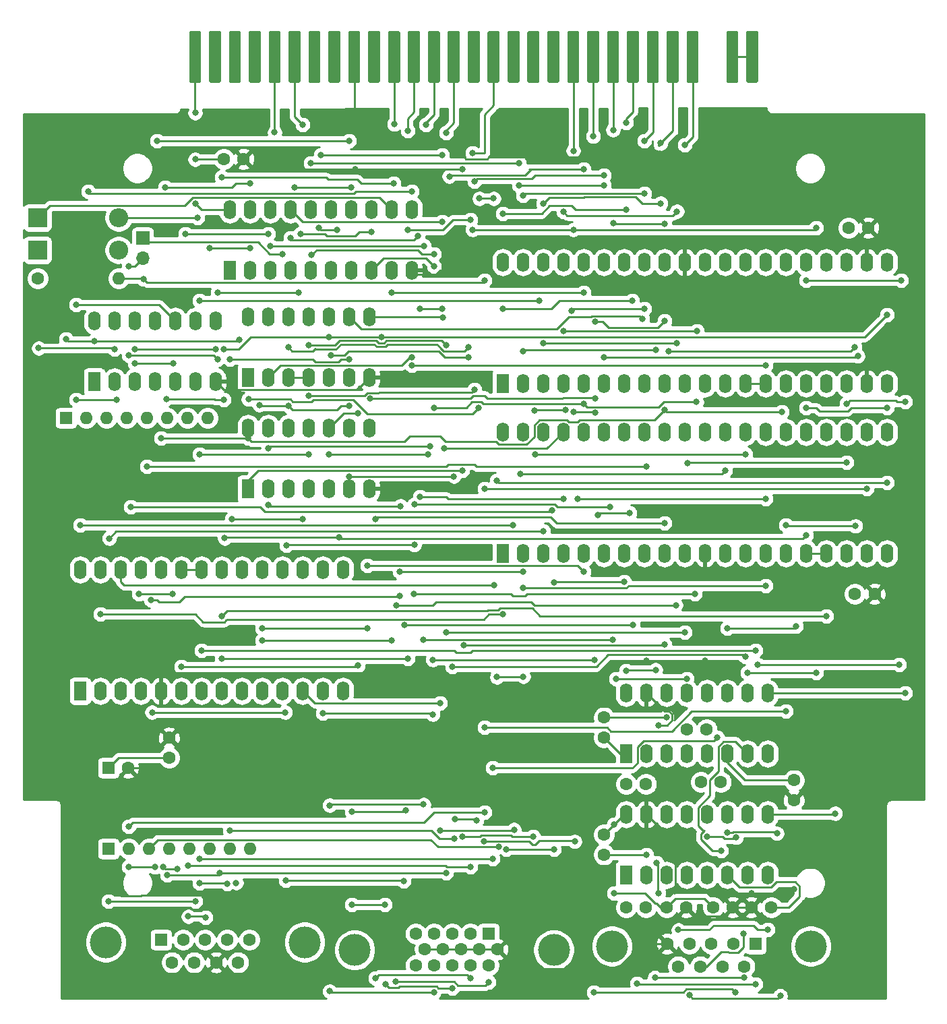
<source format=gbr>
%TF.GenerationSoftware,KiCad,Pcbnew,(5.1.10)-1*%
%TF.CreationDate,2024-03-27T07:56:36+01:00*%
%TF.ProjectId,KIM,4b494d2e-6b69-4636-9164-5f7063625858,rev?*%
%TF.SameCoordinates,Original*%
%TF.FileFunction,Copper,L1,Top*%
%TF.FilePolarity,Positive*%
%FSLAX46Y46*%
G04 Gerber Fmt 4.6, Leading zero omitted, Abs format (unit mm)*
G04 Created by KiCad (PCBNEW (5.1.10)-1) date 2024-03-27 07:56:36*
%MOMM*%
%LPD*%
G01*
G04 APERTURE LIST*
%TA.AperFunction,ComponentPad*%
%ADD10C,4.000000*%
%TD*%
%TA.AperFunction,ComponentPad*%
%ADD11C,1.600000*%
%TD*%
%TA.AperFunction,ComponentPad*%
%ADD12R,1.600000X1.600000*%
%TD*%
%TA.AperFunction,ComponentPad*%
%ADD13O,1.600000X1.600000*%
%TD*%
%TA.AperFunction,ComponentPad*%
%ADD14O,1.700000X1.700000*%
%TD*%
%TA.AperFunction,ComponentPad*%
%ADD15R,1.700000X1.700000*%
%TD*%
%TA.AperFunction,ComponentPad*%
%ADD16R,2.400000X2.400000*%
%TD*%
%TA.AperFunction,ComponentPad*%
%ADD17O,2.400000X2.400000*%
%TD*%
%TA.AperFunction,ComponentPad*%
%ADD18R,1.600000X2.400000*%
%TD*%
%TA.AperFunction,ComponentPad*%
%ADD19O,1.600000X2.400000*%
%TD*%
%TA.AperFunction,ViaPad*%
%ADD20C,0.800000*%
%TD*%
%TA.AperFunction,Conductor*%
%ADD21C,0.250000*%
%TD*%
%TA.AperFunction,Conductor*%
%ADD22C,0.254000*%
%TD*%
%TA.AperFunction,Conductor*%
%ADD23C,0.100000*%
%TD*%
G04 APERTURE END LIST*
D10*
%TO.P,J4,0*%
%TO.N,N/C*%
X129038000Y-129332000D03*
X104038000Y-129332000D03*
D11*
%TO.P,J4,9*%
%TO.N,Net-(J4-Pad9)*%
X120693000Y-131872000D03*
%TO.P,J4,8*%
%TO.N,GND*%
X117923000Y-131872000D03*
%TO.P,J4,7*%
%TO.N,+5P*%
X115153000Y-131872000D03*
%TO.P,J4,6*%
%TO.N,Net-(J4-Pad6)*%
X112383000Y-131872000D03*
%TO.P,J4,5*%
%TO.N,N/C*%
X122078000Y-129032000D03*
%TO.P,J4,4*%
%TO.N,Net-(J4-Pad4)*%
X119308000Y-129032000D03*
%TO.P,J4,3*%
%TO.N,Net-(J4-Pad3)*%
X116538000Y-129032000D03*
%TO.P,J4,2*%
%TO.N,Net-(J4-Pad2)*%
X113768000Y-129032000D03*
D12*
%TO.P,J4,1*%
%TO.N,Net-(J4-Pad1)*%
X110998000Y-129032000D03*
%TD*%
D10*
%TO.P,J3,0*%
%TO.N,N/C*%
X192634000Y-129840000D03*
X167634000Y-129840000D03*
D11*
%TO.P,J3,9*%
%TO.N,Net-(J3-Pad9)*%
X175979000Y-132380000D03*
%TO.P,J3,8*%
%TO.N,Net-(J3-Pad8)*%
X178749000Y-132380000D03*
%TO.P,J3,7*%
%TO.N,Net-(J3-Pad7)*%
X181519000Y-132380000D03*
%TO.P,J3,6*%
%TO.N,Net-(J3-Pad6)*%
X184289000Y-132380000D03*
%TO.P,J3,5*%
%TO.N,GND*%
X174594000Y-129540000D03*
%TO.P,J3,4*%
%TO.N,Net-(J3-Pad4)*%
X177364000Y-129540000D03*
%TO.P,J3,3*%
%TO.N,Net-(J3-Pad3)*%
X180134000Y-129540000D03*
%TO.P,J3,2*%
%TO.N,Net-(J3-Pad2)*%
X182904000Y-129540000D03*
D12*
%TO.P,J3,1*%
%TO.N,Net-(J3-Pad1)*%
X185674000Y-129540000D03*
%TD*%
D10*
%TO.P,J2,0*%
%TO.N,N/C*%
X160331000Y-130320000D03*
X135331000Y-130320000D03*
D11*
%TO.P,J2,15*%
%TO.N,Net-(J2-Pad15)*%
X142986000Y-132230000D03*
%TO.P,J2,14*%
%TO.N,Net-(J2-Pad14)*%
X145276000Y-132230000D03*
%TO.P,J2,13*%
%TO.N,Net-(J2-Pad13)*%
X147566000Y-132230000D03*
%TO.P,J2,12*%
%TO.N,Net-(J2-Pad12)*%
X149856000Y-132230000D03*
%TO.P,J2,11*%
%TO.N,Net-(J2-Pad11)*%
X152146000Y-132230000D03*
%TO.P,J2,10*%
%TO.N,GND*%
X144131000Y-130250000D03*
%TO.P,J2,9*%
X146421000Y-130250000D03*
%TO.P,J2,8*%
X148711000Y-130250000D03*
%TO.P,J2,7*%
X151001000Y-130250000D03*
%TO.P,J2,6*%
X153291000Y-130250000D03*
%TO.P,J2,5*%
%TO.N,Net-(J2-Pad5)*%
X142986000Y-128270000D03*
%TO.P,J2,4*%
%TO.N,Net-(J2-Pad4)*%
X145276000Y-128270000D03*
%TO.P,J2,3*%
%TO.N,Net-(J2-Pad3)*%
X147566000Y-128270000D03*
%TO.P,J2,2*%
%TO.N,Net-(J2-Pad2)*%
X149856000Y-128270000D03*
D12*
%TO.P,J2,1*%
%TO.N,Net-(J2-Pad1)*%
X152146000Y-128270000D03*
%TD*%
%TO.P,XM1,28B*%
%TO.N,N/C*%
%TA.AperFunction,SMDPad,CuDef*%
G36*
G01*
X117026000Y-21238000D02*
X117026000Y-15038000D01*
G75*
G02*
X117176000Y-14888000I150000J0D01*
G01*
X118376000Y-14888000D01*
G75*
G02*
X118526000Y-15038000I0J-150000D01*
G01*
X118526000Y-21238000D01*
G75*
G02*
X118376000Y-21388000I-150000J0D01*
G01*
X117176000Y-21388000D01*
G75*
G02*
X117026000Y-21238000I0J150000D01*
G01*
G37*
%TD.AperFunction*%
%TO.P,XM1,27B*%
%TA.AperFunction,SMDPad,CuDef*%
G36*
G01*
X119526000Y-21238000D02*
X119526000Y-15038000D01*
G75*
G02*
X119676000Y-14888000I150000J0D01*
G01*
X120876000Y-14888000D01*
G75*
G02*
X121026000Y-15038000I0J-150000D01*
G01*
X121026000Y-21238000D01*
G75*
G02*
X120876000Y-21388000I-150000J0D01*
G01*
X119676000Y-21388000D01*
G75*
G02*
X119526000Y-21238000I0J150000D01*
G01*
G37*
%TD.AperFunction*%
%TO.P,XM1,26B*%
%TA.AperFunction,SMDPad,CuDef*%
G36*
G01*
X122026000Y-21238000D02*
X122026000Y-15038000D01*
G75*
G02*
X122176000Y-14888000I150000J0D01*
G01*
X123376000Y-14888000D01*
G75*
G02*
X123526000Y-15038000I0J-150000D01*
G01*
X123526000Y-21238000D01*
G75*
G02*
X123376000Y-21388000I-150000J0D01*
G01*
X122176000Y-21388000D01*
G75*
G02*
X122026000Y-21238000I0J150000D01*
G01*
G37*
%TD.AperFunction*%
%TO.P,XM1,25B*%
%TO.N,~BI*%
%TA.AperFunction,SMDPad,CuDef*%
G36*
G01*
X124526000Y-21238000D02*
X124526000Y-15038000D01*
G75*
G02*
X124676000Y-14888000I150000J0D01*
G01*
X125876000Y-14888000D01*
G75*
G02*
X126026000Y-15038000I0J-150000D01*
G01*
X126026000Y-21238000D01*
G75*
G02*
X125876000Y-21388000I-150000J0D01*
G01*
X124676000Y-21388000D01*
G75*
G02*
X124526000Y-21238000I0J150000D01*
G01*
G37*
%TD.AperFunction*%
%TO.P,XM1,23B*%
%TO.N,N/C*%
%TA.AperFunction,SMDPad,CuDef*%
G36*
G01*
X129526000Y-21238000D02*
X129526000Y-15038000D01*
G75*
G02*
X129676000Y-14888000I150000J0D01*
G01*
X130876000Y-14888000D01*
G75*
G02*
X131026000Y-15038000I0J-150000D01*
G01*
X131026000Y-21238000D01*
G75*
G02*
X130876000Y-21388000I-150000J0D01*
G01*
X129676000Y-21388000D01*
G75*
G02*
X129526000Y-21238000I0J150000D01*
G01*
G37*
%TD.AperFunction*%
%TO.P,XM1,22B*%
%TA.AperFunction,SMDPad,CuDef*%
G36*
G01*
X132026000Y-21238000D02*
X132026000Y-15038000D01*
G75*
G02*
X132176000Y-14888000I150000J0D01*
G01*
X133376000Y-14888000D01*
G75*
G02*
X133526000Y-15038000I0J-150000D01*
G01*
X133526000Y-21238000D01*
G75*
G02*
X133376000Y-21388000I-150000J0D01*
G01*
X132176000Y-21388000D01*
G75*
G02*
X132026000Y-21238000I0J150000D01*
G01*
G37*
%TD.AperFunction*%
%TO.P,XM1,15B*%
%TA.AperFunction,SMDPad,CuDef*%
G36*
G01*
X149526000Y-21238000D02*
X149526000Y-15038000D01*
G75*
G02*
X149676000Y-14888000I150000J0D01*
G01*
X150876000Y-14888000D01*
G75*
G02*
X151026000Y-15038000I0J-150000D01*
G01*
X151026000Y-21238000D01*
G75*
G02*
X150876000Y-21388000I-150000J0D01*
G01*
X149676000Y-21388000D01*
G75*
G02*
X149526000Y-21238000I0J150000D01*
G01*
G37*
%TD.AperFunction*%
%TO.P,XM1,20B*%
%TA.AperFunction,SMDPad,CuDef*%
G36*
G01*
X137026000Y-21238000D02*
X137026000Y-15038000D01*
G75*
G02*
X137176000Y-14888000I150000J0D01*
G01*
X138376000Y-14888000D01*
G75*
G02*
X138526000Y-15038000I0J-150000D01*
G01*
X138526000Y-21238000D01*
G75*
G02*
X138376000Y-21388000I-150000J0D01*
G01*
X137176000Y-21388000D01*
G75*
G02*
X137026000Y-21238000I0J150000D01*
G01*
G37*
%TD.AperFunction*%
%TO.P,XM1,10B*%
%TO.N,IEI*%
%TA.AperFunction,SMDPad,CuDef*%
G36*
G01*
X162026000Y-21238000D02*
X162026000Y-15038000D01*
G75*
G02*
X162176000Y-14888000I150000J0D01*
G01*
X163376000Y-14888000D01*
G75*
G02*
X163526000Y-15038000I0J-150000D01*
G01*
X163526000Y-21238000D01*
G75*
G02*
X163376000Y-21388000I-150000J0D01*
G01*
X162176000Y-21388000D01*
G75*
G02*
X162026000Y-21238000I0J150000D01*
G01*
G37*
%TD.AperFunction*%
%TO.P,XM1,11B*%
%TO.N,N/C*%
%TA.AperFunction,SMDPad,CuDef*%
G36*
G01*
X159526000Y-21238000D02*
X159526000Y-15038000D01*
G75*
G02*
X159676000Y-14888000I150000J0D01*
G01*
X160876000Y-14888000D01*
G75*
G02*
X161026000Y-15038000I0J-150000D01*
G01*
X161026000Y-21238000D01*
G75*
G02*
X160876000Y-21388000I-150000J0D01*
G01*
X159676000Y-21388000D01*
G75*
G02*
X159526000Y-21238000I0J150000D01*
G01*
G37*
%TD.AperFunction*%
%TO.P,XM1,12B*%
%TA.AperFunction,SMDPad,CuDef*%
G36*
G01*
X157026000Y-21238000D02*
X157026000Y-15038000D01*
G75*
G02*
X157176000Y-14888000I150000J0D01*
G01*
X158376000Y-14888000D01*
G75*
G02*
X158526000Y-15038000I0J-150000D01*
G01*
X158526000Y-21238000D01*
G75*
G02*
X158376000Y-21388000I-150000J0D01*
G01*
X157176000Y-21388000D01*
G75*
G02*
X157026000Y-21238000I0J150000D01*
G01*
G37*
%TD.AperFunction*%
%TO.P,XM1,13B*%
%TA.AperFunction,SMDPad,CuDef*%
G36*
G01*
X154526000Y-21238000D02*
X154526000Y-15038000D01*
G75*
G02*
X154676000Y-14888000I150000J0D01*
G01*
X155876000Y-14888000D01*
G75*
G02*
X156026000Y-15038000I0J-150000D01*
G01*
X156026000Y-21238000D01*
G75*
G02*
X155876000Y-21388000I-150000J0D01*
G01*
X154676000Y-21388000D01*
G75*
G02*
X154526000Y-21238000I0J150000D01*
G01*
G37*
%TD.AperFunction*%
%TO.P,XM1,14B*%
%TO.N,AB9*%
%TA.AperFunction,SMDPad,CuDef*%
G36*
G01*
X152026000Y-21238000D02*
X152026000Y-15038000D01*
G75*
G02*
X152176000Y-14888000I150000J0D01*
G01*
X153376000Y-14888000D01*
G75*
G02*
X153526000Y-15038000I0J-150000D01*
G01*
X153526000Y-21238000D01*
G75*
G02*
X153376000Y-21388000I-150000J0D01*
G01*
X152176000Y-21388000D01*
G75*
G02*
X152026000Y-21238000I0J150000D01*
G01*
G37*
%TD.AperFunction*%
%TO.P,XM1,16B*%
%TO.N,AB7*%
%TA.AperFunction,SMDPad,CuDef*%
G36*
G01*
X147026000Y-21238000D02*
X147026000Y-15038000D01*
G75*
G02*
X147176000Y-14888000I150000J0D01*
G01*
X148376000Y-14888000D01*
G75*
G02*
X148526000Y-15038000I0J-150000D01*
G01*
X148526000Y-21238000D01*
G75*
G02*
X148376000Y-21388000I-150000J0D01*
G01*
X147176000Y-21388000D01*
G75*
G02*
X147026000Y-21238000I0J150000D01*
G01*
G37*
%TD.AperFunction*%
%TO.P,XM1,17B*%
%TO.N,AB5*%
%TA.AperFunction,SMDPad,CuDef*%
G36*
G01*
X144526000Y-21238000D02*
X144526000Y-15038000D01*
G75*
G02*
X144676000Y-14888000I150000J0D01*
G01*
X145876000Y-14888000D01*
G75*
G02*
X146026000Y-15038000I0J-150000D01*
G01*
X146026000Y-21238000D01*
G75*
G02*
X145876000Y-21388000I-150000J0D01*
G01*
X144676000Y-21388000D01*
G75*
G02*
X144526000Y-21238000I0J150000D01*
G01*
G37*
%TD.AperFunction*%
%TO.P,XM1,18B*%
%TO.N,AB3*%
%TA.AperFunction,SMDPad,CuDef*%
G36*
G01*
X142026000Y-21238000D02*
X142026000Y-15038000D01*
G75*
G02*
X142176000Y-14888000I150000J0D01*
G01*
X143376000Y-14888000D01*
G75*
G02*
X143526000Y-15038000I0J-150000D01*
G01*
X143526000Y-21238000D01*
G75*
G02*
X143376000Y-21388000I-150000J0D01*
G01*
X142176000Y-21388000D01*
G75*
G02*
X142026000Y-21238000I0J150000D01*
G01*
G37*
%TD.AperFunction*%
%TO.P,XM1,19B*%
%TO.N,AB1*%
%TA.AperFunction,SMDPad,CuDef*%
G36*
G01*
X139526000Y-21238000D02*
X139526000Y-15038000D01*
G75*
G02*
X139676000Y-14888000I150000J0D01*
G01*
X140876000Y-14888000D01*
G75*
G02*
X141026000Y-15038000I0J-150000D01*
G01*
X141026000Y-21238000D01*
G75*
G02*
X140876000Y-21388000I-150000J0D01*
G01*
X139676000Y-21388000D01*
G75*
G02*
X139526000Y-21238000I0J150000D01*
G01*
G37*
%TD.AperFunction*%
%TO.P,XM1,1B*%
%TO.N,GND*%
%TA.AperFunction,SMDPad,CuDef*%
G36*
G01*
X184526000Y-21238000D02*
X184526000Y-15038000D01*
G75*
G02*
X184676000Y-14888000I150000J0D01*
G01*
X185876000Y-14888000D01*
G75*
G02*
X186026000Y-15038000I0J-150000D01*
G01*
X186026000Y-21238000D01*
G75*
G02*
X185876000Y-21388000I-150000J0D01*
G01*
X184676000Y-21388000D01*
G75*
G02*
X184526000Y-21238000I0J150000D01*
G01*
G37*
%TD.AperFunction*%
%TO.P,XM1,21B*%
%TA.AperFunction,SMDPad,CuDef*%
G36*
G01*
X134526000Y-21238000D02*
X134526000Y-15038000D01*
G75*
G02*
X134676000Y-14888000I150000J0D01*
G01*
X135876000Y-14888000D01*
G75*
G02*
X136026000Y-15038000I0J-150000D01*
G01*
X136026000Y-21238000D01*
G75*
G02*
X135876000Y-21388000I-150000J0D01*
G01*
X134676000Y-21388000D01*
G75*
G02*
X134526000Y-21238000I0J150000D01*
G01*
G37*
%TD.AperFunction*%
%TO.P,XM1,24B*%
%TO.N,MEI*%
%TA.AperFunction,SMDPad,CuDef*%
G36*
G01*
X127026000Y-21238000D02*
X127026000Y-15038000D01*
G75*
G02*
X127176000Y-14888000I150000J0D01*
G01*
X128376000Y-14888000D01*
G75*
G02*
X128526000Y-15038000I0J-150000D01*
G01*
X128526000Y-21238000D01*
G75*
G02*
X128376000Y-21388000I-150000J0D01*
G01*
X127176000Y-21388000D01*
G75*
G02*
X127026000Y-21238000I0J150000D01*
G01*
G37*
%TD.AperFunction*%
%TO.P,XM1,29B*%
%TO.N,+5P*%
%TA.AperFunction,SMDPad,CuDef*%
G36*
G01*
X114526000Y-21238000D02*
X114526000Y-15038000D01*
G75*
G02*
X114676000Y-14888000I150000J0D01*
G01*
X115876000Y-14888000D01*
G75*
G02*
X116026000Y-15038000I0J-150000D01*
G01*
X116026000Y-21238000D01*
G75*
G02*
X115876000Y-21388000I-150000J0D01*
G01*
X114676000Y-21388000D01*
G75*
G02*
X114526000Y-21238000I0J150000D01*
G01*
G37*
%TD.AperFunction*%
%TO.P,XM1,2B*%
%TO.N,GND*%
%TA.AperFunction,SMDPad,CuDef*%
G36*
G01*
X182026000Y-21238000D02*
X182026000Y-15038000D01*
G75*
G02*
X182176000Y-14888000I150000J0D01*
G01*
X183376000Y-14888000D01*
G75*
G02*
X183526000Y-15038000I0J-150000D01*
G01*
X183526000Y-21238000D01*
G75*
G02*
X183376000Y-21388000I-150000J0D01*
G01*
X182176000Y-21388000D01*
G75*
G02*
X182026000Y-21238000I0J150000D01*
G01*
G37*
%TD.AperFunction*%
%TO.P,XM1,4B*%
%TO.N,DB6*%
%TA.AperFunction,SMDPad,CuDef*%
G36*
G01*
X177026000Y-21238000D02*
X177026000Y-15038000D01*
G75*
G02*
X177176000Y-14888000I150000J0D01*
G01*
X178376000Y-14888000D01*
G75*
G02*
X178526000Y-15038000I0J-150000D01*
G01*
X178526000Y-21238000D01*
G75*
G02*
X178376000Y-21388000I-150000J0D01*
G01*
X177176000Y-21388000D01*
G75*
G02*
X177026000Y-21238000I0J150000D01*
G01*
G37*
%TD.AperFunction*%
%TO.P,XM1,5B*%
%TO.N,DB4*%
%TA.AperFunction,SMDPad,CuDef*%
G36*
G01*
X174526000Y-21238000D02*
X174526000Y-15038000D01*
G75*
G02*
X174676000Y-14888000I150000J0D01*
G01*
X175876000Y-14888000D01*
G75*
G02*
X176026000Y-15038000I0J-150000D01*
G01*
X176026000Y-21238000D01*
G75*
G02*
X175876000Y-21388000I-150000J0D01*
G01*
X174676000Y-21388000D01*
G75*
G02*
X174526000Y-21238000I0J150000D01*
G01*
G37*
%TD.AperFunction*%
%TO.P,XM1,6B*%
%TO.N,DB2*%
%TA.AperFunction,SMDPad,CuDef*%
G36*
G01*
X172026000Y-21238000D02*
X172026000Y-15038000D01*
G75*
G02*
X172176000Y-14888000I150000J0D01*
G01*
X173376000Y-14888000D01*
G75*
G02*
X173526000Y-15038000I0J-150000D01*
G01*
X173526000Y-21238000D01*
G75*
G02*
X173376000Y-21388000I-150000J0D01*
G01*
X172176000Y-21388000D01*
G75*
G02*
X172026000Y-21238000I0J150000D01*
G01*
G37*
%TD.AperFunction*%
%TO.P,XM1,7B*%
%TO.N,DB0*%
%TA.AperFunction,SMDPad,CuDef*%
G36*
G01*
X169526000Y-21238000D02*
X169526000Y-15038000D01*
G75*
G02*
X169676000Y-14888000I150000J0D01*
G01*
X170876000Y-14888000D01*
G75*
G02*
X171026000Y-15038000I0J-150000D01*
G01*
X171026000Y-21238000D01*
G75*
G02*
X170876000Y-21388000I-150000J0D01*
G01*
X169676000Y-21388000D01*
G75*
G02*
X169526000Y-21238000I0J150000D01*
G01*
G37*
%TD.AperFunction*%
%TO.P,XM1,8B*%
%TO.N,~RD*%
%TA.AperFunction,SMDPad,CuDef*%
G36*
G01*
X167026000Y-21238000D02*
X167026000Y-15038000D01*
G75*
G02*
X167176000Y-14888000I150000J0D01*
G01*
X168376000Y-14888000D01*
G75*
G02*
X168526000Y-15038000I0J-150000D01*
G01*
X168526000Y-21238000D01*
G75*
G02*
X168376000Y-21388000I-150000J0D01*
G01*
X167176000Y-21388000D01*
G75*
G02*
X167026000Y-21238000I0J150000D01*
G01*
G37*
%TD.AperFunction*%
%TO.P,XM1,9B*%
%TO.N,~IORQ*%
%TA.AperFunction,SMDPad,CuDef*%
G36*
G01*
X164526000Y-21238000D02*
X164526000Y-15038000D01*
G75*
G02*
X164676000Y-14888000I150000J0D01*
G01*
X165876000Y-14888000D01*
G75*
G02*
X166026000Y-15038000I0J-150000D01*
G01*
X166026000Y-21238000D01*
G75*
G02*
X165876000Y-21388000I-150000J0D01*
G01*
X164676000Y-21388000D01*
G75*
G02*
X164526000Y-21238000I0J150000D01*
G01*
G37*
%TD.AperFunction*%
%TD*%
D13*
%TO.P,RN2,8*%
%TO.N,N/C*%
X122174000Y-117602000D03*
%TO.P,RN2,7*%
%TO.N,Net-(J4-Pad9)*%
X119634000Y-117602000D03*
%TO.P,RN2,6*%
%TO.N,Net-(J4-Pad6)*%
X117094000Y-117602000D03*
%TO.P,RN2,5*%
%TO.N,Net-(J4-Pad4)*%
X114554000Y-117602000D03*
%TO.P,RN2,4*%
%TO.N,Net-(J4-Pad3)*%
X112014000Y-117602000D03*
%TO.P,RN2,3*%
%TO.N,Net-(J4-Pad2)*%
X109474000Y-117602000D03*
%TO.P,RN2,2*%
%TO.N,Net-(J4-Pad1)*%
X106934000Y-117602000D03*
D12*
%TO.P,RN2,1*%
%TO.N,+5P*%
X104394000Y-117602000D03*
%TD*%
D14*
%TO.P,J1,2*%
%TO.N,Net-(IC1-Pad21)*%
X108712000Y-43434000D03*
D15*
%TO.P,J1,1*%
%TO.N,~BI*%
X108712000Y-40894000D03*
%TD*%
D11*
%TO.P,C5,2*%
%TO.N,GND*%
X106894000Y-107442000D03*
D12*
%TO.P,C5,1*%
%TO.N,+5P*%
X104394000Y-107442000D03*
%TD*%
D11*
%TO.P,C4,2*%
%TO.N,GND*%
X121372000Y-30988000D03*
%TO.P,C4,1*%
%TO.N,+5P*%
X118872000Y-30988000D03*
%TD*%
%TO.P,C3,2*%
%TO.N,GND*%
X200660000Y-85598000D03*
%TO.P,C3,1*%
%TO.N,+5P*%
X198160000Y-85598000D03*
%TD*%
%TO.P,C2,2*%
%TO.N,GND*%
X112014000Y-103672000D03*
%TO.P,C2,1*%
%TO.N,+5P*%
X112014000Y-106172000D03*
%TD*%
%TO.P,C1,2*%
%TO.N,GND*%
X199858000Y-39624000D03*
%TO.P,C1,1*%
%TO.N,+5P*%
X197358000Y-39624000D03*
%TD*%
%TO.P,C6,2*%
%TO.N,GND*%
X176998000Y-124968000D03*
%TO.P,C6,1*%
%TO.N,+5P*%
X174498000Y-124968000D03*
%TD*%
%TO.P,C7,1*%
%TO.N,Net-(C7-Pad1)*%
X169418000Y-124968000D03*
%TO.P,C7,2*%
%TO.N,Net-(C7-Pad2)*%
X171918000Y-124968000D03*
%TD*%
%TO.P,C8,2*%
%TO.N,GND*%
X182840000Y-124968000D03*
%TO.P,C8,1*%
%TO.N,+5P*%
X180340000Y-124968000D03*
%TD*%
%TO.P,C9,1*%
%TO.N,Net-(C9-Pad1)*%
X166624000Y-103632000D03*
%TO.P,C9,2*%
%TO.N,Net-(C9-Pad2)*%
X166624000Y-101132000D03*
%TD*%
%TO.P,C10,2*%
%TO.N,Net-(C10-Pad2)*%
X181316000Y-109220000D03*
%TO.P,C10,1*%
%TO.N,Net-(C10-Pad1)*%
X178816000Y-109220000D03*
%TD*%
%TO.P,C11,1*%
%TO.N,GND*%
X185166000Y-124968000D03*
%TO.P,C11,2*%
%TO.N,Net-(C11-Pad2)*%
X187666000Y-124968000D03*
%TD*%
%TO.P,C12,1*%
%TO.N,Net-(C12-Pad1)*%
X177038000Y-102616000D03*
%TO.P,C12,2*%
%TO.N,Net-(C12-Pad2)*%
X179538000Y-102616000D03*
%TD*%
%TO.P,C13,2*%
%TO.N,Net-(C13-Pad2)*%
X166624000Y-118324000D03*
%TO.P,C13,1*%
%TO.N,+5P*%
X166624000Y-115824000D03*
%TD*%
%TO.P,C14,1*%
%TO.N,GND*%
X190500000Y-111506000D03*
%TO.P,C14,2*%
%TO.N,Net-(C14-Pad2)*%
X190500000Y-109006000D03*
%TD*%
%TO.P,C15,2*%
%TO.N,Net-(C15-Pad2)*%
X171918000Y-109474000D03*
%TO.P,C15,1*%
%TO.N,+5P*%
X169418000Y-109474000D03*
%TD*%
D16*
%TO.P,D1,1*%
%TO.N,Net-(D1-Pad1)*%
X95504000Y-42418000D03*
D17*
%TO.P,D1,2*%
%TO.N,DB0*%
X105664000Y-42418000D03*
%TD*%
%TO.P,D2,2*%
%TO.N,DB4*%
X105664000Y-38354000D03*
D16*
%TO.P,D2,1*%
%TO.N,Net-(D1-Pad1)*%
X95504000Y-38354000D03*
%TD*%
D18*
%TO.P,IC1,1*%
%TO.N,DB4*%
X100838000Y-97790000D03*
D19*
%TO.P,IC1,15*%
%TO.N,TAKT*%
X133858000Y-82550000D03*
%TO.P,IC1,2*%
%TO.N,DB5*%
X103378000Y-97790000D03*
%TO.P,IC1,16*%
%TO.N,Net-(IC1-Pad16)*%
X131318000Y-82550000D03*
%TO.P,IC1,3*%
%TO.N,DB6*%
X105918000Y-97790000D03*
%TO.P,IC1,17*%
%TO.N,~RESET*%
X128778000Y-82550000D03*
%TO.P,IC1,4*%
%TO.N,DB7*%
X108458000Y-97790000D03*
%TO.P,IC1,18*%
%TO.N,A0*%
X126238000Y-82550000D03*
%TO.P,IC1,5*%
%TO.N,GND*%
X110998000Y-97790000D03*
%TO.P,IC1,19*%
%TO.N,A1*%
X123698000Y-82550000D03*
%TO.P,IC1,6*%
%TO.N,~RD*%
X113538000Y-97790000D03*
%TO.P,IC1,20*%
%TO.N,Net-(IC1-Pad20)*%
X121158000Y-82550000D03*
%TO.P,IC1,7*%
%TO.N,Net-(IC1-Pad7)*%
X116078000Y-97790000D03*
%TO.P,IC1,21*%
%TO.N,Net-(IC1-Pad21)*%
X118618000Y-82550000D03*
%TO.P,IC1,8*%
%TO.N,Net-(IC1-Pad8)*%
X118618000Y-97790000D03*
%TO.P,IC1,22*%
%TO.N,Net-(IC1-Pad22)*%
X116078000Y-82550000D03*
%TO.P,IC1,9*%
%TO.N,Net-(IC1-Pad20)*%
X121158000Y-97790000D03*
%TO.P,IC1,23*%
%TO.N,Net-(IC1-Pad22)*%
X113538000Y-82550000D03*
%TO.P,IC1,10*%
%TO.N,~IORQ*%
X123698000Y-97790000D03*
%TO.P,IC1,24*%
%TO.N,+5P*%
X110998000Y-82550000D03*
%TO.P,IC1,11*%
%TO.N,Net-(IC1-Pad11)*%
X126238000Y-97790000D03*
%TO.P,IC1,25*%
%TO.N,DB0*%
X108458000Y-82550000D03*
%TO.P,IC1,12*%
%TO.N,~INT*%
X128778000Y-97790000D03*
%TO.P,IC1,26*%
%TO.N,DB1*%
X105918000Y-82550000D03*
%TO.P,IC1,13*%
%TO.N,Net-(IC1-Pad13)*%
X131318000Y-97790000D03*
%TO.P,IC1,27*%
%TO.N,DB2*%
X103378000Y-82550000D03*
%TO.P,IC1,14*%
%TO.N,~M1*%
X133858000Y-97790000D03*
%TO.P,IC1,28*%
%TO.N,DB3*%
X100838000Y-82550000D03*
%TD*%
D18*
%TO.P,IC2,1*%
%TO.N,DB1*%
X153924000Y-59182000D03*
D19*
%TO.P,IC2,21*%
%TO.N,~RESET*%
X202184000Y-43942000D03*
%TO.P,IC2,2*%
%TO.N,DB3*%
X156464000Y-59182000D03*
%TO.P,IC2,22*%
%TO.N,GND*%
X199644000Y-43942000D03*
%TO.P,IC2,3*%
%TO.N,DB5*%
X159004000Y-59182000D03*
%TO.P,IC2,23*%
%TO.N,Net-(IC2-Pad23)*%
X197104000Y-43942000D03*
%TO.P,IC2,4*%
%TO.N,DB7*%
X161544000Y-59182000D03*
%TO.P,IC2,24*%
%TO.N,N/C*%
X194564000Y-43942000D03*
%TO.P,IC2,5*%
%TO.N,~INT*%
X164084000Y-59182000D03*
%TO.P,IC2,25*%
%TO.N,Net-(IC2-Pad25)*%
X192024000Y-43942000D03*
%TO.P,IC2,6*%
%TO.N,Net-(IC2-Pad6)*%
X166624000Y-59182000D03*
%TO.P,IC2,26*%
%TO.N,Net-(IC2-Pad26)*%
X189484000Y-43942000D03*
%TO.P,IC2,7*%
%TO.N,Net-(IC1-Pad13)*%
X169164000Y-59182000D03*
%TO.P,IC2,27*%
%TO.N,Net-(IC1-Pad8)*%
X186944000Y-43942000D03*
%TO.P,IC2,8*%
%TO.N,~M1*%
X171704000Y-59182000D03*
%TO.P,IC2,28*%
%TO.N,Net-(IC2-Pad28)*%
X184404000Y-43942000D03*
%TO.P,IC2,9*%
%TO.N,+5P*%
X174244000Y-59182000D03*
%TO.P,IC2,29*%
%TO.N,N/C*%
X181864000Y-43942000D03*
%TO.P,IC2,10*%
X176784000Y-59182000D03*
%TO.P,IC2,30*%
X179324000Y-43942000D03*
%TO.P,IC2,11*%
X179324000Y-59182000D03*
%TO.P,IC2,31*%
%TO.N,GND*%
X176784000Y-43942000D03*
%TO.P,IC2,12*%
%TO.N,Net-(IC2-Pad12)*%
X181864000Y-59182000D03*
%TO.P,IC2,32*%
%TO.N,~RD*%
X174244000Y-43942000D03*
%TO.P,IC2,13*%
%TO.N,Net-(IC1-Pad7)*%
X184404000Y-59182000D03*
%TO.P,IC2,33*%
%TO.N,A1*%
X171704000Y-43942000D03*
%TO.P,IC2,14*%
%TO.N,Net-(IC1-Pad7)*%
X186944000Y-59182000D03*
%TO.P,IC2,34*%
%TO.N,A0*%
X169164000Y-43942000D03*
%TO.P,IC2,15*%
%TO.N,Net-(IC2-Pad15)*%
X189484000Y-59182000D03*
%TO.P,IC2,35*%
%TO.N,Net-(IC2-Pad35)*%
X166624000Y-43942000D03*
%TO.P,IC2,16*%
%TO.N,Net-(IC2-Pad16)*%
X192024000Y-59182000D03*
%TO.P,IC2,36*%
%TO.N,~IORQ*%
X164084000Y-43942000D03*
%TO.P,IC2,17*%
%TO.N,N/C*%
X194564000Y-59182000D03*
%TO.P,IC2,37*%
%TO.N,DB6*%
X161544000Y-43942000D03*
%TO.P,IC2,18*%
%TO.N,Net-(IC2-Pad18)*%
X197104000Y-59182000D03*
%TO.P,IC2,38*%
%TO.N,DB4*%
X159004000Y-43942000D03*
%TO.P,IC2,19*%
%TO.N,GND*%
X199644000Y-59182000D03*
%TO.P,IC2,39*%
%TO.N,DB2*%
X156464000Y-43942000D03*
%TO.P,IC2,20*%
%TO.N,TAKT*%
X202184000Y-59182000D03*
%TO.P,IC2,40*%
%TO.N,DB0*%
X153924000Y-43942000D03*
%TD*%
D11*
%TO.P,R1,1*%
%TO.N,Net-(R1-Pad1)*%
X95504000Y-45974000D03*
D13*
%TO.P,R1,2*%
%TO.N,DB0*%
X105664000Y-45974000D03*
%TD*%
D12*
%TO.P,RN1,1*%
%TO.N,+5P*%
X99060000Y-63500000D03*
D13*
%TO.P,RN1,2*%
%TO.N,Net-(RN1-Pad2)*%
X101600000Y-63500000D03*
%TO.P,RN1,3*%
%TO.N,Net-(RN1-Pad3)*%
X104140000Y-63500000D03*
%TO.P,RN1,4*%
%TO.N,Net-(RN1-Pad4)*%
X106680000Y-63500000D03*
%TO.P,RN1,5*%
%TO.N,Net-(J2-Pad15)*%
X109220000Y-63500000D03*
%TO.P,RN1,6*%
%TO.N,Net-(RN1-Pad6)*%
X111760000Y-63500000D03*
%TO.P,RN1,7*%
%TO.N,N/C*%
X114300000Y-63500000D03*
%TO.P,RN1,8*%
X116840000Y-63500000D03*
%TD*%
D18*
%TO.P,U1,1*%
%TO.N,Net-(RN1-Pad2)*%
X102616000Y-58928000D03*
D19*
%TO.P,U1,8*%
%TO.N,Net-(U1-Pad12)*%
X117856000Y-51308000D03*
%TO.P,U1,2*%
%TO.N,Net-(R1-Pad1)*%
X105156000Y-58928000D03*
%TO.P,U1,9*%
%TO.N,Net-(IC1-Pad22)*%
X115316000Y-51308000D03*
%TO.P,U1,3*%
%TO.N,Net-(U1-Pad3)*%
X107696000Y-58928000D03*
%TO.P,U1,10*%
%TO.N,Net-(RN1-Pad3)*%
X112776000Y-51308000D03*
%TO.P,U1,4*%
%TO.N,Net-(RN1-Pad6)*%
X110236000Y-58928000D03*
%TO.P,U1,11*%
%TO.N,TAKT*%
X110236000Y-51308000D03*
%TO.P,U1,5*%
%TO.N,Net-(U1-Pad5)*%
X112776000Y-58928000D03*
%TO.P,U1,12*%
%TO.N,Net-(U1-Pad12)*%
X107696000Y-51308000D03*
%TO.P,U1,6*%
%TO.N,N/C*%
X115316000Y-58928000D03*
%TO.P,U1,13*%
%TO.N,Net-(RN1-Pad4)*%
X105156000Y-51308000D03*
%TO.P,U1,7*%
%TO.N,GND*%
X117856000Y-58928000D03*
%TO.P,U1,14*%
%TO.N,+5P*%
X102616000Y-51308000D03*
%TD*%
%TO.P,U2,14*%
%TO.N,+5P*%
X121920000Y-64770000D03*
%TO.P,U2,7*%
%TO.N,GND*%
X137160000Y-72390000D03*
%TO.P,U2,13*%
%TO.N,Net-(U2-Pad13)*%
X124460000Y-64770000D03*
%TO.P,U2,6*%
%TO.N,AB6*%
X134620000Y-72390000D03*
%TO.P,U2,12*%
%TO.N,~MAD*%
X127000000Y-64770000D03*
%TO.P,U2,5*%
%TO.N,AB5*%
X132080000Y-72390000D03*
%TO.P,U2,11*%
%TO.N,~WR*%
X129540000Y-64770000D03*
%TO.P,U2,4*%
%TO.N,Net-(U2-Pad4)*%
X129540000Y-72390000D03*
%TO.P,U2,10*%
%TO.N,Net-(U2-Pad10)*%
X132080000Y-64770000D03*
%TO.P,U2,3*%
%TO.N,AB1*%
X127000000Y-72390000D03*
%TO.P,U2,9*%
%TO.N,~MAD*%
X134620000Y-64770000D03*
%TO.P,U2,2*%
%TO.N,AB0*%
X124460000Y-72390000D03*
%TO.P,U2,8*%
%TO.N,~RD*%
X137160000Y-64770000D03*
D18*
%TO.P,U2,1*%
%TO.N,Net-(U2-Pad1)*%
X121920000Y-72390000D03*
%TD*%
%TO.P,U3,1*%
%TO.N,AB8*%
X121920000Y-58420000D03*
D19*
%TO.P,U3,8*%
%TO.N,Net-(U3-Pad8)*%
X137160000Y-50800000D03*
%TO.P,U3,2*%
%TO.N,AB9*%
X124460000Y-58420000D03*
%TO.P,U3,9*%
%TO.N,~M1*%
X134620000Y-50800000D03*
%TO.P,U3,3*%
%TO.N,Net-(U3-Pad3)*%
X127000000Y-58420000D03*
%TO.P,U3,10*%
%TO.N,~RESET*%
X132080000Y-50800000D03*
%TO.P,U3,4*%
%TO.N,Net-(U3-Pad3)*%
X129540000Y-58420000D03*
%TO.P,U3,11*%
%TO.N,IEO*%
X129540000Y-50800000D03*
%TO.P,U3,5*%
%TO.N,Net-(U2-Pad1)*%
X132080000Y-58420000D03*
%TO.P,U3,12*%
%TO.N,IEI*%
X127000000Y-50800000D03*
%TO.P,U3,6*%
%TO.N,Net-(U3-Pad6)*%
X134620000Y-58420000D03*
%TO.P,U3,13*%
%TO.N,Net-(IC1-Pad11)*%
X124460000Y-50800000D03*
%TO.P,U3,7*%
%TO.N,GND*%
X137160000Y-58420000D03*
%TO.P,U3,14*%
%TO.N,+5P*%
X121920000Y-50800000D03*
%TD*%
%TO.P,U4,40*%
%TO.N,DB3*%
X153924000Y-65278000D03*
%TO.P,U4,20*%
%TO.N,DB1*%
X202184000Y-80518000D03*
%TO.P,U4,39*%
%TO.N,DB4*%
X156464000Y-65278000D03*
%TO.P,U4,19*%
%TO.N,DB0*%
X199644000Y-80518000D03*
%TO.P,U4,38*%
%TO.N,DB5*%
X159004000Y-65278000D03*
%TO.P,U4,18*%
%TO.N,N/C*%
X197104000Y-80518000D03*
%TO.P,U4,37*%
%TO.N,Net-(U3-Pad8)*%
X161544000Y-65278000D03*
%TO.P,U4,17*%
%TO.N,Net-(IC1-Pad21)*%
X194564000Y-80518000D03*
%TO.P,U4,36*%
%TO.N,N/C*%
X164084000Y-65278000D03*
%TO.P,U4,16*%
%TO.N,Net-(IC1-Pad21)*%
X192024000Y-80518000D03*
%TO.P,U4,35*%
%TO.N,~RD*%
X166624000Y-65278000D03*
%TO.P,U4,15*%
%TO.N,Net-(J4-Pad1)*%
X189484000Y-80518000D03*
%TO.P,U4,34*%
%TO.N,Net-(J2-Pad14)*%
X169164000Y-65278000D03*
%TO.P,U4,14*%
%TO.N,Net-(J4-Pad2)*%
X186944000Y-80518000D03*
%TO.P,U4,33*%
%TO.N,Net-(J2-Pad13)*%
X171704000Y-65278000D03*
%TO.P,U4,13*%
%TO.N,Net-(J4-Pad3)*%
X184404000Y-80518000D03*
%TO.P,U4,32*%
%TO.N,Net-(J2-Pad12)*%
X174244000Y-65278000D03*
%TO.P,U4,12*%
%TO.N,Net-(J4-Pad4)*%
X181864000Y-80518000D03*
%TO.P,U4,31*%
%TO.N,Net-(J2-Pad11)*%
X176784000Y-65278000D03*
%TO.P,U4,11*%
%TO.N,GND*%
X179324000Y-80518000D03*
%TO.P,U4,30*%
%TO.N,Net-(J2-Pad5)*%
X179324000Y-65278000D03*
%TO.P,U4,10*%
%TO.N,Net-(J4-Pad6)*%
X176784000Y-80518000D03*
%TO.P,U4,29*%
%TO.N,Net-(J2-Pad4)*%
X181864000Y-65278000D03*
%TO.P,U4,9*%
%TO.N,Net-(J4-Pad9)*%
X174244000Y-80518000D03*
%TO.P,U4,28*%
%TO.N,Net-(J2-Pad3)*%
X184404000Y-65278000D03*
%TO.P,U4,8*%
%TO.N,Net-(J2-Pad15)*%
X171704000Y-80518000D03*
%TO.P,U4,27*%
%TO.N,Net-(J2-Pad2)*%
X186944000Y-65278000D03*
%TO.P,U4,7*%
%TO.N,Net-(J2-Pad1)*%
X169164000Y-80518000D03*
%TO.P,U4,26*%
%TO.N,+5P*%
X189484000Y-65278000D03*
%TO.P,U4,6*%
%TO.N,A0*%
X166624000Y-80518000D03*
%TO.P,U4,25*%
%TO.N,TAKT*%
X192024000Y-65278000D03*
%TO.P,U4,5*%
%TO.N,A1*%
X164084000Y-80518000D03*
%TO.P,U4,24*%
%TO.N,IEI*%
X194564000Y-65278000D03*
%TO.P,U4,4*%
%TO.N,Net-(U4-Pad4)*%
X161544000Y-80518000D03*
%TO.P,U4,23*%
%TO.N,~INT*%
X197104000Y-65278000D03*
%TO.P,U4,3*%
%TO.N,DB6*%
X159004000Y-80518000D03*
%TO.P,U4,22*%
%TO.N,Net-(IC2-Pad6)*%
X199644000Y-65278000D03*
%TO.P,U4,2*%
%TO.N,DB7*%
X156464000Y-80518000D03*
%TO.P,U4,21*%
%TO.N,N/C*%
X202184000Y-65278000D03*
D18*
%TO.P,U4,1*%
%TO.N,DB2*%
X153924000Y-80518000D03*
%TD*%
%TO.P,U5,1*%
%TO.N,Net-(U3-Pad6)*%
X119634000Y-44958000D03*
D19*
%TO.P,U5,11*%
%TO.N,Net-(RN1-Pad2)*%
X142494000Y-37338000D03*
%TO.P,U5,2*%
%TO.N,Net-(U2-Pad4)*%
X122174000Y-44958000D03*
%TO.P,U5,12*%
%TO.N,Net-(D1-Pad1)*%
X139954000Y-37338000D03*
%TO.P,U5,3*%
%TO.N,AB2*%
X124714000Y-44958000D03*
%TO.P,U5,13*%
%TO.N,MEI*%
X137414000Y-37338000D03*
%TO.P,U5,4*%
%TO.N,AB3*%
X127254000Y-44958000D03*
%TO.P,U5,14*%
%TO.N,MEO*%
X134874000Y-37338000D03*
%TO.P,U5,5*%
%TO.N,AB4*%
X129794000Y-44958000D03*
%TO.P,U5,15*%
%TO.N,Net-(IC1-Pad16)*%
X132334000Y-37338000D03*
%TO.P,U5,6*%
%TO.N,AB7*%
X132334000Y-44958000D03*
%TO.P,U5,16*%
%TO.N,Net-(IC2-Pad35)*%
X129794000Y-37338000D03*
%TO.P,U5,7*%
%TO.N,Net-(U2-Pad10)*%
X134874000Y-44958000D03*
%TO.P,U5,17*%
%TO.N,Net-(U4-Pad4)*%
X127254000Y-37338000D03*
%TO.P,U5,8*%
%TO.N,Net-(U2-Pad13)*%
X137414000Y-44958000D03*
%TO.P,U5,18*%
%TO.N,Net-(U1-Pad5)*%
X124714000Y-37338000D03*
%TO.P,U5,9*%
%TO.N,~IORQ*%
X139954000Y-44958000D03*
%TO.P,U5,19*%
%TO.N,Net-(U1-Pad3)*%
X122174000Y-37338000D03*
%TO.P,U5,10*%
%TO.N,GND*%
X142494000Y-44958000D03*
%TO.P,U5,20*%
%TO.N,+5P*%
X119634000Y-37338000D03*
%TD*%
D18*
%TO.P,U6,1*%
%TO.N,Net-(C7-Pad1)*%
X169418000Y-120904000D03*
D19*
%TO.P,U6,9*%
%TO.N,Net-(IC2-Pad23)*%
X187198000Y-113284000D03*
%TO.P,U6,2*%
%TO.N,Net-(C13-Pad2)*%
X171958000Y-120904000D03*
%TO.P,U6,10*%
%TO.N,Net-(IC2-Pad25)*%
X184658000Y-113284000D03*
%TO.P,U6,3*%
%TO.N,Net-(C7-Pad2)*%
X174498000Y-120904000D03*
%TO.P,U6,11*%
%TO.N,Net-(IC2-Pad26)*%
X182118000Y-113284000D03*
%TO.P,U6,4*%
%TO.N,Net-(C10-Pad1)*%
X177038000Y-120904000D03*
%TO.P,U6,12*%
%TO.N,Net-(IC2-Pad28)*%
X179578000Y-113284000D03*
%TO.P,U6,5*%
%TO.N,Net-(C10-Pad2)*%
X179578000Y-120904000D03*
%TO.P,U6,13*%
%TO.N,Net-(J3-Pad7)*%
X177038000Y-113284000D03*
%TO.P,U6,6*%
%TO.N,Net-(C11-Pad2)*%
X182118000Y-120904000D03*
%TO.P,U6,14*%
%TO.N,Net-(J3-Pad6)*%
X174498000Y-113284000D03*
%TO.P,U6,7*%
%TO.N,Net-(J3-Pad8)*%
X184658000Y-120904000D03*
%TO.P,U6,15*%
%TO.N,GND*%
X171958000Y-113284000D03*
%TO.P,U6,8*%
%TO.N,Net-(J3-Pad9)*%
X187198000Y-120904000D03*
%TO.P,U6,16*%
%TO.N,+5P*%
X169418000Y-113284000D03*
%TD*%
%TO.P,U7,16*%
%TO.N,+5P*%
X169418000Y-98044000D03*
%TO.P,U7,8*%
%TO.N,Net-(J3-Pad4)*%
X187198000Y-105664000D03*
%TO.P,U7,15*%
%TO.N,GND*%
X171958000Y-98044000D03*
%TO.P,U7,7*%
%TO.N,Net-(J3-Pad3)*%
X184658000Y-105664000D03*
%TO.P,U7,14*%
%TO.N,Net-(J3-Pad1)*%
X174498000Y-98044000D03*
%TO.P,U7,6*%
%TO.N,Net-(C14-Pad2)*%
X182118000Y-105664000D03*
%TO.P,U7,13*%
%TO.N,Net-(J3-Pad2)*%
X177038000Y-98044000D03*
%TO.P,U7,5*%
%TO.N,Net-(C12-Pad2)*%
X179578000Y-105664000D03*
%TO.P,U7,12*%
%TO.N,Net-(IC2-Pad12)*%
X179578000Y-98044000D03*
%TO.P,U7,4*%
%TO.N,Net-(C12-Pad1)*%
X177038000Y-105664000D03*
%TO.P,U7,11*%
%TO.N,Net-(IC2-Pad15)*%
X182118000Y-98044000D03*
%TO.P,U7,3*%
%TO.N,Net-(C9-Pad2)*%
X174498000Y-105664000D03*
%TO.P,U7,10*%
%TO.N,Net-(IC2-Pad16)*%
X184658000Y-98044000D03*
%TO.P,U7,2*%
%TO.N,Net-(C15-Pad2)*%
X171958000Y-105664000D03*
%TO.P,U7,9*%
%TO.N,Net-(IC2-Pad18)*%
X187198000Y-98044000D03*
D18*
%TO.P,U7,1*%
%TO.N,Net-(C9-Pad1)*%
X169418000Y-105664000D03*
%TD*%
D20*
%TO.N,GND*%
X176784000Y-47752000D03*
X201058990Y-75582990D03*
X179324000Y-75438000D03*
X199644000Y-47752000D03*
X135382000Y-25654000D03*
X185289001Y-30864999D03*
X182789001Y-30897001D03*
X176530000Y-30988000D03*
X135382000Y-32258000D03*
X148844000Y-44958000D03*
X148844000Y-32258000D03*
X173482000Y-102108000D03*
X185166000Y-123190000D03*
X190500000Y-122682000D03*
X175514000Y-122936000D03*
X179324000Y-93980000D03*
X171958000Y-93980000D03*
X148844000Y-30480000D03*
X111760000Y-95250000D03*
X138938000Y-95504000D03*
X148844000Y-58420000D03*
X182789001Y-20847001D03*
X185289001Y-20847001D03*
X109982000Y-107696000D03*
X117856000Y-123444000D03*
X105664000Y-123190000D03*
%TO.N,+5P*%
X102616000Y-53848000D03*
X120794999Y-53703001D03*
X115316000Y-36576000D03*
X167894000Y-114554000D03*
X167894000Y-123190000D03*
X174244000Y-62484000D03*
X188976000Y-62738000D03*
X169418000Y-95250000D03*
X173118990Y-95140990D03*
X121920000Y-66040000D03*
X110998000Y-66040000D03*
X115289001Y-25172999D03*
X115289001Y-31014999D03*
X108204000Y-85598000D03*
X112485001Y-85634999D03*
X198229010Y-77071010D03*
X189484000Y-76962000D03*
X174752000Y-55118000D03*
X198120000Y-54610000D03*
X99060000Y-53594000D03*
X104394000Y-124206000D03*
X115316000Y-124206000D03*
%TO.N,Net-(C9-Pad2)*%
X174498000Y-101092000D03*
%TO.N,Net-(C13-Pad2)*%
X171958000Y-118364000D03*
%TO.N,DB0*%
X199644000Y-72390000D03*
X151638000Y-72390000D03*
X108821010Y-46083010D03*
X169418000Y-26416000D03*
X153924000Y-37846000D03*
X169418000Y-37338000D03*
X151638000Y-46228000D03*
%TO.N,DB4*%
X158496000Y-48768000D03*
X115570000Y-38354000D03*
X115824000Y-48768000D03*
X173764501Y-28984501D03*
X159004000Y-36576000D03*
X173764501Y-36547499D03*
%TO.N,TAKT*%
X202184000Y-62230000D03*
X192024000Y-62230000D03*
X111650990Y-61104990D03*
X134620000Y-28702000D03*
X110490000Y-28702000D03*
X133350000Y-78486000D03*
X118872000Y-61214000D03*
X192024000Y-78232000D03*
X118999000Y-78613000D03*
%TO.N,DB5*%
X175768000Y-54102000D03*
X159004000Y-54102000D03*
X104503010Y-78630990D03*
X159004000Y-77724000D03*
%TO.N,DB6*%
X176784000Y-29210000D03*
X175804999Y-37555001D03*
X161544000Y-37592000D03*
X107188000Y-74676000D03*
X160129010Y-75074990D03*
%TO.N,~RESET*%
X202184000Y-50546000D03*
X132080000Y-53340000D03*
X138684000Y-53340000D03*
X118872000Y-54864000D03*
X119888000Y-76200000D03*
X128778000Y-76200000D03*
%TO.N,DB7*%
X161544000Y-52578000D03*
X178308000Y-52578000D03*
X109728000Y-86360000D03*
X161798000Y-62484000D03*
X157878990Y-62593010D03*
X140970000Y-85852000D03*
X140970000Y-82804000D03*
X156464000Y-82804000D03*
%TO.N,A0*%
X167386000Y-74676000D03*
X142820011Y-74349989D03*
X142820011Y-79429989D03*
X126746000Y-79502000D03*
%TO.N,A1*%
X171704000Y-49784000D03*
X162560000Y-50038000D03*
X164084000Y-82804000D03*
X136906000Y-82042000D03*
X123698000Y-89916000D03*
X136906000Y-89916000D03*
X165498990Y-62847010D03*
X162814000Y-62738000D03*
%TO.N,~RD*%
X174244000Y-51308000D03*
X165498990Y-51417010D03*
X167789001Y-27327001D03*
X167789001Y-39011001D03*
X174244000Y-39116000D03*
X113538000Y-94742000D03*
X135745010Y-94597010D03*
X165498990Y-61069010D03*
X137269010Y-61069010D03*
%TO.N,Net-(IC1-Pad7)*%
X116078000Y-92710000D03*
X185674000Y-92710000D03*
%TO.N,Net-(IC1-Pad21)*%
X118618000Y-88392000D03*
X194564000Y-88392000D03*
X106934000Y-44450000D03*
X106934000Y-55626000D03*
X118110000Y-56134000D03*
%TO.N,Net-(IC1-Pad8)*%
X118618000Y-93726000D03*
X141986000Y-93726000D03*
X186944000Y-56896000D03*
X142494000Y-56896000D03*
%TO.N,~IORQ*%
X165289001Y-28129001D03*
X123698000Y-91440000D03*
X139954000Y-91440000D03*
X164084000Y-47752000D03*
X139954000Y-47752000D03*
%TO.N,~INT*%
X146048990Y-99315010D03*
X164084000Y-61722000D03*
X145288000Y-62230000D03*
X178271001Y-61504999D03*
X177100795Y-69150795D03*
X197104000Y-69088000D03*
%TO.N,DB1*%
X202184000Y-71628000D03*
X153162000Y-71374000D03*
X153924000Y-49784000D03*
X170180000Y-48768000D03*
X152798999Y-84472999D03*
%TO.N,Net-(IC1-Pad13)*%
X169839000Y-75438000D03*
X165862000Y-75692000D03*
X165462001Y-93871999D03*
X145142001Y-93871999D03*
X145142001Y-100729999D03*
X131318000Y-100584000D03*
%TO.N,DB2*%
X171704000Y-28702000D03*
X156464000Y-35560000D03*
X171704000Y-35306000D03*
X153924000Y-88138000D03*
X103378000Y-88138000D03*
%TO.N,~M1*%
X171450000Y-51054000D03*
%TO.N,DB3*%
X156464000Y-55118000D03*
X173118990Y-54973010D03*
X100838000Y-76962000D03*
X155194000Y-76962000D03*
%TO.N,Net-(IC2-Pad23)*%
X195689010Y-113174990D03*
%TO.N,Net-(IC2-Pad25)*%
X185928000Y-94488000D03*
X203708000Y-94488000D03*
X192024000Y-46228000D03*
X203962000Y-46228000D03*
%TO.N,Net-(IC2-Pad6)*%
X166624000Y-55880000D03*
X198518990Y-55735010D03*
%TO.N,Net-(IC2-Pad26)*%
X182118000Y-115570000D03*
X188358990Y-115679010D03*
%TO.N,Net-(IC2-Pad28)*%
X183243010Y-116187010D03*
X179578000Y-116078000D03*
%TO.N,Net-(IC2-Pad15)*%
X182118000Y-89916000D03*
X190754000Y-89662000D03*
%TO.N,Net-(IC2-Pad35)*%
X166624000Y-34290000D03*
X129794000Y-31496000D03*
X155956000Y-31496000D03*
X155956000Y-34290000D03*
%TO.N,Net-(IC2-Pad16)*%
X193294000Y-95504000D03*
X184658000Y-95504000D03*
%TO.N,Net-(IC2-Pad18)*%
X197104000Y-61722000D03*
X204470000Y-61468000D03*
X204470000Y-98044000D03*
%TO.N,Net-(J2-Pad1)*%
X154355000Y-117679000D03*
X160351000Y-117679000D03*
X169164000Y-84074000D03*
X160351000Y-84151000D03*
%TO.N,Net-(J2-Pad2)*%
X186944000Y-73660000D03*
X163322000Y-73660000D03*
X162958990Y-116695010D03*
X151585000Y-116639000D03*
%TO.N,Net-(J2-Pad3)*%
X184404000Y-68072000D03*
X157988000Y-68072000D03*
X157734000Y-116078000D03*
X148815000Y-116107000D03*
%TO.N,Net-(J2-Pad4)*%
X181864000Y-70104000D03*
X156101999Y-70503999D03*
X155338990Y-115206990D03*
X146045000Y-115321000D03*
%TO.N,Net-(J2-Pad5)*%
X178054000Y-85598000D03*
X142748000Y-85598000D03*
%TO.N,Net-(J2-Pad11)*%
X175658990Y-87012990D03*
X140571010Y-87012990D03*
%TO.N,Net-(J2-Pad12)*%
X174244000Y-76708000D03*
X137922000Y-76200000D03*
%TO.N,Net-(J2-Pad13)*%
X170289010Y-89517010D03*
X134965000Y-112939000D03*
X141587010Y-89517010D03*
X141732000Y-112776000D03*
%TO.N,Net-(J2-Pad14)*%
X167749010Y-91330990D03*
X143908990Y-91330990D03*
X132195000Y-112153000D03*
X143981001Y-112050999D03*
%TO.N,Net-(J2-Pad15)*%
X109220000Y-69596000D03*
X171958000Y-69596000D03*
X109872990Y-100474990D03*
X126601010Y-100474990D03*
%TO.N,Net-(J3-Pad2)*%
X177038000Y-96266000D03*
X168148000Y-96266000D03*
%TO.N,Net-(J3-Pad3)*%
X181356000Y-117856000D03*
%TO.N,Net-(J3-Pad6)*%
X173228000Y-119380000D03*
X173482000Y-123190000D03*
%TO.N,Net-(R1-Pad1)*%
X95631000Y-54737000D03*
X105156000Y-54864000D03*
%TO.N,Net-(RN1-Pad2)*%
X142494000Y-35052000D03*
X101854000Y-35052000D03*
%TO.N,Net-(RN1-Pad3)*%
X105410000Y-61214000D03*
X100330000Y-61214000D03*
X100330000Y-49276000D03*
%TO.N,Net-(U1-Pad12)*%
X107696000Y-54864000D03*
X117856000Y-54864000D03*
%TO.N,Net-(U1-Pad3)*%
X122174000Y-34036000D03*
X111506000Y-34544000D03*
X112522000Y-56642000D03*
X107696000Y-56642000D03*
%TO.N,Net-(U1-Pad5)*%
X114046000Y-40386000D03*
X124460000Y-40386000D03*
%TO.N,Net-(U2-Pad13)*%
X145288000Y-44450000D03*
X144780000Y-67056000D03*
X124460000Y-67310000D03*
%TO.N,AB6*%
X134620000Y-70866000D03*
X147789001Y-70827001D03*
%TO.N,~MAD*%
X123334990Y-61866990D03*
X127000000Y-61976000D03*
X134620000Y-61976000D03*
%TO.N,AB5*%
X144272000Y-26670000D03*
X132080000Y-68072000D03*
X144526000Y-68072000D03*
%TO.N,~WR*%
X166624000Y-33020000D03*
X129540000Y-60706000D03*
X150368000Y-59944000D03*
X150368000Y-33782000D03*
%TO.N,Net-(U2-Pad4)*%
X129540000Y-68072000D03*
X115824000Y-68072000D03*
X117094000Y-42164000D03*
X122174000Y-42164000D03*
%TO.N,Net-(U2-Pad10)*%
X135745010Y-62882990D03*
%TO.N,AB1*%
X140289001Y-26588999D03*
X140208000Y-34036000D03*
X118618000Y-33274000D03*
X118110000Y-47752000D03*
X128270000Y-47752000D03*
%TO.N,AB0*%
X124460000Y-74422000D03*
X141079010Y-74566990D03*
%TO.N,Net-(U2-Pad1)*%
X148842000Y-70102000D03*
X132334000Y-55626000D03*
X149606000Y-55880000D03*
%TO.N,AB8*%
X152789001Y-35932999D03*
X150994999Y-35932999D03*
X150876000Y-62230000D03*
X121992011Y-61141989D03*
%TO.N,Net-(U3-Pad8)*%
X146431000Y-50927000D03*
X146594999Y-67346999D03*
%TO.N,AB9*%
X142494000Y-55880000D03*
X141986000Y-39878000D03*
X149860000Y-38608000D03*
X150114000Y-30226000D03*
%TO.N,IEO*%
X164084000Y-32258000D03*
X129540000Y-54356000D03*
X146812000Y-54356000D03*
X147211999Y-33165999D03*
%TO.N,IEI*%
X162789001Y-29947001D03*
X162789001Y-39853001D03*
X193294000Y-39624000D03*
X150138999Y-39853001D03*
X149606000Y-54610000D03*
X127000000Y-54610000D03*
%TO.N,Net-(U3-Pad6)*%
X134620000Y-56134000D03*
X119634000Y-56134000D03*
%TO.N,Net-(U4-Pad4)*%
X161544000Y-73660000D03*
X143510000Y-73406000D03*
X143510000Y-49784000D03*
X146302990Y-38863010D03*
X146304000Y-49784000D03*
%TO.N,AB2*%
X144018000Y-41910000D03*
X124714000Y-41910000D03*
%TO.N,MEI*%
X128524000Y-40386000D03*
X137414000Y-40132000D03*
X128778000Y-26670000D03*
%TO.N,AB3*%
X141986000Y-27432000D03*
X143256000Y-40640000D03*
X127254000Y-40894000D03*
%TO.N,MEO*%
X134874000Y-34544000D03*
X127762000Y-34544000D03*
%TO.N,AB4*%
X129921000Y-43053000D03*
X145289001Y-42924999D03*
%TO.N,AB7*%
X146812000Y-27686000D03*
X133088991Y-39878000D03*
X130810000Y-39624000D03*
X131064000Y-30480000D03*
X146304000Y-30480000D03*
%TO.N,~BI*%
X125276000Y-27632000D03*
X126238000Y-42926000D03*
%TO.N,Net-(J2-Pad15)*%
X126655000Y-121575000D03*
X141478000Y-121666000D03*
%TO.N,Net-(J2-Pad14)*%
X132195000Y-135497000D03*
X145276000Y-135624000D03*
%TO.N,Net-(J2-Pad13)*%
X134965000Y-124623000D03*
X147566000Y-135120000D03*
X139101000Y-124623000D03*
X139192000Y-134620000D03*
%TO.N,Net-(J2-Pad12)*%
X137922000Y-133858000D03*
X149856000Y-133854000D03*
%TO.N,Net-(J2-Pad11)*%
X140505000Y-134323000D03*
X152146000Y-134366000D03*
%TO.N,Net-(J3-Pad9)*%
X187198000Y-127762000D03*
X175979000Y-127805000D03*
%TO.N,Net-(J3-Pad8)*%
X184150000Y-128270000D03*
%TO.N,Net-(J3-Pad6)*%
X184289000Y-133743000D03*
X173043001Y-133788999D03*
%TO.N,Net-(J3-Pad4)*%
X177349990Y-135947990D03*
X188791001Y-136074999D03*
%TO.N,Net-(J3-Pad2)*%
X183134000Y-135636000D03*
X165354000Y-135636000D03*
%TO.N,Net-(J3-Pad1)*%
X170792999Y-134515001D03*
X185674000Y-134620000D03*
%TO.N,Net-(J4-Pad9)*%
X174244000Y-91948000D03*
X148990009Y-92055991D03*
X120433001Y-121882999D03*
X119634000Y-115316000D03*
X147828000Y-116332000D03*
%TO.N,Net-(J4-Pad6)*%
X176784000Y-90424000D03*
X118364000Y-120650000D03*
X146812000Y-90424000D03*
X111760000Y-120904000D03*
X146812000Y-120650000D03*
%TO.N,Net-(J4-Pad4)*%
X180848000Y-103632000D03*
X115824000Y-118872000D03*
X152654000Y-118872000D03*
X152654000Y-107442000D03*
X115824000Y-121920000D03*
X119308000Y-121992000D03*
%TO.N,Net-(J4-Pad3)*%
X184404000Y-93472000D03*
X114427000Y-119761000D03*
X149860000Y-119888000D03*
X147574000Y-94742000D03*
X147955000Y-113919000D03*
X150622000Y-114046000D03*
X114427000Y-126111000D03*
X116586000Y-126238000D03*
%TO.N,Net-(J4-Pad2)*%
X186944000Y-84582000D03*
X156504001Y-84876001D03*
X153399999Y-117364001D03*
X153198999Y-96048999D03*
X156504001Y-95971999D03*
X113030000Y-120142000D03*
X111252000Y-119888000D03*
%TO.N,Net-(J4-Pad1)*%
X189484000Y-100330000D03*
X151638000Y-102362000D03*
X151638000Y-113030000D03*
X106934000Y-114808000D03*
X106934000Y-119888000D03*
X110236000Y-119888000D03*
%TD*%
D21*
%TO.N,GND*%
X179468990Y-75582990D02*
X179324000Y-75438000D01*
X201058990Y-75582990D02*
X179468990Y-75582990D01*
X176784000Y-47752000D02*
X199390000Y-47752000D01*
X199390000Y-47752000D02*
X199644000Y-47752000D01*
X199644000Y-47752000D02*
X199644000Y-47752000D01*
X135289001Y-20847001D02*
X135289001Y-25561001D01*
X135289001Y-25561001D02*
X135382000Y-25654000D01*
X135382000Y-25400000D02*
X135382000Y-25654000D01*
X135382000Y-25654000D02*
X135382000Y-25654000D01*
X185166000Y-30988000D02*
X185289001Y-30864999D01*
X176530000Y-30988000D02*
X185166000Y-30988000D01*
X135382000Y-32258000D02*
X148844000Y-32258000D01*
X148844000Y-44958000D02*
X148844000Y-44958000D01*
X148844000Y-32258000D02*
X148844000Y-32258000D01*
X175223001Y-100743999D02*
X175223001Y-101440001D01*
X175223001Y-101440001D02*
X174555002Y-102108000D01*
X174846001Y-100366999D02*
X175223001Y-100743999D01*
X174280999Y-100366999D02*
X174846001Y-100366999D01*
X174555002Y-102108000D02*
X173482000Y-102108000D01*
X171958000Y-98044000D02*
X174280999Y-100366999D01*
X189992000Y-123190000D02*
X190500000Y-122682000D01*
X185166000Y-123190000D02*
X189992000Y-123190000D01*
X185166000Y-124968000D02*
X182840000Y-124968000D01*
X178123001Y-126093001D02*
X176998000Y-124968000D01*
X181714999Y-126093001D02*
X178123001Y-126093001D01*
X182840000Y-124968000D02*
X181714999Y-126093001D01*
X175623010Y-116949010D02*
X171958000Y-113284000D01*
X175623010Y-122826990D02*
X175623010Y-116949010D01*
X175514000Y-122936000D02*
X175623010Y-122826990D01*
X171958000Y-93980000D02*
X179324000Y-93980000D01*
X151986001Y-30951001D02*
X149315001Y-30951001D01*
X152166003Y-30770999D02*
X151986001Y-30951001D01*
X176312999Y-30770999D02*
X152166003Y-30770999D01*
X176530000Y-30988000D02*
X176312999Y-30770999D01*
X149315001Y-30951001D02*
X148844000Y-30480000D01*
X148844000Y-30480000D02*
X148844000Y-30480000D01*
X112014000Y-95504000D02*
X111760000Y-95250000D01*
X138938000Y-95504000D02*
X112014000Y-95504000D01*
X137160000Y-58420000D02*
X148844000Y-58420000D01*
X148844000Y-58420000D02*
X148844000Y-58420000D01*
X148844000Y-44958000D02*
X146050000Y-44958000D01*
X146050000Y-44958000D02*
X145542000Y-45466000D01*
X143002000Y-45466000D02*
X142494000Y-44958000D01*
X145542000Y-45466000D02*
X143002000Y-45466000D01*
X185276000Y-18138000D02*
X182776000Y-18138000D01*
X118873010Y-59945010D02*
X117856000Y-58928000D01*
X135634990Y-59945010D02*
X118873010Y-59945010D01*
X137160000Y-58420000D02*
X135634990Y-59945010D01*
X122642000Y-32258000D02*
X121372000Y-30988000D01*
X135382000Y-32258000D02*
X122642000Y-32258000D01*
X106894000Y-107442000D02*
X109220000Y-107442000D01*
X109220000Y-107442000D02*
X109474000Y-107696000D01*
X109474000Y-107696000D02*
X109982000Y-107696000D01*
X109982000Y-107696000D02*
X109982000Y-107696000D01*
X108460705Y-123526873D02*
X106000873Y-123526873D01*
X108543578Y-123444000D02*
X108460705Y-123526873D01*
X117856000Y-123444000D02*
X108543578Y-123444000D01*
X106000873Y-123526873D02*
X105664000Y-123190000D01*
X105664000Y-123190000D02*
X105664000Y-123190000D01*
X144131000Y-130250000D02*
X153291000Y-130250000D01*
X155686001Y-132645001D02*
X168344999Y-132645001D01*
X153291000Y-130250000D02*
X155686001Y-132645001D01*
X171450000Y-129540000D02*
X174594000Y-129540000D01*
X168344999Y-132645001D02*
X171450000Y-129540000D01*
%TO.N,+5P*%
X120650000Y-53848000D02*
X120794999Y-53703001D01*
X102616000Y-53848000D02*
X120650000Y-53848000D01*
X116078000Y-37338000D02*
X115316000Y-36576000D01*
X119634000Y-37338000D02*
X116078000Y-37338000D01*
X169164000Y-113284000D02*
X169418000Y-113284000D01*
X166624000Y-115824000D02*
X167894000Y-114554000D01*
X175623001Y-123842999D02*
X179214999Y-123842999D01*
X179214999Y-123842999D02*
X180340000Y-124968000D01*
X174498000Y-124968000D02*
X175623001Y-123842999D01*
X167894000Y-114554000D02*
X169164000Y-113284000D01*
X167894000Y-123190000D02*
X167894000Y-123190000D01*
X174498000Y-124968000D02*
X173736000Y-124968000D01*
X171773001Y-123190000D02*
X170942000Y-123190000D01*
X173043001Y-124460000D02*
X171773001Y-123190000D01*
X173228000Y-124460000D02*
X173043001Y-124460000D01*
X170942000Y-123190000D02*
X167894000Y-123190000D01*
X173736000Y-124968000D02*
X173228000Y-124460000D01*
X174498000Y-62738000D02*
X174244000Y-62484000D01*
X188976000Y-62738000D02*
X174498000Y-62738000D01*
X169527010Y-95140990D02*
X169418000Y-95250000D01*
X173118990Y-95140990D02*
X169527010Y-95140990D01*
X110998000Y-66040000D02*
X121920000Y-66040000D01*
X122319999Y-66439999D02*
X121920000Y-66040000D01*
X141586001Y-66439999D02*
X122319999Y-66439999D01*
X174244000Y-62484000D02*
X172975010Y-63752990D01*
X153458006Y-66803010D02*
X153094995Y-66439999D01*
X172975010Y-63752990D02*
X163618006Y-63752990D01*
X146050000Y-65786000D02*
X142240000Y-65786000D01*
X163618006Y-63752990D02*
X163362996Y-64008000D01*
X156929994Y-66803010D02*
X153458006Y-66803010D01*
X163362996Y-64008000D02*
X162265004Y-64008000D01*
X162009994Y-63752990D02*
X158538006Y-63752990D01*
X142240000Y-65786000D02*
X141586001Y-66439999D01*
X162265004Y-64008000D02*
X162009994Y-63752990D01*
X158538006Y-63752990D02*
X157878990Y-64412006D01*
X157878990Y-64412006D02*
X157878990Y-65854014D01*
X157878990Y-65854014D02*
X156929994Y-66803010D01*
X146703999Y-66439999D02*
X146050000Y-65786000D01*
X153094995Y-66439999D02*
X146703999Y-66439999D01*
X115276000Y-18138000D02*
X115276000Y-25106000D01*
X115316000Y-30988000D02*
X115289001Y-31014999D01*
X118872000Y-30988000D02*
X115316000Y-30988000D01*
X105664000Y-106172000D02*
X104394000Y-107442000D01*
X112014000Y-106172000D02*
X105664000Y-106172000D01*
X108240999Y-85634999D02*
X108204000Y-85598000D01*
X112485001Y-85634999D02*
X108240999Y-85634999D01*
X189593010Y-77071010D02*
X189484000Y-76962000D01*
X198229010Y-77071010D02*
X189593010Y-77071010D01*
X197612000Y-55118000D02*
X174752000Y-55118000D01*
X198120000Y-54610000D02*
X197612000Y-55118000D01*
X99314000Y-53848000D02*
X99060000Y-53594000D01*
X102616000Y-53848000D02*
X99314000Y-53848000D01*
X104394000Y-124206000D02*
X115316000Y-124206000D01*
%TO.N,Net-(C9-Pad1)*%
X168656000Y-105664000D02*
X166624000Y-103632000D01*
X169418000Y-105664000D02*
X168656000Y-105664000D01*
%TO.N,Net-(C9-Pad2)*%
X166624000Y-101132000D02*
X174458000Y-101132000D01*
X174498000Y-101092000D02*
X174498000Y-101092000D01*
X174498000Y-101092000D02*
X174458000Y-101132000D01*
%TO.N,Net-(C11-Pad2)*%
X187663994Y-122429010D02*
X183643010Y-122429010D01*
X188323010Y-121769994D02*
X187663994Y-122429010D01*
X190660996Y-121769994D02*
X188323010Y-121769994D01*
X191225001Y-122333999D02*
X190660996Y-121769994D01*
X183643010Y-122429010D02*
X182118000Y-120904000D01*
X191225001Y-123598424D02*
X191225001Y-122333999D01*
X189855425Y-124968000D02*
X191225001Y-123598424D01*
X187666000Y-124968000D02*
X189855425Y-124968000D01*
%TO.N,Net-(C13-Pad2)*%
X166664000Y-118364000D02*
X166624000Y-118324000D01*
X171958000Y-118364000D02*
X166664000Y-118364000D01*
%TO.N,Net-(C14-Pad2)*%
X182118000Y-106760000D02*
X184364000Y-109006000D01*
X182118000Y-105664000D02*
X182118000Y-106760000D01*
X190500000Y-109006000D02*
X184364000Y-109006000D01*
%TO.N,Net-(D1-Pad1)*%
X138428990Y-35812990D02*
X139954000Y-37338000D01*
X115006008Y-35812990D02*
X138428990Y-35812990D01*
X113989999Y-36828999D02*
X115006008Y-35812990D01*
X97029001Y-36828999D02*
X113989999Y-36828999D01*
X95504000Y-38354000D02*
X97029001Y-36828999D01*
%TO.N,DB0*%
X151638000Y-72390000D02*
X199644000Y-72390000D01*
X108712000Y-45974000D02*
X108821010Y-46083010D01*
X105664000Y-45974000D02*
X108712000Y-45974000D01*
X170289001Y-20847001D02*
X170289001Y-25036999D01*
X170289001Y-25036999D02*
X169418000Y-25908000D01*
X169418000Y-25908000D02*
X169418000Y-26416000D01*
X169418000Y-37338000D02*
X163068000Y-37338000D01*
X158807002Y-37846000D02*
X153924000Y-37846000D01*
X159786003Y-36866999D02*
X158807002Y-37846000D01*
X162596999Y-36866999D02*
X159786003Y-36866999D01*
X163068000Y-37338000D02*
X162596999Y-36866999D01*
X109221010Y-46483010D02*
X151382990Y-46483010D01*
X108821010Y-46083010D02*
X109221010Y-46483010D01*
X151382990Y-46483010D02*
X151638000Y-46228000D01*
X151638000Y-46228000D02*
X151638000Y-46228000D01*
%TO.N,DB4*%
X105664000Y-38354000D02*
X115570000Y-38354000D01*
X156464000Y-48768000D02*
X158496000Y-48768000D01*
X156682020Y-48768000D02*
X156464000Y-48768000D01*
X156464000Y-48768000D02*
X115824000Y-48768000D01*
X158496000Y-48768000D02*
X158496000Y-48768000D01*
X115570000Y-38354000D02*
X115570000Y-38354000D01*
X115824000Y-48768000D02*
X115824000Y-48768000D01*
X175289001Y-27460001D02*
X173764501Y-28984501D01*
X175289001Y-20847001D02*
X175289001Y-27460001D01*
X173764501Y-28984501D02*
X173482000Y-29267002D01*
X173736000Y-36576000D02*
X173764501Y-36547499D01*
X159004000Y-36576000D02*
X159766000Y-35814000D01*
X164084000Y-35814000D02*
X164141990Y-35756010D01*
X159766000Y-35814000D02*
X164084000Y-35814000D01*
X170630010Y-35756010D02*
X171450000Y-36576000D01*
X164141990Y-35756010D02*
X170630010Y-35756010D01*
X171450000Y-36576000D02*
X173736000Y-36576000D01*
%TO.N,TAKT*%
X129286000Y-28702000D02*
X110490000Y-28702000D01*
X134620000Y-28702000D02*
X129286000Y-28702000D01*
X129286000Y-28702000D02*
X129032000Y-28702000D01*
X110490000Y-28702000D02*
X110236000Y-28702000D01*
X117670014Y-61104990D02*
X117779024Y-61214000D01*
X111650990Y-61104990D02*
X117670014Y-61104990D01*
X117779024Y-61214000D02*
X118872000Y-61214000D01*
X118872000Y-61214000D02*
X118872000Y-61214000D01*
X133495999Y-78631999D02*
X133350000Y-78486000D01*
X191624001Y-78631999D02*
X133495999Y-78631999D01*
X192024000Y-78232000D02*
X191624001Y-78631999D01*
X131572000Y-78486000D02*
X119126000Y-78486000D01*
X133350000Y-78486000D02*
X131572000Y-78486000D01*
X131572000Y-78486000D02*
X131318000Y-78486000D01*
X119126000Y-78486000D02*
X118999000Y-78613000D01*
X118999000Y-78613000D02*
X118872000Y-78740000D01*
X197669002Y-62230000D02*
X197269003Y-62629999D01*
X202184000Y-62230000D02*
X197669002Y-62230000D01*
X193294000Y-62230000D02*
X193693999Y-62629999D01*
X192024000Y-62230000D02*
X193294000Y-62230000D01*
X197269003Y-62629999D02*
X193693999Y-62629999D01*
%TO.N,DB5*%
X175768000Y-54102000D02*
X159004000Y-54102000D01*
X133894999Y-77760999D02*
X133931998Y-77724000D01*
X133931998Y-77724000D02*
X159004000Y-77724000D01*
X159004000Y-77724000D02*
X159004000Y-77724000D01*
X105373001Y-77760999D02*
X104503010Y-78630990D01*
X132043001Y-77760999D02*
X105373001Y-77760999D01*
X131406591Y-77760999D02*
X132043001Y-77760999D01*
X132043001Y-77760999D02*
X133894999Y-77760999D01*
%TO.N,DB6*%
X177789001Y-20847001D02*
X177789001Y-28204999D01*
X177789001Y-28204999D02*
X176784000Y-29210000D01*
X176784000Y-29210000D02*
X176784000Y-29210000D01*
X175296999Y-38063001D02*
X175804999Y-37555001D01*
X162015001Y-38063001D02*
X175296999Y-38063001D01*
X161544000Y-37592000D02*
X162015001Y-38063001D01*
X124059991Y-75291991D02*
X123444000Y-74676000D01*
X123444000Y-74676000D02*
X107188000Y-74676000D01*
X159912009Y-75291991D02*
X124059991Y-75291991D01*
X160020000Y-75184000D02*
X159912009Y-75291991D01*
%TO.N,~RESET*%
X132080000Y-53340000D02*
X138684000Y-53340000D01*
X199390000Y-53340000D02*
X202184000Y-50546000D01*
X138684000Y-53340000D02*
X199390000Y-53340000D01*
X122231002Y-53340000D02*
X120707002Y-54864000D01*
X132080000Y-53340000D02*
X122231002Y-53340000D01*
X120707002Y-54864000D02*
X118872000Y-54864000D01*
X118872000Y-54864000D02*
X118872000Y-54864000D01*
X119888000Y-76200000D02*
X128778000Y-76200000D01*
%TO.N,DB7*%
X178308000Y-52578000D02*
X161544000Y-52578000D01*
X140607999Y-85960001D02*
X140716000Y-85852000D01*
X140716000Y-85852000D02*
X140970000Y-86106000D01*
X140970000Y-86106000D02*
X140970000Y-85852000D01*
X140970000Y-85852000D02*
X140970000Y-85852000D01*
X157988000Y-62484000D02*
X157878990Y-62593010D01*
X161798000Y-62484000D02*
X157988000Y-62484000D01*
X156464000Y-82804000D02*
X140970000Y-82804000D01*
X109728000Y-86360000D02*
X110490000Y-86360000D01*
X110490000Y-86360000D02*
X110744000Y-86614000D01*
X113284000Y-86614000D02*
X113937999Y-85960001D01*
X110744000Y-86614000D02*
X113284000Y-86614000D01*
X113937999Y-85960001D02*
X140607999Y-85960001D01*
%TO.N,A0*%
X160477011Y-74349989D02*
X142820011Y-74349989D01*
X160803022Y-74676000D02*
X160477011Y-74349989D01*
X167386000Y-74676000D02*
X160803022Y-74676000D01*
X142820011Y-74349989D02*
X142566011Y-74349989D01*
X126818011Y-79429989D02*
X126746000Y-79502000D01*
X142820011Y-79429989D02*
X126818011Y-79429989D01*
%TO.N,A1*%
X162814000Y-49784000D02*
X162560000Y-50038000D01*
X171704000Y-49784000D02*
X162814000Y-49784000D01*
X163358999Y-82078999D02*
X137123001Y-82078999D01*
X164084000Y-82804000D02*
X163358999Y-82078999D01*
X137123001Y-82078999D02*
X137086002Y-82042000D01*
X137086002Y-82042000D02*
X136906000Y-82042000D01*
X136906000Y-82042000D02*
X136906000Y-82042000D01*
X136906000Y-89916000D02*
X123698000Y-89916000D01*
X165389980Y-62738000D02*
X165498990Y-62847010D01*
X162814000Y-62738000D02*
X165389980Y-62738000D01*
%TO.N,~RD*%
X167789001Y-20847001D02*
X167789001Y-27327001D01*
X167789001Y-27327001D02*
X167789001Y-27327001D01*
X167894000Y-39116000D02*
X167789001Y-39011001D01*
X174244000Y-39116000D02*
X167894000Y-39116000D01*
X135600020Y-94742000D02*
X135745010Y-94597010D01*
X113538000Y-94742000D02*
X135600020Y-94742000D01*
X137269010Y-61069010D02*
X137269010Y-61069010D01*
X146921010Y-61069010D02*
X137269010Y-61069010D01*
X151638000Y-60706000D02*
X150242410Y-60706000D01*
X152001010Y-61069010D02*
X151638000Y-60706000D01*
X150242410Y-60706000D02*
X149879400Y-61069010D01*
X161434990Y-61069010D02*
X152001010Y-61069010D01*
X149879400Y-61069010D02*
X146921010Y-61069010D01*
X161507001Y-60996999D02*
X161434990Y-61069010D01*
X165426979Y-60996999D02*
X161507001Y-60996999D01*
X165498990Y-61069010D02*
X165426979Y-60996999D01*
X174244000Y-51308000D02*
X173424010Y-52127990D01*
X173424010Y-52127990D02*
X167189990Y-52127990D01*
X166479010Y-51417010D02*
X165498990Y-51417010D01*
X167189990Y-52127990D02*
X166479010Y-51417010D01*
%TO.N,Net-(IC1-Pad7)*%
X185674000Y-92710000D02*
X185674000Y-92710000D01*
X186944000Y-59182000D02*
X184404000Y-59182000D01*
X147828000Y-92710000D02*
X116078000Y-92710000D01*
X148082000Y-92964000D02*
X147828000Y-92710000D01*
X149860000Y-92964000D02*
X148082000Y-92964000D01*
X150114000Y-92710000D02*
X149860000Y-92964000D01*
X185674000Y-92710000D02*
X150114000Y-92710000D01*
%TO.N,Net-(IC1-Pad21)*%
X194564000Y-80518000D02*
X192024000Y-80518000D01*
X118618000Y-88392000D02*
X119322010Y-87687990D01*
X119322010Y-87687990D02*
X119758602Y-87687990D01*
X119758602Y-87687990D02*
X139954000Y-87687990D01*
X151947617Y-87737991D02*
X152055608Y-87630000D01*
X140004001Y-87737991D02*
X151947617Y-87737991D01*
X139954000Y-87687990D02*
X140004001Y-87737991D01*
X157642589Y-87412999D02*
X158621590Y-88392000D01*
X153358998Y-87630000D02*
X153575999Y-87412999D01*
X152908000Y-87630000D02*
X153358998Y-87630000D01*
X152055608Y-87630000D02*
X152908000Y-87630000D01*
X153575999Y-87412999D02*
X157642589Y-87412999D01*
X152908000Y-87630000D02*
X153162000Y-87630000D01*
X158621590Y-88392000D02*
X194564000Y-88392000D01*
X194564000Y-88392000D02*
X194564000Y-88392000D01*
X108712000Y-43434000D02*
X107696000Y-44450000D01*
X107696000Y-44450000D02*
X106934000Y-44450000D01*
X106934000Y-44450000D02*
X106934000Y-44450000D01*
X106934000Y-55626000D02*
X117602000Y-55626000D01*
X117602000Y-55626000D02*
X118110000Y-56134000D01*
X118110000Y-56134000D02*
X118110000Y-56134000D01*
%TO.N,Net-(IC1-Pad8)*%
X118618000Y-93726000D02*
X141986000Y-93726000D01*
X141986000Y-93726000D02*
X141986000Y-93726000D01*
X142494000Y-56896000D02*
X186944000Y-56896000D01*
%TO.N,Net-(IC1-Pad22)*%
X116078000Y-82550000D02*
X113538000Y-82550000D01*
%TO.N,~IORQ*%
X165289001Y-20847001D02*
X165289001Y-28129001D01*
X165289001Y-28129001D02*
X165289001Y-28129001D01*
X123698000Y-91440000D02*
X139954000Y-91440000D01*
X139954000Y-91440000D02*
X139954000Y-91440000D01*
X139954000Y-47752000D02*
X164084000Y-47752000D01*
%TO.N,~INT*%
X130303010Y-99315010D02*
X146048990Y-99315010D01*
X128778000Y-97790000D02*
X130303010Y-99315010D01*
X146048990Y-99315010D02*
X146048990Y-99315010D01*
X174149999Y-61504999D02*
X178271001Y-61504999D01*
X173532999Y-62121999D02*
X174149999Y-61504999D01*
X164483999Y-62121999D02*
X173532999Y-62121999D01*
X164084000Y-61722000D02*
X164483999Y-62121999D01*
X164084000Y-61722000D02*
X151638000Y-61722000D01*
X150079821Y-61504999D02*
X149354820Y-62230000D01*
X151224001Y-61504999D02*
X150079821Y-61504999D01*
X151441002Y-61722000D02*
X151224001Y-61504999D01*
X151638000Y-61722000D02*
X151441002Y-61722000D01*
X149354820Y-62230000D02*
X145288000Y-62230000D01*
X145288000Y-62230000D02*
X145288000Y-62230000D01*
X177163590Y-69088000D02*
X177100795Y-69150795D01*
X197104000Y-69088000D02*
X177163590Y-69088000D01*
%TO.N,DB1*%
X153416000Y-71628000D02*
X153162000Y-71374000D01*
X202184000Y-71628000D02*
X153416000Y-71628000D01*
X170180000Y-48768000D02*
X161036000Y-48768000D01*
X160020000Y-49784000D02*
X153924000Y-49784000D01*
X161036000Y-48768000D02*
X160020000Y-49784000D01*
X152798999Y-84472999D02*
X106316999Y-84472999D01*
X105918000Y-84074000D02*
X105918000Y-82550000D01*
X106316999Y-84472999D02*
X105918000Y-84074000D01*
%TO.N,Net-(IC1-Pad13)*%
X169839000Y-75438000D02*
X166116000Y-75438000D01*
X166116000Y-75438000D02*
X165862000Y-75692000D01*
X165862000Y-75692000D02*
X165862000Y-75692000D01*
X165462001Y-93871999D02*
X145142001Y-93871999D01*
X145142001Y-93871999D02*
X145142001Y-93871999D01*
X144996002Y-100584000D02*
X145142001Y-100729999D01*
X131318000Y-100584000D02*
X144996002Y-100584000D01*
%TO.N,DB2*%
X172789001Y-20847001D02*
X172789001Y-27616999D01*
X172789001Y-27616999D02*
X171704000Y-28702000D01*
X171704000Y-28702000D02*
X171704000Y-28702000D01*
X156718000Y-35306000D02*
X156464000Y-35560000D01*
X171704000Y-35306000D02*
X156718000Y-35306000D01*
X116295001Y-89117001D02*
X118966001Y-89117001D01*
X115316000Y-88138000D02*
X116295001Y-89117001D01*
X103378000Y-88138000D02*
X115316000Y-88138000D01*
X119290993Y-88792009D02*
X151530009Y-88792009D01*
X119154501Y-88928501D02*
X119290993Y-88792009D01*
X118966001Y-89117001D02*
X119154501Y-88928501D01*
X152184018Y-88138000D02*
X153924000Y-88138000D01*
X151530009Y-88792009D02*
X152184018Y-88138000D01*
%TO.N,~M1*%
X165042998Y-50800000D02*
X165150989Y-50692009D01*
X162248998Y-50800000D02*
X165042998Y-50800000D01*
X160723988Y-52325010D02*
X162248998Y-50800000D01*
X136145010Y-52325010D02*
X160723988Y-52325010D01*
X134620000Y-50800000D02*
X136145010Y-52325010D01*
X165150989Y-50692009D02*
X171088009Y-50692009D01*
X171088009Y-50692009D02*
X171450000Y-51054000D01*
X171450000Y-51054000D02*
X171450000Y-51054000D01*
%TO.N,DB3*%
X156608990Y-54973010D02*
X156464000Y-55118000D01*
X173118990Y-54973010D02*
X156608990Y-54973010D01*
X100838000Y-76962000D02*
X155194000Y-76962000D01*
X155194000Y-76962000D02*
X155194000Y-76962000D01*
%TO.N,Net-(IC2-Pad23)*%
X195580000Y-113284000D02*
X195689010Y-113174990D01*
X187198000Y-113284000D02*
X195580000Y-113284000D01*
%TO.N,Net-(IC2-Pad25)*%
X193040000Y-94488000D02*
X203708000Y-94488000D01*
X185928000Y-94488000D02*
X193040000Y-94488000D01*
X193040000Y-94488000D02*
X193294000Y-94488000D01*
X203708000Y-94488000D02*
X203708000Y-94488000D01*
X203962000Y-46228000D02*
X192024000Y-46228000D01*
%TO.N,Net-(IC2-Pad6)*%
X198374000Y-55880000D02*
X198518990Y-55735010D01*
X166624000Y-55880000D02*
X198374000Y-55880000D01*
%TO.N,Net-(IC2-Pad26)*%
X182787018Y-115570000D02*
X182118000Y-115570000D01*
X182895009Y-115462009D02*
X182787018Y-115570000D01*
X188141989Y-115462009D02*
X182895009Y-115462009D01*
X188358990Y-115679010D02*
X188141989Y-115462009D01*
%TO.N,Net-(IC2-Pad28)*%
X181552998Y-116078000D02*
X179578000Y-116078000D01*
X181769999Y-116295001D02*
X181552998Y-116078000D01*
X183135019Y-116295001D02*
X181769999Y-116295001D01*
X183243010Y-116187010D02*
X183135019Y-116295001D01*
%TO.N,Net-(IC2-Pad15)*%
X182118000Y-89916000D02*
X190500000Y-89916000D01*
X190500000Y-89916000D02*
X190754000Y-89662000D01*
X190754000Y-89662000D02*
X190754000Y-89662000D01*
%TO.N,Net-(IC2-Pad35)*%
X129794000Y-31496000D02*
X149155002Y-31496000D01*
X149155002Y-31496000D02*
X155956000Y-31496000D01*
X166624000Y-34290000D02*
X155956000Y-34290000D01*
X155956000Y-31496000D02*
X155956000Y-31496000D01*
X155956000Y-34290000D02*
X155956000Y-34290000D01*
%TO.N,Net-(IC2-Pad16)*%
X184658000Y-95504000D02*
X193294000Y-95504000D01*
%TO.N,Net-(IC2-Pad18)*%
X197503999Y-61322001D02*
X203308001Y-61322001D01*
X197104000Y-61722000D02*
X197503999Y-61322001D01*
X203308001Y-61322001D02*
X203454000Y-61468000D01*
X203454000Y-61468000D02*
X203708000Y-61468000D01*
X203708000Y-61468000D02*
X204470000Y-61468000D01*
X204470000Y-61468000D02*
X204470000Y-61468000D01*
X187198000Y-98044000D02*
X204470000Y-98044000D01*
%TO.N,Net-(J2-Pad1)*%
X154355000Y-117679000D02*
X160351000Y-117679000D01*
X160351000Y-117679000D02*
X160351000Y-117679000D01*
X160428000Y-84074000D02*
X160351000Y-84151000D01*
X169164000Y-84074000D02*
X160428000Y-84074000D01*
%TO.N,Net-(J2-Pad2)*%
X186944000Y-73660000D02*
X163322000Y-73660000D01*
X163322000Y-73660000D02*
X163322000Y-73660000D01*
X157221998Y-116639000D02*
X157678007Y-117095009D01*
X151585000Y-116639000D02*
X157221998Y-116639000D01*
X157678007Y-117095009D02*
X157986991Y-117095009D01*
X157986991Y-117095009D02*
X158496000Y-116586000D01*
X162849980Y-116586000D02*
X162958990Y-116695010D01*
X158496000Y-116586000D02*
X162849980Y-116586000D01*
%TO.N,Net-(J2-Pad3)*%
X184404000Y-68072000D02*
X157988000Y-68072000D01*
X157988000Y-68072000D02*
X157988000Y-68072000D01*
X155136998Y-116078000D02*
X157734000Y-116078000D01*
X154972997Y-115913999D02*
X155136998Y-116078000D01*
X151236999Y-115913999D02*
X154972997Y-115913999D01*
X151043998Y-116107000D02*
X151236999Y-115913999D01*
X148815000Y-116107000D02*
X151043998Y-116107000D01*
%TO.N,Net-(J2-Pad4)*%
X181464001Y-70503999D02*
X156101999Y-70503999D01*
X181864000Y-70104000D02*
X181464001Y-70503999D01*
X156101999Y-70503999D02*
X156101999Y-70503999D01*
X155224980Y-115321000D02*
X155338990Y-115206990D01*
X146045000Y-115321000D02*
X155224980Y-115321000D01*
%TO.N,Net-(J2-Pad5)*%
X142748000Y-85598000D02*
X142748000Y-85598000D01*
X154940000Y-85598000D02*
X143002000Y-85598000D01*
X143002000Y-85598000D02*
X142748000Y-85598000D01*
X155194000Y-85852000D02*
X154940000Y-85598000D01*
X156972000Y-85598000D02*
X156718000Y-85852000D01*
X156718000Y-85852000D02*
X155194000Y-85852000D01*
X178054000Y-85598000D02*
X156972000Y-85598000D01*
%TO.N,Net-(J2-Pad11)*%
X140571010Y-87012990D02*
X140571010Y-87012990D01*
X157878990Y-87012990D02*
X175658990Y-87012990D01*
X145542000Y-86614000D02*
X157480000Y-86614000D01*
X145143010Y-87012990D02*
X145542000Y-86614000D01*
X157480000Y-86614000D02*
X157878990Y-87012990D01*
X140571010Y-87012990D02*
X145143010Y-87012990D01*
%TO.N,Net-(J2-Pad12)*%
X160689018Y-76708000D02*
X159927018Y-75946000D01*
X174244000Y-76708000D02*
X160689018Y-76708000D01*
X159927018Y-75946000D02*
X138176000Y-75946000D01*
X138176000Y-75946000D02*
X137922000Y-76200000D01*
X137922000Y-76200000D02*
X137922000Y-76200000D01*
%TO.N,Net-(J2-Pad13)*%
X170289010Y-89517010D02*
X141587010Y-89517010D01*
X141587010Y-89517010D02*
X141587010Y-89517010D01*
X141569000Y-112939000D02*
X141732000Y-112776000D01*
X134965000Y-112939000D02*
X141569000Y-112939000D01*
%TO.N,Net-(J2-Pad14)*%
X167749010Y-91330990D02*
X143908990Y-91330990D01*
X143908990Y-91330990D02*
X143908990Y-91330990D01*
X132297001Y-112050999D02*
X143981001Y-112050999D01*
X132195000Y-112153000D02*
X132297001Y-112050999D01*
X143981001Y-112050999D02*
X144018000Y-112014000D01*
X143981001Y-112050999D02*
X143981001Y-112050999D01*
%TO.N,Net-(J2-Pad15)*%
X171958000Y-69596000D02*
X171958000Y-69596000D01*
X109872990Y-100474990D02*
X126093010Y-100474990D01*
X126093010Y-100474990D02*
X126601010Y-100474990D01*
X126601010Y-100474990D02*
X126601010Y-100474990D01*
X171450000Y-69596000D02*
X171958000Y-69596000D01*
X150622000Y-69596000D02*
X171450000Y-69596000D01*
X150368000Y-69342000D02*
X150622000Y-69596000D01*
X147066000Y-69342000D02*
X150368000Y-69342000D01*
X146812000Y-69596000D02*
X147066000Y-69342000D01*
X109220000Y-69596000D02*
X146812000Y-69596000D01*
%TO.N,Net-(J3-Pad2)*%
X177038000Y-96266000D02*
X168148000Y-96266000D01*
%TO.N,Net-(J3-Pad3)*%
X178852999Y-116426001D02*
X180282998Y-117856000D01*
X179229999Y-115352999D02*
X178852999Y-115729999D01*
X179106999Y-115352999D02*
X179229999Y-115352999D01*
X178452990Y-114698990D02*
X179106999Y-115352999D01*
X179941001Y-110929995D02*
X178452990Y-112418006D01*
X180992990Y-107878008D02*
X179941001Y-108929997D01*
X180992990Y-104798006D02*
X180992990Y-107878008D01*
X178452990Y-112418006D02*
X178452990Y-114698990D01*
X181652006Y-104138990D02*
X180992990Y-104798006D01*
X183132990Y-104138990D02*
X181652006Y-104138990D01*
X178852999Y-115729999D02*
X178852999Y-116426001D01*
X179941001Y-108929997D02*
X179941001Y-110929995D01*
X184658000Y-105664000D02*
X183132990Y-104138990D01*
X180282998Y-117856000D02*
X181356000Y-117856000D01*
X181356000Y-117856000D02*
X181356000Y-117856000D01*
%TO.N,Net-(J3-Pad6)*%
X173372990Y-119524990D02*
X173228000Y-119380000D01*
X173372990Y-123080990D02*
X173372990Y-119524990D01*
X173482000Y-123190000D02*
X173372990Y-123080990D01*
%TO.N,Net-(R1-Pad1)*%
X105029000Y-54737000D02*
X105156000Y-54864000D01*
X95631000Y-54737000D02*
X105029000Y-54737000D01*
%TO.N,Net-(RN1-Pad2)*%
X102071001Y-35269001D02*
X101854000Y-35052000D01*
X135222001Y-35269001D02*
X102071001Y-35269001D01*
X135439002Y-35052000D02*
X135222001Y-35269001D01*
X142494000Y-35052000D02*
X135439002Y-35052000D01*
%TO.N,Net-(RN1-Pad3)*%
X105410000Y-61214000D02*
X100330000Y-61214000D01*
X112776000Y-51308000D02*
X110744000Y-49276000D01*
X110744000Y-49276000D02*
X100330000Y-49276000D01*
X100330000Y-61214000D02*
X100330000Y-61214000D01*
X100330000Y-49276000D02*
X100330000Y-49276000D01*
%TO.N,Net-(U1-Pad12)*%
X117856000Y-54864000D02*
X107696000Y-54864000D01*
%TO.N,Net-(U1-Pad3)*%
X122174000Y-34036000D02*
X120396000Y-34036000D01*
X120396000Y-34036000D02*
X119888000Y-34544000D01*
X119888000Y-34544000D02*
X111506000Y-34544000D01*
X111506000Y-34544000D02*
X111506000Y-34544000D01*
X107696000Y-56642000D02*
X112522000Y-56642000D01*
%TO.N,Net-(U1-Pad5)*%
X114046000Y-40386000D02*
X124460000Y-40386000D01*
%TO.N,Net-(U2-Pad13)*%
X138939010Y-43432990D02*
X144270990Y-43432990D01*
X137414000Y-44958000D02*
X138939010Y-43432990D01*
X144270990Y-43432990D02*
X145288000Y-44450000D01*
X145288000Y-44450000D02*
X145288000Y-44450000D01*
X144780000Y-67056000D02*
X124714000Y-67056000D01*
X124714000Y-67056000D02*
X124460000Y-67310000D01*
X124460000Y-67310000D02*
X124460000Y-67310000D01*
%TO.N,AB6*%
X134658999Y-70827001D02*
X134620000Y-70866000D01*
X147789001Y-70827001D02*
X134658999Y-70827001D01*
%TO.N,~MAD*%
X134510990Y-61866990D02*
X134620000Y-61976000D01*
X134620000Y-61976000D02*
X133604000Y-61976000D01*
X133604000Y-61976000D02*
X133096000Y-62484000D01*
X127508000Y-62484000D02*
X127000000Y-61976000D01*
X133096000Y-62484000D02*
X127508000Y-62484000D01*
X123444000Y-61976000D02*
X123334990Y-61866990D01*
X127000000Y-61976000D02*
X123444000Y-61976000D01*
%TO.N,AB5*%
X145289001Y-20847001D02*
X145289001Y-25398999D01*
X145289001Y-25398999D02*
X144272000Y-26416000D01*
X144272000Y-26416000D02*
X144272000Y-26670000D01*
X144272000Y-26670000D02*
X144272000Y-26670000D01*
X132080000Y-68072000D02*
X144780000Y-68072000D01*
%TO.N,~WR*%
X166624000Y-33020000D02*
X157988000Y-33020000D01*
X157988000Y-33020000D02*
X157734000Y-33274000D01*
X150368000Y-59944000D02*
X150368000Y-59944000D01*
X157574989Y-33433011D02*
X150716989Y-33433011D01*
X157734000Y-33274000D02*
X157574989Y-33433011D01*
X150716989Y-33433011D02*
X150368000Y-33782000D01*
X150368000Y-33782000D02*
X150368000Y-33782000D01*
X150005999Y-60306001D02*
X150368000Y-59944000D01*
X138360017Y-60306001D02*
X150005999Y-60306001D01*
X138322009Y-60344009D02*
X138360017Y-60306001D01*
X136921009Y-60344009D02*
X138322009Y-60344009D01*
X136559018Y-60706000D02*
X136921009Y-60344009D01*
X129540000Y-60706000D02*
X136559018Y-60706000D01*
%TO.N,Net-(U2-Pad4)*%
X129540000Y-68072000D02*
X115824000Y-68072000D01*
X115824000Y-68072000D02*
X115824000Y-68072000D01*
X117094000Y-42164000D02*
X122174000Y-42164000D01*
%TO.N,Net-(U2-Pad10)*%
X133967010Y-62882990D02*
X132080000Y-64770000D01*
X135745010Y-62882990D02*
X133967010Y-62882990D01*
%TO.N,AB1*%
X140289001Y-20847001D02*
X140289001Y-26588999D01*
X140289001Y-26588999D02*
X140289001Y-26588999D01*
X118654999Y-33310999D02*
X118618000Y-33274000D01*
X118618000Y-33274000D02*
X118618000Y-33274000D01*
X118110000Y-47752000D02*
X128270000Y-47752000D01*
X128270000Y-47752000D02*
X128270000Y-47752000D01*
X140208000Y-34036000D02*
X136144000Y-34036000D01*
X136144000Y-34036000D02*
X135636000Y-33528000D01*
X132006002Y-33528000D02*
X131789001Y-33310999D01*
X135636000Y-33528000D02*
X132006002Y-33528000D01*
X131789001Y-33310999D02*
X118654999Y-33310999D01*
%TO.N,AB0*%
X124604990Y-74566990D02*
X124460000Y-74422000D01*
X141079010Y-74566990D02*
X124604990Y-74566990D01*
%TO.N,Net-(U2-Pad1)*%
X121920000Y-72390000D02*
X121920000Y-71374000D01*
X123192000Y-70102000D02*
X148842000Y-70102000D01*
X121920000Y-71374000D02*
X123192000Y-70102000D01*
X148842000Y-70102000D02*
X148842000Y-70102000D01*
X145901587Y-55154999D02*
X146626588Y-55880000D01*
X134525999Y-55154999D02*
X145901587Y-55154999D01*
X134054998Y-55626000D02*
X134525999Y-55154999D01*
X132334000Y-55626000D02*
X134054998Y-55626000D01*
X146626588Y-55880000D02*
X149606000Y-55880000D01*
X149606000Y-55880000D02*
X149606000Y-55880000D01*
%TO.N,AB8*%
X152789001Y-35932999D02*
X150994999Y-35932999D01*
X150994999Y-35932999D02*
X150876000Y-36051998D01*
X150994999Y-35932999D02*
X150994999Y-35932999D01*
X135149022Y-61214000D02*
X130105002Y-61214000D01*
X136890023Y-62955001D02*
X135149022Y-61214000D01*
X150150999Y-62955001D02*
X136890023Y-62955001D01*
X150876000Y-62230000D02*
X150150999Y-62955001D01*
X130105002Y-61214000D02*
X130048000Y-61271002D01*
X130048000Y-61271002D02*
X130048000Y-61416980D01*
X129888001Y-61431001D02*
X127528003Y-61431001D01*
X130105002Y-61214000D02*
X129888001Y-61431001D01*
X127238991Y-61141989D02*
X121992011Y-61141989D01*
X127528003Y-61431001D02*
X127238991Y-61141989D01*
X121992011Y-61141989D02*
X121992011Y-61141989D01*
%TO.N,Net-(U3-Pad8)*%
X159475001Y-67346999D02*
X146594999Y-67346999D01*
X161544000Y-65278000D02*
X159475001Y-67346999D01*
X137160000Y-50800000D02*
X146304000Y-50800000D01*
X146304000Y-50800000D02*
X146431000Y-50927000D01*
X146431000Y-50927000D02*
X146558000Y-51054000D01*
X146594999Y-67346999D02*
X146594999Y-67346999D01*
%TO.N,AB9*%
X152789001Y-20847001D02*
X152789001Y-24248999D01*
X152789001Y-24248999D02*
X151638000Y-25400000D01*
X151638000Y-25400000D02*
X151638000Y-30226000D01*
X151638000Y-30226000D02*
X151638000Y-30226000D01*
X125985010Y-56894990D02*
X141225010Y-56894990D01*
X124460000Y-58420000D02*
X125985010Y-56894990D01*
X141225010Y-56894990D02*
X142240000Y-55880000D01*
X142240000Y-55880000D02*
X142494000Y-55880000D01*
X142494000Y-55880000D02*
X142494000Y-55880000D01*
X146361002Y-39878000D02*
X147631002Y-38608000D01*
X141986000Y-39878000D02*
X146361002Y-39878000D01*
X147631002Y-38608000D02*
X149860000Y-38608000D01*
X151638000Y-30226000D02*
X150114000Y-30226000D01*
X149860000Y-38608000D02*
X149860000Y-38608000D01*
X150114000Y-30226000D02*
X150114000Y-30226000D01*
%TO.N,Net-(U3-Pad3)*%
X127000000Y-58420000D02*
X129540000Y-58420000D01*
%TO.N,IEO*%
X146812000Y-54356000D02*
X146812000Y-54356000D01*
X146812000Y-54356000D02*
X147066000Y-54356000D01*
X147394997Y-32983001D02*
X147211999Y-33165999D01*
X156754999Y-32983001D02*
X147394997Y-32983001D01*
X157480000Y-32258000D02*
X157226000Y-32258000D01*
X157480000Y-32258000D02*
X164084000Y-32258000D01*
X156972000Y-32766000D02*
X157480000Y-32258000D01*
X156972000Y-32766000D02*
X156754999Y-32983001D01*
X146246010Y-53790010D02*
X146812000Y-54356000D01*
X139032001Y-54065001D02*
X139306992Y-53790010D01*
X139306992Y-53790010D02*
X146246010Y-53790010D01*
X138335999Y-54065001D02*
X139032001Y-54065001D01*
X133407990Y-53790010D02*
X138061008Y-53790010D01*
X138061008Y-53790010D02*
X138335999Y-54065001D01*
X132842000Y-54356000D02*
X133407990Y-53790010D01*
X129540000Y-54356000D02*
X132842000Y-54356000D01*
%TO.N,IEI*%
X162789001Y-20847001D02*
X162789001Y-29947001D01*
X162789001Y-29947001D02*
X162789001Y-29947001D01*
X162789001Y-39853001D02*
X193064999Y-39853001D01*
X193064999Y-39853001D02*
X193294000Y-39624000D01*
X193294000Y-39624000D02*
X193294000Y-39624000D01*
X162789001Y-39853001D02*
X150138999Y-39853001D01*
X150138999Y-39853001D02*
X149884999Y-39853001D01*
X130084999Y-55081001D02*
X127471001Y-55081001D01*
X149134999Y-55081001D02*
X146463999Y-55081001D01*
X146463999Y-55081001D02*
X146086999Y-54704001D01*
X139218401Y-54515011D02*
X138081011Y-54515011D01*
X145680020Y-54240020D02*
X139493392Y-54240020D01*
X149606000Y-54610000D02*
X149134999Y-55081001D01*
X146086999Y-54646999D02*
X145680020Y-54240020D01*
X139493392Y-54240020D02*
X139218401Y-54515011D01*
X146086999Y-54704001D02*
X146086999Y-54646999D01*
X130417980Y-54864000D02*
X130359990Y-54806010D01*
X130359990Y-54806010D02*
X130084999Y-55081001D01*
X138081011Y-54515011D02*
X137806020Y-54240020D01*
X127471001Y-55081001D02*
X127000000Y-54610000D01*
X133594390Y-54240020D02*
X132970410Y-54864000D01*
X137806020Y-54240020D02*
X133594390Y-54240020D01*
X132970410Y-54864000D02*
X130417980Y-54864000D01*
%TO.N,Net-(U3-Pad6)*%
X134620000Y-56134000D02*
X133604000Y-56134000D01*
X133604000Y-56134000D02*
X133293020Y-56444980D01*
X130358980Y-56444980D02*
X130048000Y-56134000D01*
X133293020Y-56444980D02*
X130358980Y-56444980D01*
X119634000Y-56134000D02*
X130048000Y-56134000D01*
%TO.N,Net-(U4-Pad4)*%
X147066000Y-73660000D02*
X146812000Y-73406000D01*
X149860000Y-73660000D02*
X147066000Y-73660000D01*
X161544000Y-73660000D02*
X149860000Y-73660000D01*
X146812000Y-73406000D02*
X143510000Y-73406000D01*
X143510000Y-73406000D02*
X143510000Y-73406000D01*
X128779010Y-38863010D02*
X146302990Y-38863010D01*
X127254000Y-37338000D02*
X128779010Y-38863010D01*
X143510000Y-49784000D02*
X146304000Y-49784000D01*
X146302990Y-38863010D02*
X146302990Y-38863010D01*
X146304000Y-49784000D02*
X146304000Y-49784000D01*
%TO.N,AB2*%
X124714000Y-41910000D02*
X144018000Y-41910000D01*
%TO.N,MEI*%
X127789001Y-20847001D02*
X127789001Y-25681001D01*
X127789001Y-25681001D02*
X128778000Y-26670000D01*
X128778000Y-26670000D02*
X128778000Y-26670000D01*
X137414000Y-40132000D02*
X135890000Y-40132000D01*
X135890000Y-40132000D02*
X135361009Y-40660991D01*
X135361009Y-40660991D02*
X131846991Y-40660991D01*
X131572000Y-40386000D02*
X128524000Y-40386000D01*
X131846991Y-40660991D02*
X131572000Y-40386000D01*
%TO.N,AB3*%
X142789001Y-20847001D02*
X142789001Y-25104999D01*
X142789001Y-25104999D02*
X141986000Y-25908000D01*
X141986000Y-25908000D02*
X141986000Y-27432000D01*
X141986000Y-27432000D02*
X141986000Y-27432000D01*
X142784999Y-41111001D02*
X127471001Y-41111001D01*
X143256000Y-40640000D02*
X142784999Y-41111001D01*
X127471001Y-41111001D02*
X127254000Y-40894000D01*
X127254000Y-40894000D02*
X127254000Y-40894000D01*
%TO.N,MEO*%
X134874000Y-34544000D02*
X127762000Y-34544000D01*
%TO.N,AB4*%
X145289001Y-42924999D02*
X143762999Y-42924999D01*
X143762999Y-42924999D02*
X143256000Y-42418000D01*
X130556000Y-42418000D02*
X129921000Y-43053000D01*
X143256000Y-42418000D02*
X130556000Y-42418000D01*
%TO.N,AB7*%
X147789001Y-20847001D02*
X147789001Y-26454999D01*
X147789001Y-26454999D02*
X146812000Y-27432000D01*
X146812000Y-27432000D02*
X146812000Y-27686000D01*
X146812000Y-27686000D02*
X146812000Y-27686000D01*
X133088991Y-39878000D02*
X131064000Y-39878000D01*
X131064000Y-39878000D02*
X130810000Y-39624000D01*
X130810000Y-39624000D02*
X130810000Y-39624000D01*
X131064000Y-30480000D02*
X146304000Y-30480000D01*
X146304000Y-30480000D02*
X146304000Y-30480000D01*
%TO.N,~BI*%
X125276000Y-18138000D02*
X125276000Y-27632000D01*
X125276000Y-27632000D02*
X125276000Y-27632000D01*
X123169997Y-41438999D02*
X109256999Y-41438999D01*
X109256999Y-41438999D02*
X108712000Y-40894000D01*
X124656998Y-42926000D02*
X123169997Y-41438999D01*
X126238000Y-42926000D02*
X124656998Y-42926000D01*
%TO.N,Net-(J2-Pad15)*%
X141387000Y-121575000D02*
X141478000Y-121666000D01*
X126655000Y-121575000D02*
X141387000Y-121575000D01*
%TO.N,Net-(J2-Pad14)*%
X132322000Y-135624000D02*
X132195000Y-135497000D01*
X145276000Y-135624000D02*
X132322000Y-135624000D01*
%TO.N,Net-(J2-Pad13)*%
X134965000Y-124623000D02*
X139101000Y-124623000D01*
X141002003Y-134898999D02*
X140853001Y-135048001D01*
X145624001Y-134898999D02*
X141002003Y-134898999D01*
X140853001Y-135048001D02*
X139620001Y-135048001D01*
X145845002Y-135120000D02*
X145624001Y-134898999D01*
X147566000Y-135120000D02*
X145845002Y-135120000D01*
X139620001Y-135048001D02*
X139192000Y-134620000D01*
X139101000Y-124623000D02*
X139101000Y-124623000D01*
X139192000Y-134620000D02*
X139192000Y-134620000D01*
%TO.N,Net-(J2-Pad12)*%
X149460001Y-133458001D02*
X149856000Y-133854000D01*
X138321999Y-133458001D02*
X149460001Y-133458001D01*
X137922000Y-133858000D02*
X138321999Y-133458001D01*
%TO.N,Net-(J2-Pad11)*%
X147842002Y-134323000D02*
X140505000Y-134323000D01*
X148285001Y-134765999D02*
X147842002Y-134323000D01*
X151746001Y-134765999D02*
X148285001Y-134765999D01*
X152146000Y-134366000D02*
X151746001Y-134765999D01*
%TO.N,Net-(J3-Pad9)*%
X187198000Y-127762000D02*
X185928000Y-127762000D01*
X185928000Y-127762000D02*
X185420000Y-127254000D01*
X180426000Y-127254000D02*
X179875000Y-127805000D01*
X185420000Y-127254000D02*
X180426000Y-127254000D01*
X175979000Y-127805000D02*
X179875000Y-127805000D01*
%TO.N,Net-(J3-Pad8)*%
X178749000Y-132380000D02*
X179532000Y-132380000D01*
X179532000Y-132380000D02*
X181356000Y-130556000D01*
X183444001Y-130665001D02*
X184150000Y-129959002D01*
X182363999Y-130665001D02*
X183444001Y-130665001D01*
X182254998Y-130556000D02*
X182363999Y-130665001D01*
X181356000Y-130556000D02*
X182254998Y-130556000D01*
X184150000Y-129959002D02*
X184150000Y-128778000D01*
X184150000Y-128778000D02*
X184150000Y-128524000D01*
X184150000Y-128016000D02*
X184150000Y-128270000D01*
X184150000Y-128778000D02*
X184150000Y-128270000D01*
X184150000Y-128270000D02*
X184150000Y-128270000D01*
%TO.N,Net-(J3-Pad6)*%
X184243001Y-133788999D02*
X184289000Y-133743000D01*
X173043001Y-133788999D02*
X184243001Y-133788999D01*
%TO.N,Net-(J3-Pad4)*%
X188504999Y-136361001D02*
X188791001Y-136074999D01*
X177763001Y-136361001D02*
X188504999Y-136361001D01*
X177349990Y-135947990D02*
X177763001Y-136361001D01*
%TO.N,Net-(J3-Pad2)*%
X182720989Y-135222989D02*
X183134000Y-135636000D01*
X177001989Y-135222989D02*
X182720989Y-135222989D01*
X176588978Y-135636000D02*
X177001989Y-135222989D01*
X165354000Y-135636000D02*
X176588978Y-135636000D01*
%TO.N,Net-(J3-Pad1)*%
X170897998Y-134620000D02*
X170792999Y-134515001D01*
X185674000Y-134620000D02*
X170897998Y-134620000D01*
%TO.N,Net-(J4-Pad9)*%
X174136009Y-92055991D02*
X148990009Y-92055991D01*
X174244000Y-91948000D02*
X174136009Y-92055991D01*
X148990009Y-92055991D02*
X148951991Y-92055991D01*
X119634000Y-115316000D02*
X144526000Y-115316000D01*
X144966998Y-115316000D02*
X144526000Y-115316000D01*
X145982998Y-116332000D02*
X144966998Y-115316000D01*
X147828000Y-116332000D02*
X145982998Y-116332000D01*
%TO.N,Net-(J4-Pad6)*%
X176784000Y-90424000D02*
X146812000Y-90424000D01*
X146812000Y-90424000D02*
X146812000Y-90424000D01*
X118110000Y-120904000D02*
X118364000Y-120650000D01*
X111760000Y-120904000D02*
X118110000Y-120904000D01*
X118364000Y-120650000D02*
X146812000Y-120650000D01*
X146812000Y-120650000D02*
X146812000Y-120650000D01*
%TO.N,Net-(J4-Pad4)*%
X170832990Y-106834012D02*
X170225002Y-107442000D01*
X170832990Y-104798006D02*
X170832990Y-106834012D01*
X171598997Y-104031999D02*
X170832990Y-104798006D01*
X180448001Y-104031999D02*
X171598997Y-104031999D01*
X180848000Y-103632000D02*
X180448001Y-104031999D01*
X170225002Y-107442000D02*
X152908000Y-107442000D01*
X115824000Y-118872000D02*
X152654000Y-118872000D01*
X152654000Y-118872000D02*
X152654000Y-118872000D01*
X152908000Y-107442000D02*
X152654000Y-107442000D01*
X152654000Y-107442000D02*
X152654000Y-107442000D01*
X119236000Y-121920000D02*
X119308000Y-121992000D01*
X115824000Y-121920000D02*
X119236000Y-121920000D01*
%TO.N,Net-(J4-Pad3)*%
X167152003Y-93254999D02*
X165665002Y-94742000D01*
X184186999Y-93254999D02*
X167152003Y-93254999D01*
X184404000Y-93472000D02*
X184186999Y-93254999D01*
X165665002Y-94742000D02*
X147574000Y-94742000D01*
X146742002Y-119761000D02*
X146869002Y-119888000D01*
X114427000Y-119761000D02*
X146742002Y-119761000D01*
X146869002Y-119888000D02*
X149860000Y-119888000D01*
X149860000Y-119888000D02*
X149860000Y-119888000D01*
X147574000Y-94742000D02*
X147574000Y-94742000D01*
X150495000Y-113919000D02*
X150622000Y-114046000D01*
X147955000Y-113919000D02*
X150495000Y-113919000D01*
X116459000Y-126111000D02*
X116586000Y-126238000D01*
X114427000Y-126111000D02*
X116459000Y-126111000D01*
%TO.N,Net-(J4-Pad2)*%
X169435001Y-84876001D02*
X156504001Y-84876001D01*
X169729002Y-84582000D02*
X169435001Y-84876001D01*
X186944000Y-84582000D02*
X169729002Y-84582000D01*
X156504001Y-84876001D02*
X156504001Y-84876001D01*
X153399999Y-117364001D02*
X153399999Y-117364001D01*
X153275999Y-95971999D02*
X153198999Y-96048999D01*
X156504001Y-95971999D02*
X153275999Y-95971999D01*
X113030000Y-120142000D02*
X111506000Y-120142000D01*
X111506000Y-120142000D02*
X111252000Y-119888000D01*
X111252000Y-119888000D02*
X111252000Y-119888000D01*
X110599001Y-116476999D02*
X109474000Y-117602000D01*
X144889001Y-116476999D02*
X110599001Y-116476999D01*
X145776003Y-117364001D02*
X144889001Y-116476999D01*
X153399999Y-117364001D02*
X145776003Y-117364001D01*
%TO.N,Net-(J4-Pad1)*%
X175155997Y-102833001D02*
X167490003Y-102833001D01*
X167490003Y-102833001D02*
X167019002Y-102362000D01*
X177658998Y-100330000D02*
X175155997Y-102833001D01*
X189484000Y-100330000D02*
X177658998Y-100330000D01*
X167019002Y-102362000D02*
X151638000Y-102362000D01*
X151638000Y-102362000D02*
X151638000Y-102362000D01*
X106934000Y-114808000D02*
X107442000Y-114300000D01*
X107442000Y-114300000D02*
X144018000Y-114300000D01*
X145288000Y-113030000D02*
X144018000Y-114300000D01*
X151638000Y-113030000D02*
X145288000Y-113030000D01*
X106934000Y-119888000D02*
X110236000Y-119888000D01*
%TD*%
D22*
%TO.N,GND*%
X187066001Y-24603113D02*
X187062565Y-24638000D01*
X187076273Y-24777184D01*
X187116872Y-24911020D01*
X187182800Y-25034363D01*
X187271525Y-25142475D01*
X187379637Y-25231200D01*
X187502980Y-25297128D01*
X187636816Y-25337727D01*
X187741123Y-25348000D01*
X187776000Y-25351435D01*
X187810877Y-25348000D01*
X206816000Y-25348000D01*
X206816001Y-111428000D01*
X202810877Y-111428000D01*
X202776000Y-111424565D01*
X202636816Y-111438273D01*
X202502980Y-111478872D01*
X202379637Y-111544800D01*
X202271525Y-111633525D01*
X202182800Y-111741637D01*
X202116872Y-111864980D01*
X202076273Y-111998816D01*
X202062565Y-112138000D01*
X202066000Y-112172877D01*
X202066001Y-136428000D01*
X189765059Y-136428000D01*
X189786227Y-136376897D01*
X189826001Y-136176938D01*
X189826001Y-135973060D01*
X189786227Y-135773101D01*
X189708206Y-135584743D01*
X189594938Y-135415225D01*
X189450775Y-135271062D01*
X189281257Y-135157794D01*
X189092899Y-135079773D01*
X188892940Y-135039999D01*
X188689062Y-135039999D01*
X188489103Y-135079773D01*
X188300745Y-135157794D01*
X188131227Y-135271062D01*
X187987064Y-135415225D01*
X187873796Y-135584743D01*
X187867062Y-135601001D01*
X186010240Y-135601001D01*
X186164256Y-135537205D01*
X186333774Y-135423937D01*
X186477937Y-135279774D01*
X186591205Y-135110256D01*
X186669226Y-134921898D01*
X186709000Y-134721939D01*
X186709000Y-134518061D01*
X186669226Y-134318102D01*
X186591205Y-134129744D01*
X186477937Y-133960226D01*
X186333774Y-133816063D01*
X186164256Y-133702795D01*
X185975898Y-133624774D01*
X185775939Y-133585000D01*
X185572061Y-133585000D01*
X185372102Y-133624774D01*
X185324000Y-133644699D01*
X185324000Y-133641061D01*
X185284226Y-133441102D01*
X185276338Y-133422058D01*
X185403637Y-133294759D01*
X185560680Y-133059727D01*
X185668853Y-132798574D01*
X185724000Y-132521335D01*
X185724000Y-132238665D01*
X185668853Y-131961426D01*
X185560680Y-131700273D01*
X185403637Y-131465241D01*
X185203759Y-131265363D01*
X184968727Y-131108320D01*
X184707574Y-131000147D01*
X184430335Y-130945000D01*
X184238803Y-130945000D01*
X184409204Y-130774600D01*
X184422815Y-130791185D01*
X184519506Y-130870537D01*
X184629820Y-130929502D01*
X184749518Y-130965812D01*
X184874000Y-130978072D01*
X186474000Y-130978072D01*
X186598482Y-130965812D01*
X186718180Y-130929502D01*
X186828494Y-130870537D01*
X186925185Y-130791185D01*
X187004537Y-130694494D01*
X187063502Y-130584180D01*
X187099812Y-130464482D01*
X187112072Y-130340000D01*
X187112072Y-129580475D01*
X189999000Y-129580475D01*
X189999000Y-130099525D01*
X190100261Y-130608601D01*
X190298893Y-131088141D01*
X190587262Y-131519715D01*
X190954285Y-131886738D01*
X191385859Y-132175107D01*
X191865399Y-132373739D01*
X192374475Y-132475000D01*
X192893525Y-132475000D01*
X193402601Y-132373739D01*
X193882141Y-132175107D01*
X194313715Y-131886738D01*
X194680738Y-131519715D01*
X194969107Y-131088141D01*
X195167739Y-130608601D01*
X195269000Y-130099525D01*
X195269000Y-129580475D01*
X195167739Y-129071399D01*
X194969107Y-128591859D01*
X194680738Y-128160285D01*
X194313715Y-127793262D01*
X193882141Y-127504893D01*
X193402601Y-127306261D01*
X192893525Y-127205000D01*
X192374475Y-127205000D01*
X191865399Y-127306261D01*
X191385859Y-127504893D01*
X190954285Y-127793262D01*
X190587262Y-128160285D01*
X190298893Y-128591859D01*
X190100261Y-129071399D01*
X189999000Y-129580475D01*
X187112072Y-129580475D01*
X187112072Y-128797000D01*
X187299939Y-128797000D01*
X187499898Y-128757226D01*
X187688256Y-128679205D01*
X187857774Y-128565937D01*
X188001937Y-128421774D01*
X188115205Y-128252256D01*
X188193226Y-128063898D01*
X188233000Y-127863939D01*
X188233000Y-127660061D01*
X188193226Y-127460102D01*
X188115205Y-127271744D01*
X188001937Y-127102226D01*
X187857774Y-126958063D01*
X187688256Y-126844795D01*
X187499898Y-126766774D01*
X187299939Y-126727000D01*
X187096061Y-126727000D01*
X186896102Y-126766774D01*
X186707744Y-126844795D01*
X186538226Y-126958063D01*
X186494289Y-127002000D01*
X186242802Y-127002000D01*
X185983803Y-126743002D01*
X185960001Y-126713999D01*
X185844276Y-126619026D01*
X185712247Y-126548454D01*
X185568986Y-126504997D01*
X185457333Y-126494000D01*
X185457322Y-126494000D01*
X185420000Y-126490324D01*
X185382678Y-126494000D01*
X180463325Y-126494000D01*
X180426000Y-126490324D01*
X180388675Y-126494000D01*
X180388667Y-126494000D01*
X180277014Y-126504997D01*
X180133753Y-126548454D01*
X180001724Y-126619026D01*
X179885999Y-126713999D01*
X179862200Y-126742998D01*
X179560199Y-127045000D01*
X176682711Y-127045000D01*
X176638774Y-127001063D01*
X176469256Y-126887795D01*
X176280898Y-126809774D01*
X176080939Y-126770000D01*
X175877061Y-126770000D01*
X175677102Y-126809774D01*
X175488744Y-126887795D01*
X175319226Y-127001063D01*
X175175063Y-127145226D01*
X175061795Y-127314744D01*
X174983774Y-127503102D01*
X174944000Y-127703061D01*
X174944000Y-127906939D01*
X174983774Y-128106898D01*
X175007536Y-128164264D01*
X174805816Y-128113700D01*
X174523488Y-128099783D01*
X174243870Y-128141213D01*
X173977708Y-128236397D01*
X173852486Y-128303329D01*
X173780903Y-128547298D01*
X174594000Y-129360395D01*
X174608143Y-129346253D01*
X174787748Y-129525858D01*
X174773605Y-129540000D01*
X175586702Y-130353097D01*
X175830671Y-130281514D01*
X175951571Y-130026004D01*
X175977212Y-129923711D01*
X175984147Y-129958574D01*
X176092320Y-130219727D01*
X176249363Y-130454759D01*
X176449241Y-130654637D01*
X176684273Y-130811680D01*
X176945426Y-130919853D01*
X177222665Y-130975000D01*
X177505335Y-130975000D01*
X177782574Y-130919853D01*
X178043727Y-130811680D01*
X178278759Y-130654637D01*
X178478637Y-130454759D01*
X178635680Y-130219727D01*
X178743853Y-129958574D01*
X178749000Y-129932699D01*
X178754147Y-129958574D01*
X178862320Y-130219727D01*
X179019363Y-130454759D01*
X179219241Y-130654637D01*
X179454273Y-130811680D01*
X179715426Y-130919853D01*
X179883845Y-130953354D01*
X179608655Y-131228544D01*
X179428727Y-131108320D01*
X179167574Y-131000147D01*
X178890335Y-130945000D01*
X178607665Y-130945000D01*
X178330426Y-131000147D01*
X178069273Y-131108320D01*
X177834241Y-131265363D01*
X177634363Y-131465241D01*
X177477320Y-131700273D01*
X177369147Y-131961426D01*
X177364000Y-131987301D01*
X177358853Y-131961426D01*
X177250680Y-131700273D01*
X177093637Y-131465241D01*
X176893759Y-131265363D01*
X176658727Y-131108320D01*
X176397574Y-131000147D01*
X176120335Y-130945000D01*
X175837665Y-130945000D01*
X175560426Y-131000147D01*
X175299273Y-131108320D01*
X175064241Y-131265363D01*
X174864363Y-131465241D01*
X174707320Y-131700273D01*
X174599147Y-131961426D01*
X174544000Y-132238665D01*
X174544000Y-132521335D01*
X174599147Y-132798574D01*
X174694592Y-133028999D01*
X173746712Y-133028999D01*
X173702775Y-132985062D01*
X173533257Y-132871794D01*
X173344899Y-132793773D01*
X173144940Y-132753999D01*
X172941062Y-132753999D01*
X172741103Y-132793773D01*
X172552745Y-132871794D01*
X172383227Y-132985062D01*
X172239064Y-133129225D01*
X172125796Y-133298743D01*
X172047775Y-133487101D01*
X172008001Y-133687060D01*
X172008001Y-133860000D01*
X171600125Y-133860000D01*
X171596936Y-133855227D01*
X171452773Y-133711064D01*
X171283255Y-133597796D01*
X171094897Y-133519775D01*
X170894938Y-133480001D01*
X170691060Y-133480001D01*
X170491101Y-133519775D01*
X170302743Y-133597796D01*
X170133225Y-133711064D01*
X169989062Y-133855227D01*
X169875794Y-134024745D01*
X169797773Y-134213103D01*
X169757999Y-134413062D01*
X169757999Y-134616940D01*
X169797773Y-134816899D01*
X169822254Y-134876000D01*
X166057711Y-134876000D01*
X166013774Y-134832063D01*
X165844256Y-134718795D01*
X165655898Y-134640774D01*
X165455939Y-134601000D01*
X165252061Y-134601000D01*
X165052102Y-134640774D01*
X164863744Y-134718795D01*
X164694226Y-134832063D01*
X164550063Y-134976226D01*
X164436795Y-135145744D01*
X164358774Y-135334102D01*
X164319000Y-135534061D01*
X164319000Y-135737939D01*
X164358774Y-135937898D01*
X164436795Y-136126256D01*
X164550063Y-136295774D01*
X164682289Y-136428000D01*
X145935680Y-136428000D01*
X145935774Y-136427937D01*
X146079937Y-136283774D01*
X146193205Y-136114256D01*
X146271226Y-135925898D01*
X146280356Y-135880000D01*
X146862289Y-135880000D01*
X146906226Y-135923937D01*
X147075744Y-136037205D01*
X147264102Y-136115226D01*
X147464061Y-136155000D01*
X147667939Y-136155000D01*
X147867898Y-136115226D01*
X148056256Y-136037205D01*
X148225774Y-135923937D01*
X148369937Y-135779774D01*
X148483205Y-135610256D01*
X148518106Y-135525999D01*
X151708679Y-135525999D01*
X151746001Y-135529675D01*
X151783323Y-135525999D01*
X151783334Y-135525999D01*
X151894987Y-135515002D01*
X152038248Y-135471545D01*
X152170226Y-135401000D01*
X152247939Y-135401000D01*
X152447898Y-135361226D01*
X152636256Y-135283205D01*
X152805774Y-135169937D01*
X152949937Y-135025774D01*
X153063205Y-134856256D01*
X153141226Y-134667898D01*
X153181000Y-134467939D01*
X153181000Y-134264061D01*
X153141226Y-134064102D01*
X153063205Y-133875744D01*
X152949937Y-133706226D01*
X152805774Y-133562063D01*
X152757623Y-133529890D01*
X152825727Y-133501680D01*
X153060759Y-133344637D01*
X153260637Y-133144759D01*
X153417680Y-132909727D01*
X153525853Y-132648574D01*
X153581000Y-132371335D01*
X153581000Y-132088665D01*
X153525853Y-131811426D01*
X153469047Y-131674284D01*
X153641130Y-131648787D01*
X153907292Y-131553603D01*
X154032514Y-131486671D01*
X154104097Y-131242702D01*
X153291000Y-130429605D01*
X153276858Y-130443748D01*
X153097253Y-130264143D01*
X153111395Y-130250000D01*
X153470605Y-130250000D01*
X154283702Y-131063097D01*
X154527671Y-130991514D01*
X154648571Y-130736004D01*
X154717300Y-130461816D01*
X154731217Y-130179488D01*
X154713584Y-130060475D01*
X157696000Y-130060475D01*
X157696000Y-130579525D01*
X157797261Y-131088601D01*
X157995893Y-131568141D01*
X158284262Y-131999715D01*
X158651285Y-132366738D01*
X159082859Y-132655107D01*
X159562399Y-132853739D01*
X160071475Y-132955000D01*
X160590525Y-132955000D01*
X161099601Y-132853739D01*
X161579141Y-132655107D01*
X162010715Y-132366738D01*
X162377738Y-131999715D01*
X162666107Y-131568141D01*
X162864739Y-131088601D01*
X162966000Y-130579525D01*
X162966000Y-130060475D01*
X162870523Y-129580475D01*
X164999000Y-129580475D01*
X164999000Y-130099525D01*
X165100261Y-130608601D01*
X165298893Y-131088141D01*
X165587262Y-131519715D01*
X165954285Y-131886738D01*
X166385859Y-132175107D01*
X166865399Y-132373739D01*
X167374475Y-132475000D01*
X167893525Y-132475000D01*
X168402601Y-132373739D01*
X168882141Y-132175107D01*
X169313715Y-131886738D01*
X169680738Y-131519715D01*
X169969107Y-131088141D01*
X170167739Y-130608601D01*
X170182836Y-130532702D01*
X173780903Y-130532702D01*
X173852486Y-130776671D01*
X174107996Y-130897571D01*
X174382184Y-130966300D01*
X174664512Y-130980217D01*
X174944130Y-130938787D01*
X175210292Y-130843603D01*
X175335514Y-130776671D01*
X175407097Y-130532702D01*
X174594000Y-129719605D01*
X173780903Y-130532702D01*
X170182836Y-130532702D01*
X170269000Y-130099525D01*
X170269000Y-129610512D01*
X173153783Y-129610512D01*
X173195213Y-129890130D01*
X173290397Y-130156292D01*
X173357329Y-130281514D01*
X173601298Y-130353097D01*
X174414395Y-129540000D01*
X173601298Y-128726903D01*
X173357329Y-128798486D01*
X173236429Y-129053996D01*
X173167700Y-129328184D01*
X173153783Y-129610512D01*
X170269000Y-129610512D01*
X170269000Y-129580475D01*
X170167739Y-129071399D01*
X169969107Y-128591859D01*
X169680738Y-128160285D01*
X169313715Y-127793262D01*
X168882141Y-127504893D01*
X168402601Y-127306261D01*
X167893525Y-127205000D01*
X167374475Y-127205000D01*
X166865399Y-127306261D01*
X166385859Y-127504893D01*
X165954285Y-127793262D01*
X165587262Y-128160285D01*
X165298893Y-128591859D01*
X165100261Y-129071399D01*
X164999000Y-129580475D01*
X162870523Y-129580475D01*
X162864739Y-129551399D01*
X162666107Y-129071859D01*
X162377738Y-128640285D01*
X162010715Y-128273262D01*
X161579141Y-127984893D01*
X161099601Y-127786261D01*
X160590525Y-127685000D01*
X160071475Y-127685000D01*
X159562399Y-127786261D01*
X159082859Y-127984893D01*
X158651285Y-128273262D01*
X158284262Y-128640285D01*
X157995893Y-129071859D01*
X157797261Y-129551399D01*
X157696000Y-130060475D01*
X154713584Y-130060475D01*
X154689787Y-129899870D01*
X154594603Y-129633708D01*
X154527671Y-129508486D01*
X154283702Y-129436903D01*
X153470605Y-130250000D01*
X153111395Y-130250000D01*
X153097253Y-130235858D01*
X153276858Y-130056253D01*
X153291000Y-130070395D01*
X154104097Y-129257298D01*
X154032514Y-129013329D01*
X153777004Y-128892429D01*
X153584072Y-128844068D01*
X153584072Y-127470000D01*
X153571812Y-127345518D01*
X153535502Y-127225820D01*
X153476537Y-127115506D01*
X153397185Y-127018815D01*
X153300494Y-126939463D01*
X153190180Y-126880498D01*
X153070482Y-126844188D01*
X152946000Y-126831928D01*
X151346000Y-126831928D01*
X151221518Y-126844188D01*
X151101820Y-126880498D01*
X150991506Y-126939463D01*
X150894815Y-127018815D01*
X150815463Y-127115506D01*
X150786008Y-127170612D01*
X150770759Y-127155363D01*
X150535727Y-126998320D01*
X150274574Y-126890147D01*
X149997335Y-126835000D01*
X149714665Y-126835000D01*
X149437426Y-126890147D01*
X149176273Y-126998320D01*
X148941241Y-127155363D01*
X148741363Y-127355241D01*
X148711000Y-127400683D01*
X148680637Y-127355241D01*
X148480759Y-127155363D01*
X148245727Y-126998320D01*
X147984574Y-126890147D01*
X147707335Y-126835000D01*
X147424665Y-126835000D01*
X147147426Y-126890147D01*
X146886273Y-126998320D01*
X146651241Y-127155363D01*
X146451363Y-127355241D01*
X146421000Y-127400683D01*
X146390637Y-127355241D01*
X146190759Y-127155363D01*
X145955727Y-126998320D01*
X145694574Y-126890147D01*
X145417335Y-126835000D01*
X145134665Y-126835000D01*
X144857426Y-126890147D01*
X144596273Y-126998320D01*
X144361241Y-127155363D01*
X144161363Y-127355241D01*
X144131000Y-127400683D01*
X144100637Y-127355241D01*
X143900759Y-127155363D01*
X143665727Y-126998320D01*
X143404574Y-126890147D01*
X143127335Y-126835000D01*
X142844665Y-126835000D01*
X142567426Y-126890147D01*
X142306273Y-126998320D01*
X142071241Y-127155363D01*
X141871363Y-127355241D01*
X141714320Y-127590273D01*
X141606147Y-127851426D01*
X141551000Y-128128665D01*
X141551000Y-128411335D01*
X141606147Y-128688574D01*
X141714320Y-128949727D01*
X141871363Y-129184759D01*
X142071241Y-129384637D01*
X142306273Y-129541680D01*
X142567426Y-129649853D01*
X142805071Y-129697124D01*
X142773429Y-129763996D01*
X142704700Y-130038184D01*
X142690783Y-130320512D01*
X142732213Y-130600130D01*
X142804742Y-130802941D01*
X142567426Y-130850147D01*
X142306273Y-130958320D01*
X142071241Y-131115363D01*
X141871363Y-131315241D01*
X141714320Y-131550273D01*
X141606147Y-131811426D01*
X141551000Y-132088665D01*
X141551000Y-132371335D01*
X141606147Y-132648574D01*
X141626620Y-132698001D01*
X138359321Y-132698001D01*
X138321998Y-132694325D01*
X138284676Y-132698001D01*
X138284666Y-132698001D01*
X138173013Y-132708998D01*
X138029752Y-132752455D01*
X137897774Y-132823000D01*
X137820061Y-132823000D01*
X137620102Y-132862774D01*
X137431744Y-132940795D01*
X137262226Y-133054063D01*
X137118063Y-133198226D01*
X137004795Y-133367744D01*
X136926774Y-133556102D01*
X136887000Y-133756061D01*
X136887000Y-133959939D01*
X136926774Y-134159898D01*
X137004795Y-134348256D01*
X137118063Y-134517774D01*
X137262226Y-134661937D01*
X137431744Y-134775205D01*
X137620102Y-134853226D01*
X137674267Y-134864000D01*
X133016827Y-134864000D01*
X132998937Y-134837226D01*
X132854774Y-134693063D01*
X132685256Y-134579795D01*
X132496898Y-134501774D01*
X132296939Y-134462000D01*
X132093061Y-134462000D01*
X131893102Y-134501774D01*
X131704744Y-134579795D01*
X131535226Y-134693063D01*
X131391063Y-134837226D01*
X131277795Y-135006744D01*
X131199774Y-135195102D01*
X131160000Y-135395061D01*
X131160000Y-135598939D01*
X131199774Y-135798898D01*
X131277795Y-135987256D01*
X131391063Y-136156774D01*
X131535226Y-136300937D01*
X131704744Y-136414205D01*
X131738048Y-136428000D01*
X98486000Y-136428000D01*
X98486000Y-129072475D01*
X101403000Y-129072475D01*
X101403000Y-129591525D01*
X101504261Y-130100601D01*
X101702893Y-130580141D01*
X101991262Y-131011715D01*
X102358285Y-131378738D01*
X102789859Y-131667107D01*
X103269399Y-131865739D01*
X103778475Y-131967000D01*
X104297525Y-131967000D01*
X104806601Y-131865739D01*
X105132698Y-131730665D01*
X110948000Y-131730665D01*
X110948000Y-132013335D01*
X111003147Y-132290574D01*
X111111320Y-132551727D01*
X111268363Y-132786759D01*
X111468241Y-132986637D01*
X111703273Y-133143680D01*
X111964426Y-133251853D01*
X112241665Y-133307000D01*
X112524335Y-133307000D01*
X112801574Y-133251853D01*
X113062727Y-133143680D01*
X113297759Y-132986637D01*
X113497637Y-132786759D01*
X113654680Y-132551727D01*
X113762853Y-132290574D01*
X113768000Y-132264699D01*
X113773147Y-132290574D01*
X113881320Y-132551727D01*
X114038363Y-132786759D01*
X114238241Y-132986637D01*
X114473273Y-133143680D01*
X114734426Y-133251853D01*
X115011665Y-133307000D01*
X115294335Y-133307000D01*
X115571574Y-133251853D01*
X115832727Y-133143680D01*
X116067759Y-132986637D01*
X116189694Y-132864702D01*
X117109903Y-132864702D01*
X117181486Y-133108671D01*
X117436996Y-133229571D01*
X117711184Y-133298300D01*
X117993512Y-133312217D01*
X118273130Y-133270787D01*
X118539292Y-133175603D01*
X118664514Y-133108671D01*
X118736097Y-132864702D01*
X117923000Y-132051605D01*
X117109903Y-132864702D01*
X116189694Y-132864702D01*
X116267637Y-132786759D01*
X116424680Y-132551727D01*
X116532853Y-132290574D01*
X116538513Y-132262118D01*
X116619397Y-132488292D01*
X116686329Y-132613514D01*
X116930298Y-132685097D01*
X117743395Y-131872000D01*
X118102605Y-131872000D01*
X118915702Y-132685097D01*
X119159671Y-132613514D01*
X119280571Y-132358004D01*
X119306212Y-132255711D01*
X119313147Y-132290574D01*
X119421320Y-132551727D01*
X119578363Y-132786759D01*
X119778241Y-132986637D01*
X120013273Y-133143680D01*
X120274426Y-133251853D01*
X120551665Y-133307000D01*
X120834335Y-133307000D01*
X121111574Y-133251853D01*
X121372727Y-133143680D01*
X121607759Y-132986637D01*
X121807637Y-132786759D01*
X121964680Y-132551727D01*
X122072853Y-132290574D01*
X122128000Y-132013335D01*
X122128000Y-131730665D01*
X122072853Y-131453426D01*
X121964680Y-131192273D01*
X121807637Y-130957241D01*
X121607759Y-130757363D01*
X121372727Y-130600320D01*
X121111574Y-130492147D01*
X120834335Y-130437000D01*
X120551665Y-130437000D01*
X120274426Y-130492147D01*
X120013273Y-130600320D01*
X119778241Y-130757363D01*
X119578363Y-130957241D01*
X119421320Y-131192273D01*
X119313147Y-131453426D01*
X119307487Y-131481882D01*
X119226603Y-131255708D01*
X119159671Y-131130486D01*
X118915702Y-131058903D01*
X118102605Y-131872000D01*
X117743395Y-131872000D01*
X116930298Y-131058903D01*
X116686329Y-131130486D01*
X116565429Y-131385996D01*
X116539788Y-131488289D01*
X116532853Y-131453426D01*
X116424680Y-131192273D01*
X116267637Y-130957241D01*
X116189694Y-130879298D01*
X117109903Y-130879298D01*
X117923000Y-131692395D01*
X118736097Y-130879298D01*
X118664514Y-130635329D01*
X118409004Y-130514429D01*
X118134816Y-130445700D01*
X117852488Y-130431783D01*
X117572870Y-130473213D01*
X117306708Y-130568397D01*
X117181486Y-130635329D01*
X117109903Y-130879298D01*
X116189694Y-130879298D01*
X116067759Y-130757363D01*
X115832727Y-130600320D01*
X115571574Y-130492147D01*
X115294335Y-130437000D01*
X115011665Y-130437000D01*
X114734426Y-130492147D01*
X114473273Y-130600320D01*
X114238241Y-130757363D01*
X114038363Y-130957241D01*
X113881320Y-131192273D01*
X113773147Y-131453426D01*
X113768000Y-131479301D01*
X113762853Y-131453426D01*
X113654680Y-131192273D01*
X113497637Y-130957241D01*
X113297759Y-130757363D01*
X113062727Y-130600320D01*
X112801574Y-130492147D01*
X112524335Y-130437000D01*
X112241665Y-130437000D01*
X111964426Y-130492147D01*
X111703273Y-130600320D01*
X111468241Y-130757363D01*
X111268363Y-130957241D01*
X111111320Y-131192273D01*
X111003147Y-131453426D01*
X110948000Y-131730665D01*
X105132698Y-131730665D01*
X105286141Y-131667107D01*
X105717715Y-131378738D01*
X106084738Y-131011715D01*
X106373107Y-130580141D01*
X106571739Y-130100601D01*
X106673000Y-129591525D01*
X106673000Y-129072475D01*
X106571739Y-128563399D01*
X106434470Y-128232000D01*
X109559928Y-128232000D01*
X109559928Y-129832000D01*
X109572188Y-129956482D01*
X109608498Y-130076180D01*
X109667463Y-130186494D01*
X109746815Y-130283185D01*
X109843506Y-130362537D01*
X109953820Y-130421502D01*
X110073518Y-130457812D01*
X110198000Y-130470072D01*
X111798000Y-130470072D01*
X111922482Y-130457812D01*
X112042180Y-130421502D01*
X112152494Y-130362537D01*
X112249185Y-130283185D01*
X112328537Y-130186494D01*
X112387502Y-130076180D01*
X112423812Y-129956482D01*
X112436072Y-129832000D01*
X112436072Y-129566275D01*
X112496320Y-129711727D01*
X112653363Y-129946759D01*
X112853241Y-130146637D01*
X113088273Y-130303680D01*
X113349426Y-130411853D01*
X113626665Y-130467000D01*
X113909335Y-130467000D01*
X114186574Y-130411853D01*
X114447727Y-130303680D01*
X114682759Y-130146637D01*
X114882637Y-129946759D01*
X115039680Y-129711727D01*
X115147853Y-129450574D01*
X115153000Y-129424699D01*
X115158147Y-129450574D01*
X115266320Y-129711727D01*
X115423363Y-129946759D01*
X115623241Y-130146637D01*
X115858273Y-130303680D01*
X116119426Y-130411853D01*
X116396665Y-130467000D01*
X116679335Y-130467000D01*
X116956574Y-130411853D01*
X117217727Y-130303680D01*
X117452759Y-130146637D01*
X117652637Y-129946759D01*
X117809680Y-129711727D01*
X117917853Y-129450574D01*
X117923000Y-129424699D01*
X117928147Y-129450574D01*
X118036320Y-129711727D01*
X118193363Y-129946759D01*
X118393241Y-130146637D01*
X118628273Y-130303680D01*
X118889426Y-130411853D01*
X119166665Y-130467000D01*
X119449335Y-130467000D01*
X119726574Y-130411853D01*
X119987727Y-130303680D01*
X120222759Y-130146637D01*
X120422637Y-129946759D01*
X120579680Y-129711727D01*
X120687853Y-129450574D01*
X120693000Y-129424699D01*
X120698147Y-129450574D01*
X120806320Y-129711727D01*
X120963363Y-129946759D01*
X121163241Y-130146637D01*
X121398273Y-130303680D01*
X121659426Y-130411853D01*
X121936665Y-130467000D01*
X122219335Y-130467000D01*
X122496574Y-130411853D01*
X122757727Y-130303680D01*
X122992759Y-130146637D01*
X123192637Y-129946759D01*
X123349680Y-129711727D01*
X123457853Y-129450574D01*
X123513000Y-129173335D01*
X123513000Y-129072475D01*
X126403000Y-129072475D01*
X126403000Y-129591525D01*
X126504261Y-130100601D01*
X126702893Y-130580141D01*
X126991262Y-131011715D01*
X127358285Y-131378738D01*
X127789859Y-131667107D01*
X128269399Y-131865739D01*
X128778475Y-131967000D01*
X129297525Y-131967000D01*
X129806601Y-131865739D01*
X130286141Y-131667107D01*
X130717715Y-131378738D01*
X131084738Y-131011715D01*
X131373107Y-130580141D01*
X131571739Y-130100601D01*
X131579720Y-130060475D01*
X132696000Y-130060475D01*
X132696000Y-130579525D01*
X132797261Y-131088601D01*
X132995893Y-131568141D01*
X133284262Y-131999715D01*
X133651285Y-132366738D01*
X134082859Y-132655107D01*
X134562399Y-132853739D01*
X135071475Y-132955000D01*
X135590525Y-132955000D01*
X136099601Y-132853739D01*
X136579141Y-132655107D01*
X137010715Y-132366738D01*
X137377738Y-131999715D01*
X137666107Y-131568141D01*
X137864739Y-131088601D01*
X137966000Y-130579525D01*
X137966000Y-130060475D01*
X137864739Y-129551399D01*
X137666107Y-129071859D01*
X137377738Y-128640285D01*
X137010715Y-128273262D01*
X136579141Y-127984893D01*
X136099601Y-127786261D01*
X135590525Y-127685000D01*
X135071475Y-127685000D01*
X134562399Y-127786261D01*
X134082859Y-127984893D01*
X133651285Y-128273262D01*
X133284262Y-128640285D01*
X132995893Y-129071859D01*
X132797261Y-129551399D01*
X132696000Y-130060475D01*
X131579720Y-130060475D01*
X131673000Y-129591525D01*
X131673000Y-129072475D01*
X131571739Y-128563399D01*
X131373107Y-128083859D01*
X131084738Y-127652285D01*
X130717715Y-127285262D01*
X130286141Y-126996893D01*
X129806601Y-126798261D01*
X129297525Y-126697000D01*
X128778475Y-126697000D01*
X128269399Y-126798261D01*
X127789859Y-126996893D01*
X127358285Y-127285262D01*
X126991262Y-127652285D01*
X126702893Y-128083859D01*
X126504261Y-128563399D01*
X126403000Y-129072475D01*
X123513000Y-129072475D01*
X123513000Y-128890665D01*
X123457853Y-128613426D01*
X123349680Y-128352273D01*
X123192637Y-128117241D01*
X122992759Y-127917363D01*
X122757727Y-127760320D01*
X122496574Y-127652147D01*
X122219335Y-127597000D01*
X121936665Y-127597000D01*
X121659426Y-127652147D01*
X121398273Y-127760320D01*
X121163241Y-127917363D01*
X120963363Y-128117241D01*
X120806320Y-128352273D01*
X120698147Y-128613426D01*
X120693000Y-128639301D01*
X120687853Y-128613426D01*
X120579680Y-128352273D01*
X120422637Y-128117241D01*
X120222759Y-127917363D01*
X119987727Y-127760320D01*
X119726574Y-127652147D01*
X119449335Y-127597000D01*
X119166665Y-127597000D01*
X118889426Y-127652147D01*
X118628273Y-127760320D01*
X118393241Y-127917363D01*
X118193363Y-128117241D01*
X118036320Y-128352273D01*
X117928147Y-128613426D01*
X117923000Y-128639301D01*
X117917853Y-128613426D01*
X117809680Y-128352273D01*
X117652637Y-128117241D01*
X117452759Y-127917363D01*
X117217727Y-127760320D01*
X116956574Y-127652147D01*
X116679335Y-127597000D01*
X116396665Y-127597000D01*
X116119426Y-127652147D01*
X115858273Y-127760320D01*
X115623241Y-127917363D01*
X115423363Y-128117241D01*
X115266320Y-128352273D01*
X115158147Y-128613426D01*
X115153000Y-128639301D01*
X115147853Y-128613426D01*
X115039680Y-128352273D01*
X114882637Y-128117241D01*
X114682759Y-127917363D01*
X114447727Y-127760320D01*
X114186574Y-127652147D01*
X113909335Y-127597000D01*
X113626665Y-127597000D01*
X113349426Y-127652147D01*
X113088273Y-127760320D01*
X112853241Y-127917363D01*
X112653363Y-128117241D01*
X112496320Y-128352273D01*
X112436072Y-128497725D01*
X112436072Y-128232000D01*
X112423812Y-128107518D01*
X112387502Y-127987820D01*
X112328537Y-127877506D01*
X112249185Y-127780815D01*
X112152494Y-127701463D01*
X112042180Y-127642498D01*
X111922482Y-127606188D01*
X111798000Y-127593928D01*
X110198000Y-127593928D01*
X110073518Y-127606188D01*
X109953820Y-127642498D01*
X109843506Y-127701463D01*
X109746815Y-127780815D01*
X109667463Y-127877506D01*
X109608498Y-127987820D01*
X109572188Y-128107518D01*
X109559928Y-128232000D01*
X106434470Y-128232000D01*
X106373107Y-128083859D01*
X106084738Y-127652285D01*
X105717715Y-127285262D01*
X105286141Y-126996893D01*
X104806601Y-126798261D01*
X104297525Y-126697000D01*
X103778475Y-126697000D01*
X103269399Y-126798261D01*
X102789859Y-126996893D01*
X102358285Y-127285262D01*
X101991262Y-127652285D01*
X101702893Y-128083859D01*
X101504261Y-128563399D01*
X101403000Y-129072475D01*
X98486000Y-129072475D01*
X98486000Y-126009061D01*
X113392000Y-126009061D01*
X113392000Y-126212939D01*
X113431774Y-126412898D01*
X113509795Y-126601256D01*
X113623063Y-126770774D01*
X113767226Y-126914937D01*
X113936744Y-127028205D01*
X114125102Y-127106226D01*
X114325061Y-127146000D01*
X114528939Y-127146000D01*
X114728898Y-127106226D01*
X114917256Y-127028205D01*
X115086774Y-126914937D01*
X115130711Y-126871000D01*
X115764173Y-126871000D01*
X115782063Y-126897774D01*
X115926226Y-127041937D01*
X116095744Y-127155205D01*
X116284102Y-127233226D01*
X116484061Y-127273000D01*
X116687939Y-127273000D01*
X116887898Y-127233226D01*
X117076256Y-127155205D01*
X117245774Y-127041937D01*
X117389937Y-126897774D01*
X117503205Y-126728256D01*
X117581226Y-126539898D01*
X117621000Y-126339939D01*
X117621000Y-126136061D01*
X117581226Y-125936102D01*
X117503205Y-125747744D01*
X117389937Y-125578226D01*
X117245774Y-125434063D01*
X117076256Y-125320795D01*
X116887898Y-125242774D01*
X116687939Y-125203000D01*
X116484061Y-125203000D01*
X116284102Y-125242774D01*
X116095744Y-125320795D01*
X116050539Y-125351000D01*
X115130711Y-125351000D01*
X115086774Y-125307063D01*
X114917256Y-125193795D01*
X114728898Y-125115774D01*
X114528939Y-125076000D01*
X114325061Y-125076000D01*
X114125102Y-125115774D01*
X113936744Y-125193795D01*
X113767226Y-125307063D01*
X113623063Y-125451226D01*
X113509795Y-125620744D01*
X113431774Y-125809102D01*
X113392000Y-126009061D01*
X98486000Y-126009061D01*
X98486000Y-116802000D01*
X102955928Y-116802000D01*
X102955928Y-118402000D01*
X102968188Y-118526482D01*
X103004498Y-118646180D01*
X103063463Y-118756494D01*
X103142815Y-118853185D01*
X103239506Y-118932537D01*
X103349820Y-118991502D01*
X103469518Y-119027812D01*
X103594000Y-119040072D01*
X105194000Y-119040072D01*
X105318482Y-119027812D01*
X105438180Y-118991502D01*
X105548494Y-118932537D01*
X105645185Y-118853185D01*
X105724537Y-118756494D01*
X105783502Y-118646180D01*
X105819812Y-118526482D01*
X105820643Y-118518039D01*
X106019241Y-118716637D01*
X106254273Y-118873680D01*
X106466237Y-118961478D01*
X106443744Y-118970795D01*
X106274226Y-119084063D01*
X106130063Y-119228226D01*
X106016795Y-119397744D01*
X105938774Y-119586102D01*
X105899000Y-119786061D01*
X105899000Y-119989939D01*
X105938774Y-120189898D01*
X106016795Y-120378256D01*
X106130063Y-120547774D01*
X106274226Y-120691937D01*
X106411839Y-120783887D01*
X106293025Y-120961705D01*
X106145612Y-121317591D01*
X106070462Y-121695396D01*
X106070462Y-122080604D01*
X106145612Y-122458409D01*
X106293025Y-122814295D01*
X106507034Y-123134583D01*
X106779417Y-123406966D01*
X106837836Y-123446000D01*
X105097711Y-123446000D01*
X105053774Y-123402063D01*
X104884256Y-123288795D01*
X104695898Y-123210774D01*
X104495939Y-123171000D01*
X104292061Y-123171000D01*
X104092102Y-123210774D01*
X103903744Y-123288795D01*
X103734226Y-123402063D01*
X103590063Y-123546226D01*
X103476795Y-123715744D01*
X103398774Y-123904102D01*
X103359000Y-124104061D01*
X103359000Y-124307939D01*
X103398774Y-124507898D01*
X103476795Y-124696256D01*
X103590063Y-124865774D01*
X103734226Y-125009937D01*
X103903744Y-125123205D01*
X104092102Y-125201226D01*
X104292061Y-125241000D01*
X104495939Y-125241000D01*
X104695898Y-125201226D01*
X104884256Y-125123205D01*
X105053774Y-125009937D01*
X105097711Y-124966000D01*
X114612289Y-124966000D01*
X114656226Y-125009937D01*
X114825744Y-125123205D01*
X115014102Y-125201226D01*
X115214061Y-125241000D01*
X115417939Y-125241000D01*
X115617898Y-125201226D01*
X115806256Y-125123205D01*
X115975774Y-125009937D01*
X116119937Y-124865774D01*
X116233205Y-124696256D01*
X116305773Y-124521061D01*
X133930000Y-124521061D01*
X133930000Y-124724939D01*
X133969774Y-124924898D01*
X134047795Y-125113256D01*
X134161063Y-125282774D01*
X134305226Y-125426937D01*
X134474744Y-125540205D01*
X134663102Y-125618226D01*
X134863061Y-125658000D01*
X135066939Y-125658000D01*
X135266898Y-125618226D01*
X135455256Y-125540205D01*
X135624774Y-125426937D01*
X135668711Y-125383000D01*
X138397289Y-125383000D01*
X138441226Y-125426937D01*
X138610744Y-125540205D01*
X138799102Y-125618226D01*
X138999061Y-125658000D01*
X139202939Y-125658000D01*
X139402898Y-125618226D01*
X139591256Y-125540205D01*
X139760774Y-125426937D01*
X139904937Y-125282774D01*
X140018205Y-125113256D01*
X140096226Y-124924898D01*
X140136000Y-124724939D01*
X140136000Y-124521061D01*
X140096226Y-124321102D01*
X140018205Y-124132744D01*
X139904937Y-123963226D01*
X139760774Y-123819063D01*
X139591256Y-123705795D01*
X139402898Y-123627774D01*
X139202939Y-123588000D01*
X138999061Y-123588000D01*
X138799102Y-123627774D01*
X138610744Y-123705795D01*
X138441226Y-123819063D01*
X138397289Y-123863000D01*
X135668711Y-123863000D01*
X135624774Y-123819063D01*
X135455256Y-123705795D01*
X135266898Y-123627774D01*
X135066939Y-123588000D01*
X134863061Y-123588000D01*
X134663102Y-123627774D01*
X134474744Y-123705795D01*
X134305226Y-123819063D01*
X134161063Y-123963226D01*
X134047795Y-124132744D01*
X133969774Y-124321102D01*
X133930000Y-124521061D01*
X116305773Y-124521061D01*
X116311226Y-124507898D01*
X116351000Y-124307939D01*
X116351000Y-124104061D01*
X116311226Y-123904102D01*
X116233205Y-123715744D01*
X116119937Y-123546226D01*
X115975774Y-123402063D01*
X115806256Y-123288795D01*
X115617898Y-123210774D01*
X115417939Y-123171000D01*
X115214061Y-123171000D01*
X115014102Y-123210774D01*
X114825744Y-123288795D01*
X114656226Y-123402063D01*
X114612289Y-123446000D01*
X109214164Y-123446000D01*
X109272583Y-123406966D01*
X109544966Y-123134583D01*
X109758975Y-122814295D01*
X109906388Y-122458409D01*
X109981538Y-122080604D01*
X109981538Y-121695396D01*
X109906388Y-121317591D01*
X109758975Y-120961705D01*
X109580736Y-120694950D01*
X109745744Y-120805205D01*
X109934102Y-120883226D01*
X110134061Y-120923000D01*
X110337939Y-120923000D01*
X110537898Y-120883226D01*
X110725000Y-120805725D01*
X110725000Y-121005939D01*
X110764774Y-121205898D01*
X110842795Y-121394256D01*
X110956063Y-121563774D01*
X111100226Y-121707937D01*
X111269744Y-121821205D01*
X111458102Y-121899226D01*
X111658061Y-121939000D01*
X111861939Y-121939000D01*
X112061898Y-121899226D01*
X112250256Y-121821205D01*
X112419774Y-121707937D01*
X112463711Y-121664000D01*
X114819644Y-121664000D01*
X114789000Y-121818061D01*
X114789000Y-122021939D01*
X114828774Y-122221898D01*
X114906795Y-122410256D01*
X115020063Y-122579774D01*
X115164226Y-122723937D01*
X115333744Y-122837205D01*
X115522102Y-122915226D01*
X115722061Y-122955000D01*
X115925939Y-122955000D01*
X116125898Y-122915226D01*
X116314256Y-122837205D01*
X116483774Y-122723937D01*
X116527711Y-122680000D01*
X118532289Y-122680000D01*
X118648226Y-122795937D01*
X118817744Y-122909205D01*
X119006102Y-122987226D01*
X119206061Y-123027000D01*
X119409939Y-123027000D01*
X119609898Y-122987226D01*
X119798256Y-122909205D01*
X119954254Y-122804971D01*
X120131103Y-122878225D01*
X120331062Y-122917999D01*
X120534940Y-122917999D01*
X120734899Y-122878225D01*
X120923257Y-122800204D01*
X121092775Y-122686936D01*
X121236938Y-122542773D01*
X121350206Y-122373255D01*
X121428227Y-122184897D01*
X121468001Y-121984938D01*
X121468001Y-121781060D01*
X121428227Y-121581101D01*
X121357354Y-121410000D01*
X125632544Y-121410000D01*
X125620000Y-121473061D01*
X125620000Y-121676939D01*
X125659774Y-121876898D01*
X125737795Y-122065256D01*
X125851063Y-122234774D01*
X125995226Y-122378937D01*
X126164744Y-122492205D01*
X126353102Y-122570226D01*
X126553061Y-122610000D01*
X126756939Y-122610000D01*
X126956898Y-122570226D01*
X127145256Y-122492205D01*
X127314774Y-122378937D01*
X127358711Y-122335000D01*
X140683289Y-122335000D01*
X140818226Y-122469937D01*
X140987744Y-122583205D01*
X141176102Y-122661226D01*
X141376061Y-122701000D01*
X141579939Y-122701000D01*
X141779898Y-122661226D01*
X141968256Y-122583205D01*
X142137774Y-122469937D01*
X142281937Y-122325774D01*
X142395205Y-122156256D01*
X142473226Y-121967898D01*
X142513000Y-121767939D01*
X142513000Y-121564061D01*
X142482356Y-121410000D01*
X146108289Y-121410000D01*
X146152226Y-121453937D01*
X146321744Y-121567205D01*
X146510102Y-121645226D01*
X146710061Y-121685000D01*
X146913939Y-121685000D01*
X147113898Y-121645226D01*
X147302256Y-121567205D01*
X147471774Y-121453937D01*
X147615937Y-121309774D01*
X147729205Y-121140256D01*
X147807226Y-120951898D01*
X147847000Y-120751939D01*
X147847000Y-120648000D01*
X149156289Y-120648000D01*
X149200226Y-120691937D01*
X149369744Y-120805205D01*
X149558102Y-120883226D01*
X149758061Y-120923000D01*
X149961939Y-120923000D01*
X150161898Y-120883226D01*
X150350256Y-120805205D01*
X150519774Y-120691937D01*
X150663937Y-120547774D01*
X150777205Y-120378256D01*
X150855226Y-120189898D01*
X150895000Y-119989939D01*
X150895000Y-119786061D01*
X150864356Y-119632000D01*
X151950289Y-119632000D01*
X151994226Y-119675937D01*
X152163744Y-119789205D01*
X152352102Y-119867226D01*
X152552061Y-119907000D01*
X152755939Y-119907000D01*
X152955898Y-119867226D01*
X153144256Y-119789205D01*
X153313774Y-119675937D01*
X153457937Y-119531774D01*
X153571205Y-119362256D01*
X153649226Y-119173898D01*
X153689000Y-118973939D01*
X153689000Y-118770061D01*
X153649226Y-118570102D01*
X153572536Y-118384958D01*
X153593147Y-118380858D01*
X153695226Y-118482937D01*
X153864744Y-118596205D01*
X154053102Y-118674226D01*
X154253061Y-118714000D01*
X154456939Y-118714000D01*
X154656898Y-118674226D01*
X154845256Y-118596205D01*
X155014774Y-118482937D01*
X155058711Y-118439000D01*
X159647289Y-118439000D01*
X159691226Y-118482937D01*
X159860744Y-118596205D01*
X160049102Y-118674226D01*
X160249061Y-118714000D01*
X160452939Y-118714000D01*
X160652898Y-118674226D01*
X160841256Y-118596205D01*
X161010774Y-118482937D01*
X161154937Y-118338774D01*
X161268205Y-118169256D01*
X161346226Y-117980898D01*
X161386000Y-117780939D01*
X161386000Y-117577061D01*
X161346226Y-117377102D01*
X161333343Y-117346000D01*
X162149184Y-117346000D01*
X162155053Y-117354784D01*
X162299216Y-117498947D01*
X162468734Y-117612215D01*
X162657092Y-117690236D01*
X162857051Y-117730010D01*
X163060929Y-117730010D01*
X163260888Y-117690236D01*
X163449246Y-117612215D01*
X163618764Y-117498947D01*
X163762927Y-117354784D01*
X163876195Y-117185266D01*
X163954216Y-116996908D01*
X163993990Y-116796949D01*
X163993990Y-116593071D01*
X163954216Y-116393112D01*
X163876195Y-116204754D01*
X163762927Y-116035236D01*
X163618764Y-115891073D01*
X163449246Y-115777805D01*
X163260888Y-115699784D01*
X163174825Y-115682665D01*
X165189000Y-115682665D01*
X165189000Y-115965335D01*
X165244147Y-116242574D01*
X165352320Y-116503727D01*
X165509363Y-116738759D01*
X165709241Y-116938637D01*
X165911827Y-117074000D01*
X165709241Y-117209363D01*
X165509363Y-117409241D01*
X165352320Y-117644273D01*
X165244147Y-117905426D01*
X165189000Y-118182665D01*
X165189000Y-118465335D01*
X165244147Y-118742574D01*
X165352320Y-119003727D01*
X165509363Y-119238759D01*
X165709241Y-119438637D01*
X165944273Y-119595680D01*
X166205426Y-119703853D01*
X166482665Y-119759000D01*
X166765335Y-119759000D01*
X167042574Y-119703853D01*
X167303727Y-119595680D01*
X167538759Y-119438637D01*
X167738637Y-119238759D01*
X167815316Y-119124000D01*
X168356043Y-119124000D01*
X168263506Y-119173463D01*
X168166815Y-119252815D01*
X168087463Y-119349506D01*
X168028498Y-119459820D01*
X167992188Y-119579518D01*
X167979928Y-119704000D01*
X167979928Y-122104000D01*
X167984951Y-122155000D01*
X167792061Y-122155000D01*
X167592102Y-122194774D01*
X167403744Y-122272795D01*
X167234226Y-122386063D01*
X167090063Y-122530226D01*
X166976795Y-122699744D01*
X166898774Y-122888102D01*
X166859000Y-123088061D01*
X166859000Y-123291939D01*
X166898774Y-123491898D01*
X166976795Y-123680256D01*
X167090063Y-123849774D01*
X167234226Y-123993937D01*
X167403744Y-124107205D01*
X167592102Y-124185226D01*
X167792061Y-124225000D01*
X167995939Y-124225000D01*
X168195898Y-124185226D01*
X168222550Y-124174186D01*
X168146320Y-124288273D01*
X168038147Y-124549426D01*
X167983000Y-124826665D01*
X167983000Y-125109335D01*
X168038147Y-125386574D01*
X168146320Y-125647727D01*
X168303363Y-125882759D01*
X168503241Y-126082637D01*
X168738273Y-126239680D01*
X168999426Y-126347853D01*
X169276665Y-126403000D01*
X169559335Y-126403000D01*
X169836574Y-126347853D01*
X170097727Y-126239680D01*
X170332759Y-126082637D01*
X170532637Y-125882759D01*
X170668000Y-125680173D01*
X170803363Y-125882759D01*
X171003241Y-126082637D01*
X171238273Y-126239680D01*
X171499426Y-126347853D01*
X171776665Y-126403000D01*
X172059335Y-126403000D01*
X172336574Y-126347853D01*
X172597727Y-126239680D01*
X172832759Y-126082637D01*
X173032637Y-125882759D01*
X173189680Y-125647727D01*
X173208000Y-125603499D01*
X173226320Y-125647727D01*
X173383363Y-125882759D01*
X173583241Y-126082637D01*
X173818273Y-126239680D01*
X174079426Y-126347853D01*
X174356665Y-126403000D01*
X174639335Y-126403000D01*
X174916574Y-126347853D01*
X175177727Y-126239680D01*
X175412759Y-126082637D01*
X175534694Y-125960702D01*
X176184903Y-125960702D01*
X176256486Y-126204671D01*
X176511996Y-126325571D01*
X176786184Y-126394300D01*
X177068512Y-126408217D01*
X177348130Y-126366787D01*
X177614292Y-126271603D01*
X177739514Y-126204671D01*
X177811097Y-125960702D01*
X176998000Y-125147605D01*
X176184903Y-125960702D01*
X175534694Y-125960702D01*
X175612637Y-125882759D01*
X175746692Y-125682131D01*
X175761329Y-125709514D01*
X176005298Y-125781097D01*
X176818395Y-124968000D01*
X176804253Y-124953858D01*
X176983858Y-124774253D01*
X176998000Y-124788395D01*
X177012143Y-124774253D01*
X177191748Y-124953858D01*
X177177605Y-124968000D01*
X177990702Y-125781097D01*
X178234671Y-125709514D01*
X178355571Y-125454004D01*
X178424300Y-125179816D01*
X178438217Y-124897488D01*
X178396787Y-124617870D01*
X178391469Y-124602999D01*
X178900198Y-124602999D01*
X178941312Y-124644113D01*
X178905000Y-124826665D01*
X178905000Y-125109335D01*
X178960147Y-125386574D01*
X179068320Y-125647727D01*
X179225363Y-125882759D01*
X179425241Y-126082637D01*
X179660273Y-126239680D01*
X179921426Y-126347853D01*
X180198665Y-126403000D01*
X180481335Y-126403000D01*
X180758574Y-126347853D01*
X181019727Y-126239680D01*
X181254759Y-126082637D01*
X181376694Y-125960702D01*
X182026903Y-125960702D01*
X182098486Y-126204671D01*
X182353996Y-126325571D01*
X182628184Y-126394300D01*
X182910512Y-126408217D01*
X183190130Y-126366787D01*
X183456292Y-126271603D01*
X183581514Y-126204671D01*
X183653097Y-125960702D01*
X184352903Y-125960702D01*
X184424486Y-126204671D01*
X184679996Y-126325571D01*
X184954184Y-126394300D01*
X185236512Y-126408217D01*
X185516130Y-126366787D01*
X185782292Y-126271603D01*
X185907514Y-126204671D01*
X185979097Y-125960702D01*
X185166000Y-125147605D01*
X184352903Y-125960702D01*
X183653097Y-125960702D01*
X182840000Y-125147605D01*
X182026903Y-125960702D01*
X181376694Y-125960702D01*
X181454637Y-125882759D01*
X181588692Y-125682131D01*
X181603329Y-125709514D01*
X181847298Y-125781097D01*
X182660395Y-124968000D01*
X183019605Y-124968000D01*
X183832702Y-125781097D01*
X184003000Y-125731130D01*
X184173298Y-125781097D01*
X184986395Y-124968000D01*
X184173298Y-124154903D01*
X184003000Y-124204870D01*
X183832702Y-124154903D01*
X183019605Y-124968000D01*
X182660395Y-124968000D01*
X181847298Y-124154903D01*
X181603329Y-124226486D01*
X181589676Y-124255341D01*
X181454637Y-124053241D01*
X181376694Y-123975298D01*
X182026903Y-123975298D01*
X182840000Y-124788395D01*
X183653097Y-123975298D01*
X184352903Y-123975298D01*
X185166000Y-124788395D01*
X185979097Y-123975298D01*
X185907514Y-123731329D01*
X185652004Y-123610429D01*
X185377816Y-123541700D01*
X185095488Y-123527783D01*
X184815870Y-123569213D01*
X184549708Y-123664397D01*
X184424486Y-123731329D01*
X184352903Y-123975298D01*
X183653097Y-123975298D01*
X183581514Y-123731329D01*
X183326004Y-123610429D01*
X183051816Y-123541700D01*
X182769488Y-123527783D01*
X182489870Y-123569213D01*
X182223708Y-123664397D01*
X182098486Y-123731329D01*
X182026903Y-123975298D01*
X181376694Y-123975298D01*
X181254759Y-123853363D01*
X181019727Y-123696320D01*
X180758574Y-123588147D01*
X180481335Y-123533000D01*
X180198665Y-123533000D01*
X180016113Y-123569312D01*
X179778803Y-123332001D01*
X179755000Y-123302998D01*
X179639275Y-123208025D01*
X179507246Y-123137453D01*
X179363985Y-123093996D01*
X179252332Y-123082999D01*
X179252321Y-123082999D01*
X179214999Y-123079323D01*
X179177677Y-123082999D01*
X175660326Y-123082999D01*
X175623001Y-123079323D01*
X175585676Y-123082999D01*
X175585668Y-123082999D01*
X175474015Y-123093996D01*
X175330754Y-123137453D01*
X175198725Y-123208025D01*
X175083000Y-123302998D01*
X175059202Y-123331996D01*
X174821886Y-123569312D01*
X174639335Y-123533000D01*
X174460201Y-123533000D01*
X174477226Y-123491898D01*
X174517000Y-123291939D01*
X174517000Y-123088061D01*
X174477226Y-122888102D01*
X174414953Y-122737763D01*
X174498000Y-122745943D01*
X174779309Y-122718236D01*
X175049808Y-122636182D01*
X175299101Y-122502932D01*
X175517608Y-122323608D01*
X175696932Y-122105101D01*
X175768000Y-121972142D01*
X175839068Y-122105101D01*
X176018393Y-122323608D01*
X176236900Y-122502932D01*
X176486193Y-122636182D01*
X176756692Y-122718236D01*
X177038000Y-122745943D01*
X177319309Y-122718236D01*
X177589808Y-122636182D01*
X177839101Y-122502932D01*
X178057608Y-122323608D01*
X178236932Y-122105101D01*
X178308000Y-121972142D01*
X178379068Y-122105101D01*
X178558393Y-122323608D01*
X178776900Y-122502932D01*
X179026193Y-122636182D01*
X179296692Y-122718236D01*
X179578000Y-122745943D01*
X179859309Y-122718236D01*
X180129808Y-122636182D01*
X180379101Y-122502932D01*
X180597608Y-122323608D01*
X180776932Y-122105101D01*
X180848000Y-121972142D01*
X180919068Y-122105101D01*
X181098393Y-122323608D01*
X181316900Y-122502932D01*
X181566193Y-122636182D01*
X181836692Y-122718236D01*
X182118000Y-122745943D01*
X182399309Y-122718236D01*
X182669808Y-122636182D01*
X182738607Y-122599408D01*
X183079211Y-122940013D01*
X183103009Y-122969011D01*
X183218734Y-123063984D01*
X183350763Y-123134556D01*
X183494024Y-123178013D01*
X183605677Y-123189010D01*
X183605687Y-123189010D01*
X183643010Y-123192686D01*
X183680333Y-123189010D01*
X187626672Y-123189010D01*
X187663994Y-123192686D01*
X187701316Y-123189010D01*
X187701327Y-123189010D01*
X187812980Y-123178013D01*
X187956241Y-123134556D01*
X188088270Y-123063984D01*
X188203995Y-122969011D01*
X188227797Y-122940008D01*
X188637812Y-122529994D01*
X190346195Y-122529994D01*
X190465002Y-122648801D01*
X190465001Y-123283622D01*
X189540624Y-124208000D01*
X188884043Y-124208000D01*
X188780637Y-124053241D01*
X188580759Y-123853363D01*
X188345727Y-123696320D01*
X188084574Y-123588147D01*
X187807335Y-123533000D01*
X187524665Y-123533000D01*
X187247426Y-123588147D01*
X186986273Y-123696320D01*
X186751241Y-123853363D01*
X186551363Y-124053241D01*
X186417308Y-124253869D01*
X186402671Y-124226486D01*
X186158702Y-124154903D01*
X185345605Y-124968000D01*
X186158702Y-125781097D01*
X186402671Y-125709514D01*
X186416324Y-125680659D01*
X186551363Y-125882759D01*
X186751241Y-126082637D01*
X186986273Y-126239680D01*
X187247426Y-126347853D01*
X187524665Y-126403000D01*
X187807335Y-126403000D01*
X188084574Y-126347853D01*
X188345727Y-126239680D01*
X188580759Y-126082637D01*
X188780637Y-125882759D01*
X188884043Y-125728000D01*
X189818103Y-125728000D01*
X189855425Y-125731676D01*
X189892747Y-125728000D01*
X189892758Y-125728000D01*
X190004411Y-125717003D01*
X190147672Y-125673546D01*
X190279701Y-125602974D01*
X190395426Y-125508001D01*
X190419229Y-125478997D01*
X191736005Y-124162222D01*
X191765002Y-124138425D01*
X191810489Y-124082999D01*
X191859975Y-124022701D01*
X191930547Y-123890671D01*
X191941864Y-123853363D01*
X191966955Y-123770648D01*
X192333396Y-123843538D01*
X192718604Y-123843538D01*
X193096409Y-123768388D01*
X193452295Y-123620975D01*
X193772583Y-123406966D01*
X194044966Y-123134583D01*
X194258975Y-122814295D01*
X194406388Y-122458409D01*
X194481538Y-122080604D01*
X194481538Y-121695396D01*
X194406388Y-121317591D01*
X194258975Y-120961705D01*
X194044966Y-120641417D01*
X193772583Y-120369034D01*
X193452295Y-120155025D01*
X193096409Y-120007612D01*
X192718604Y-119932462D01*
X192333396Y-119932462D01*
X191955591Y-120007612D01*
X191599705Y-120155025D01*
X191279417Y-120369034D01*
X191007034Y-120641417D01*
X190793025Y-120961705D01*
X190770095Y-121017062D01*
X190698329Y-121009994D01*
X190698318Y-121009994D01*
X190660996Y-121006318D01*
X190623674Y-121009994D01*
X188633000Y-121009994D01*
X188633000Y-120433508D01*
X188612236Y-120222691D01*
X188530182Y-119952192D01*
X188396932Y-119702899D01*
X188217607Y-119484392D01*
X187999100Y-119305068D01*
X187749807Y-119171818D01*
X187479308Y-119089764D01*
X187198000Y-119062057D01*
X186916691Y-119089764D01*
X186646192Y-119171818D01*
X186396899Y-119305068D01*
X186178392Y-119484393D01*
X185999068Y-119702900D01*
X185928000Y-119835858D01*
X185856932Y-119702899D01*
X185677607Y-119484392D01*
X185459100Y-119305068D01*
X185209807Y-119171818D01*
X184939308Y-119089764D01*
X184658000Y-119062057D01*
X184376691Y-119089764D01*
X184106192Y-119171818D01*
X183856899Y-119305068D01*
X183638392Y-119484393D01*
X183459068Y-119702900D01*
X183388000Y-119835858D01*
X183316932Y-119702899D01*
X183137607Y-119484392D01*
X182919100Y-119305068D01*
X182669807Y-119171818D01*
X182399308Y-119089764D01*
X182118000Y-119062057D01*
X181836691Y-119089764D01*
X181566192Y-119171818D01*
X181316899Y-119305068D01*
X181098392Y-119484393D01*
X180919068Y-119702900D01*
X180848000Y-119835858D01*
X180776932Y-119702899D01*
X180597607Y-119484392D01*
X180379100Y-119305068D01*
X180129807Y-119171818D01*
X179859308Y-119089764D01*
X179578000Y-119062057D01*
X179296691Y-119089764D01*
X179026192Y-119171818D01*
X178776899Y-119305068D01*
X178558392Y-119484393D01*
X178379068Y-119702900D01*
X178308000Y-119835858D01*
X178236932Y-119702899D01*
X178057607Y-119484392D01*
X177839100Y-119305068D01*
X177589807Y-119171818D01*
X177319308Y-119089764D01*
X177038000Y-119062057D01*
X176756691Y-119089764D01*
X176486192Y-119171818D01*
X176236899Y-119305068D01*
X176018392Y-119484393D01*
X175839068Y-119702900D01*
X175768000Y-119835858D01*
X175696932Y-119702899D01*
X175517607Y-119484392D01*
X175299100Y-119305068D01*
X175049807Y-119171818D01*
X174779308Y-119089764D01*
X174498000Y-119062057D01*
X174225376Y-119088909D01*
X174223226Y-119078102D01*
X174145205Y-118889744D01*
X174031937Y-118720226D01*
X173887774Y-118576063D01*
X173718256Y-118462795D01*
X173529898Y-118384774D01*
X173329939Y-118345000D01*
X173126061Y-118345000D01*
X172993000Y-118371467D01*
X172993000Y-118262061D01*
X172953226Y-118062102D01*
X172875205Y-117873744D01*
X172761937Y-117704226D01*
X172617774Y-117560063D01*
X172448256Y-117446795D01*
X172259898Y-117368774D01*
X172059939Y-117329000D01*
X171856061Y-117329000D01*
X171656102Y-117368774D01*
X171467744Y-117446795D01*
X171298226Y-117560063D01*
X171254289Y-117604000D01*
X167868771Y-117604000D01*
X167738637Y-117409241D01*
X167538759Y-117209363D01*
X167336173Y-117074000D01*
X167538759Y-116938637D01*
X167738637Y-116738759D01*
X167895680Y-116503727D01*
X168003853Y-116242574D01*
X168059000Y-115965335D01*
X168059000Y-115682665D01*
X168038678Y-115580499D01*
X168195898Y-115549226D01*
X168384256Y-115471205D01*
X168553774Y-115357937D01*
X168697937Y-115213774D01*
X168811205Y-115044256D01*
X168830693Y-114997207D01*
X168866193Y-115016182D01*
X169136692Y-115098236D01*
X169418000Y-115125943D01*
X169699309Y-115098236D01*
X169969808Y-115016182D01*
X170219101Y-114882932D01*
X170437608Y-114703608D01*
X170616932Y-114485101D01*
X170685265Y-114357259D01*
X170835399Y-114586839D01*
X171033105Y-114788500D01*
X171266354Y-114947715D01*
X171526182Y-115058367D01*
X171608961Y-115075904D01*
X171831000Y-114953915D01*
X171831000Y-113411000D01*
X171811000Y-113411000D01*
X171811000Y-113157000D01*
X171831000Y-113157000D01*
X171831000Y-111614085D01*
X171608961Y-111492096D01*
X171526182Y-111509633D01*
X171266354Y-111620285D01*
X171033105Y-111779500D01*
X170835399Y-111981161D01*
X170685265Y-112210741D01*
X170616932Y-112082899D01*
X170437607Y-111864392D01*
X170219100Y-111685068D01*
X169969807Y-111551818D01*
X169699308Y-111469764D01*
X169418000Y-111442057D01*
X169136691Y-111469764D01*
X168866192Y-111551818D01*
X168616899Y-111685068D01*
X168398392Y-111864393D01*
X168219068Y-112082900D01*
X168085818Y-112332193D01*
X168003764Y-112602692D01*
X167983000Y-112813509D01*
X167983000Y-113390199D01*
X167854199Y-113519000D01*
X167792061Y-113519000D01*
X167592102Y-113558774D01*
X167403744Y-113636795D01*
X167234226Y-113750063D01*
X167090063Y-113894226D01*
X166976795Y-114063744D01*
X166898774Y-114252102D01*
X166867501Y-114409322D01*
X166765335Y-114389000D01*
X166482665Y-114389000D01*
X166205426Y-114444147D01*
X165944273Y-114552320D01*
X165709241Y-114709363D01*
X165509363Y-114909241D01*
X165352320Y-115144273D01*
X165244147Y-115405426D01*
X165189000Y-115682665D01*
X163174825Y-115682665D01*
X163060929Y-115660010D01*
X162857051Y-115660010D01*
X162657092Y-115699784D01*
X162468734Y-115777805D01*
X162396605Y-115826000D01*
X158739151Y-115826000D01*
X158729226Y-115776102D01*
X158651205Y-115587744D01*
X158537937Y-115418226D01*
X158393774Y-115274063D01*
X158224256Y-115160795D01*
X158035898Y-115082774D01*
X157835939Y-115043000D01*
X157632061Y-115043000D01*
X157432102Y-115082774D01*
X157243744Y-115160795D01*
X157074226Y-115274063D01*
X157030289Y-115318000D01*
X156372186Y-115318000D01*
X156373990Y-115308929D01*
X156373990Y-115105051D01*
X156334216Y-114905092D01*
X156256195Y-114716734D01*
X156142927Y-114547216D01*
X155998764Y-114403053D01*
X155829246Y-114289785D01*
X155640888Y-114211764D01*
X155440929Y-114171990D01*
X155237051Y-114171990D01*
X155037092Y-114211764D01*
X154848734Y-114289785D01*
X154679216Y-114403053D01*
X154535053Y-114547216D01*
X154525843Y-114561000D01*
X151522672Y-114561000D01*
X151539205Y-114536256D01*
X151617226Y-114347898D01*
X151657000Y-114147939D01*
X151657000Y-114065000D01*
X151739939Y-114065000D01*
X151939898Y-114025226D01*
X152128256Y-113947205D01*
X152297774Y-113833937D01*
X152441937Y-113689774D01*
X152555205Y-113520256D01*
X152633226Y-113331898D01*
X152673000Y-113131939D01*
X152673000Y-112928061D01*
X152633226Y-112728102D01*
X152555205Y-112539744D01*
X152441937Y-112370226D01*
X152297774Y-112226063D01*
X152128256Y-112112795D01*
X151939898Y-112034774D01*
X151739939Y-111995000D01*
X151536061Y-111995000D01*
X151336102Y-112034774D01*
X151147744Y-112112795D01*
X150978226Y-112226063D01*
X150934289Y-112270000D01*
X145325322Y-112270000D01*
X145287999Y-112266324D01*
X145250676Y-112270000D01*
X145250667Y-112270000D01*
X145139014Y-112280997D01*
X144995753Y-112324454D01*
X144980235Y-112332749D01*
X145016001Y-112152938D01*
X145016001Y-111949060D01*
X144976227Y-111749101D01*
X144898206Y-111560743D01*
X144784938Y-111391225D01*
X144640775Y-111247062D01*
X144471257Y-111133794D01*
X144282899Y-111055773D01*
X144082940Y-111015999D01*
X143879062Y-111015999D01*
X143679103Y-111055773D01*
X143490745Y-111133794D01*
X143321227Y-111247062D01*
X143277290Y-111290999D01*
X132767875Y-111290999D01*
X132685256Y-111235795D01*
X132496898Y-111157774D01*
X132296939Y-111118000D01*
X132093061Y-111118000D01*
X131893102Y-111157774D01*
X131704744Y-111235795D01*
X131535226Y-111349063D01*
X131391063Y-111493226D01*
X131277795Y-111662744D01*
X131199774Y-111851102D01*
X131160000Y-112051061D01*
X131160000Y-112254939D01*
X131199774Y-112454898D01*
X131277795Y-112643256D01*
X131391063Y-112812774D01*
X131535226Y-112956937D01*
X131704744Y-113070205D01*
X131893102Y-113148226D01*
X132093061Y-113188000D01*
X132296939Y-113188000D01*
X132496898Y-113148226D01*
X132685256Y-113070205D01*
X132854774Y-112956937D01*
X132998937Y-112812774D01*
X133000123Y-112810999D01*
X133935184Y-112810999D01*
X133930000Y-112837061D01*
X133930000Y-113040939D01*
X133969774Y-113240898D01*
X134047795Y-113429256D01*
X134121792Y-113540000D01*
X107479322Y-113540000D01*
X107441999Y-113536324D01*
X107404676Y-113540000D01*
X107404667Y-113540000D01*
X107293014Y-113550997D01*
X107149753Y-113594454D01*
X107017724Y-113665026D01*
X106901999Y-113759999D01*
X106891329Y-113773000D01*
X106832061Y-113773000D01*
X106632102Y-113812774D01*
X106443744Y-113890795D01*
X106274226Y-114004063D01*
X106130063Y-114148226D01*
X106016795Y-114317744D01*
X105938774Y-114506102D01*
X105899000Y-114706061D01*
X105899000Y-114909939D01*
X105938774Y-115109898D01*
X106016795Y-115298256D01*
X106130063Y-115467774D01*
X106274226Y-115611937D01*
X106443744Y-115725205D01*
X106632102Y-115803226D01*
X106832061Y-115843000D01*
X107035939Y-115843000D01*
X107235898Y-115803226D01*
X107424256Y-115725205D01*
X107593774Y-115611937D01*
X107737937Y-115467774D01*
X107851205Y-115298256D01*
X107929226Y-115109898D01*
X107939151Y-115060000D01*
X118629644Y-115060000D01*
X118599000Y-115214061D01*
X118599000Y-115417939D01*
X118638774Y-115617898D01*
X118679823Y-115716999D01*
X110636326Y-115716999D01*
X110599001Y-115713323D01*
X110561676Y-115716999D01*
X110561668Y-115716999D01*
X110450015Y-115727996D01*
X110306754Y-115771453D01*
X110174725Y-115842025D01*
X110059000Y-115936998D01*
X110035202Y-115965996D01*
X109797886Y-116203312D01*
X109615335Y-116167000D01*
X109332665Y-116167000D01*
X109055426Y-116222147D01*
X108794273Y-116330320D01*
X108559241Y-116487363D01*
X108359363Y-116687241D01*
X108204000Y-116919759D01*
X108048637Y-116687241D01*
X107848759Y-116487363D01*
X107613727Y-116330320D01*
X107352574Y-116222147D01*
X107075335Y-116167000D01*
X106792665Y-116167000D01*
X106515426Y-116222147D01*
X106254273Y-116330320D01*
X106019241Y-116487363D01*
X105820643Y-116685961D01*
X105819812Y-116677518D01*
X105783502Y-116557820D01*
X105724537Y-116447506D01*
X105645185Y-116350815D01*
X105548494Y-116271463D01*
X105438180Y-116212498D01*
X105318482Y-116176188D01*
X105194000Y-116163928D01*
X103594000Y-116163928D01*
X103469518Y-116176188D01*
X103349820Y-116212498D01*
X103239506Y-116271463D01*
X103142815Y-116350815D01*
X103063463Y-116447506D01*
X103004498Y-116557820D01*
X102968188Y-116677518D01*
X102955928Y-116802000D01*
X98486000Y-116802000D01*
X98486000Y-112172877D01*
X98489435Y-112138000D01*
X98475727Y-111998816D01*
X98435128Y-111864980D01*
X98369200Y-111741637D01*
X98280475Y-111633525D01*
X98172363Y-111544800D01*
X98049020Y-111478872D01*
X97915184Y-111438273D01*
X97810877Y-111428000D01*
X97776000Y-111424565D01*
X97741123Y-111428000D01*
X93736000Y-111428000D01*
X93736000Y-106642000D01*
X102955928Y-106642000D01*
X102955928Y-108242000D01*
X102968188Y-108366482D01*
X103004498Y-108486180D01*
X103063463Y-108596494D01*
X103142815Y-108693185D01*
X103239506Y-108772537D01*
X103349820Y-108831502D01*
X103469518Y-108867812D01*
X103594000Y-108880072D01*
X105194000Y-108880072D01*
X105318482Y-108867812D01*
X105438180Y-108831502D01*
X105548494Y-108772537D01*
X105645185Y-108693185D01*
X105724537Y-108596494D01*
X105783502Y-108486180D01*
X105799117Y-108434702D01*
X106080903Y-108434702D01*
X106152486Y-108678671D01*
X106407996Y-108799571D01*
X106682184Y-108868300D01*
X106964512Y-108882217D01*
X107244130Y-108840787D01*
X107510292Y-108745603D01*
X107635514Y-108678671D01*
X107707097Y-108434702D01*
X106894000Y-107621605D01*
X106080903Y-108434702D01*
X105799117Y-108434702D01*
X105819812Y-108366482D01*
X105832072Y-108242000D01*
X105832072Y-108234785D01*
X105901298Y-108255097D01*
X106714395Y-107442000D01*
X106700253Y-107427858D01*
X106879858Y-107248253D01*
X106894000Y-107262395D01*
X106908143Y-107248253D01*
X107087748Y-107427858D01*
X107073605Y-107442000D01*
X107886702Y-108255097D01*
X108130671Y-108183514D01*
X108251571Y-107928004D01*
X108320300Y-107653816D01*
X108334217Y-107371488D01*
X108292787Y-107091870D01*
X108235615Y-106932000D01*
X110795957Y-106932000D01*
X110899363Y-107086759D01*
X111099241Y-107286637D01*
X111334273Y-107443680D01*
X111595426Y-107551853D01*
X111872665Y-107607000D01*
X112155335Y-107607000D01*
X112432574Y-107551853D01*
X112693727Y-107443680D01*
X112928759Y-107286637D01*
X113128637Y-107086759D01*
X113285680Y-106851727D01*
X113393853Y-106590574D01*
X113449000Y-106313335D01*
X113449000Y-106030665D01*
X113393853Y-105753426D01*
X113285680Y-105492273D01*
X113128637Y-105257241D01*
X112928759Y-105057363D01*
X112728131Y-104923308D01*
X112755514Y-104908671D01*
X112827097Y-104664702D01*
X112014000Y-103851605D01*
X111200903Y-104664702D01*
X111272486Y-104908671D01*
X111301341Y-104922324D01*
X111099241Y-105057363D01*
X110899363Y-105257241D01*
X110795957Y-105412000D01*
X105701322Y-105412000D01*
X105663999Y-105408324D01*
X105626676Y-105412000D01*
X105626667Y-105412000D01*
X105515014Y-105422997D01*
X105371753Y-105466454D01*
X105239724Y-105537026D01*
X105123999Y-105631999D01*
X105100201Y-105660997D01*
X104757270Y-106003928D01*
X103594000Y-106003928D01*
X103469518Y-106016188D01*
X103349820Y-106052498D01*
X103239506Y-106111463D01*
X103142815Y-106190815D01*
X103063463Y-106287506D01*
X103004498Y-106397820D01*
X102968188Y-106517518D01*
X102955928Y-106642000D01*
X93736000Y-106642000D01*
X93736000Y-103742512D01*
X110573783Y-103742512D01*
X110615213Y-104022130D01*
X110710397Y-104288292D01*
X110777329Y-104413514D01*
X111021298Y-104485097D01*
X111834395Y-103672000D01*
X112193605Y-103672000D01*
X113006702Y-104485097D01*
X113250671Y-104413514D01*
X113371571Y-104158004D01*
X113440300Y-103883816D01*
X113454217Y-103601488D01*
X113412787Y-103321870D01*
X113317603Y-103055708D01*
X113250671Y-102930486D01*
X113006702Y-102858903D01*
X112193605Y-103672000D01*
X111834395Y-103672000D01*
X111021298Y-102858903D01*
X110777329Y-102930486D01*
X110656429Y-103185996D01*
X110587700Y-103460184D01*
X110573783Y-103742512D01*
X93736000Y-103742512D01*
X93736000Y-102679298D01*
X111200903Y-102679298D01*
X112014000Y-103492395D01*
X112827097Y-102679298D01*
X112755514Y-102435329D01*
X112500004Y-102314429D01*
X112225816Y-102245700D01*
X111943488Y-102231783D01*
X111663870Y-102273213D01*
X111397708Y-102368397D01*
X111272486Y-102435329D01*
X111200903Y-102679298D01*
X93736000Y-102679298D01*
X93736000Y-100373051D01*
X108837990Y-100373051D01*
X108837990Y-100576929D01*
X108877764Y-100776888D01*
X108955785Y-100965246D01*
X109069053Y-101134764D01*
X109213216Y-101278927D01*
X109382734Y-101392195D01*
X109571092Y-101470216D01*
X109771051Y-101509990D01*
X109974929Y-101509990D01*
X110174888Y-101470216D01*
X110363246Y-101392195D01*
X110532764Y-101278927D01*
X110576701Y-101234990D01*
X125897299Y-101234990D01*
X125941236Y-101278927D01*
X126110754Y-101392195D01*
X126299112Y-101470216D01*
X126499071Y-101509990D01*
X126702949Y-101509990D01*
X126902908Y-101470216D01*
X127091266Y-101392195D01*
X127260784Y-101278927D01*
X127404947Y-101134764D01*
X127518215Y-100965246D01*
X127596236Y-100776888D01*
X127636010Y-100576929D01*
X127636010Y-100373051D01*
X127596236Y-100173092D01*
X127518215Y-99984734D01*
X127404947Y-99815216D01*
X127260784Y-99671053D01*
X127091266Y-99557785D01*
X126902908Y-99479764D01*
X126878317Y-99474873D01*
X127039101Y-99388932D01*
X127257608Y-99209608D01*
X127436932Y-98991101D01*
X127508000Y-98858142D01*
X127579068Y-98991101D01*
X127758393Y-99209608D01*
X127976900Y-99388932D01*
X128226193Y-99522182D01*
X128496692Y-99604236D01*
X128778000Y-99631943D01*
X129059309Y-99604236D01*
X129329808Y-99522182D01*
X129398607Y-99485408D01*
X129739211Y-99826013D01*
X129763009Y-99855011D01*
X129878734Y-99949984D01*
X130010763Y-100020556D01*
X130154024Y-100064013D01*
X130265677Y-100075010D01*
X130265687Y-100075010D01*
X130303010Y-100078686D01*
X130340333Y-100075010D01*
X130413313Y-100075010D01*
X130400795Y-100093744D01*
X130322774Y-100282102D01*
X130283000Y-100482061D01*
X130283000Y-100685939D01*
X130322774Y-100885898D01*
X130400795Y-101074256D01*
X130514063Y-101243774D01*
X130658226Y-101387937D01*
X130827744Y-101501205D01*
X131016102Y-101579226D01*
X131216061Y-101619000D01*
X131419939Y-101619000D01*
X131619898Y-101579226D01*
X131808256Y-101501205D01*
X131977774Y-101387937D01*
X132021711Y-101344000D01*
X144307480Y-101344000D01*
X144338064Y-101389773D01*
X144482227Y-101533936D01*
X144651745Y-101647204D01*
X144840103Y-101725225D01*
X145040062Y-101764999D01*
X145243940Y-101764999D01*
X145443899Y-101725225D01*
X145632257Y-101647204D01*
X145801775Y-101533936D01*
X145945938Y-101389773D01*
X146059206Y-101220255D01*
X146137227Y-101031897D01*
X146177001Y-100831938D01*
X146177001Y-100628060D01*
X146137227Y-100428101D01*
X146104880Y-100350010D01*
X146150929Y-100350010D01*
X146350888Y-100310236D01*
X146539246Y-100232215D01*
X146708764Y-100118947D01*
X146852927Y-99974784D01*
X146966195Y-99805266D01*
X147044216Y-99616908D01*
X147083990Y-99416949D01*
X147083990Y-99213071D01*
X147044216Y-99013112D01*
X146966195Y-98824754D01*
X146852927Y-98655236D01*
X146708764Y-98511073D01*
X146539246Y-98397805D01*
X146350888Y-98319784D01*
X146150929Y-98280010D01*
X145947051Y-98280010D01*
X145747092Y-98319784D01*
X145558734Y-98397805D01*
X145389216Y-98511073D01*
X145345279Y-98555010D01*
X135246846Y-98555010D01*
X135272236Y-98471309D01*
X135293000Y-98260491D01*
X135293000Y-97319508D01*
X135272236Y-97108691D01*
X135190182Y-96838192D01*
X135056932Y-96588899D01*
X134877607Y-96370392D01*
X134659100Y-96191068D01*
X134409807Y-96057818D01*
X134139308Y-95975764D01*
X133858000Y-95948057D01*
X133576691Y-95975764D01*
X133306192Y-96057818D01*
X133056899Y-96191068D01*
X132838392Y-96370393D01*
X132659068Y-96588900D01*
X132588000Y-96721858D01*
X132516932Y-96588899D01*
X132337607Y-96370392D01*
X132119100Y-96191068D01*
X131869807Y-96057818D01*
X131599308Y-95975764D01*
X131318000Y-95948057D01*
X131036691Y-95975764D01*
X130766192Y-96057818D01*
X130516899Y-96191068D01*
X130298392Y-96370393D01*
X130119068Y-96588900D01*
X130048000Y-96721858D01*
X129976932Y-96588899D01*
X129797607Y-96370392D01*
X129579100Y-96191068D01*
X129329807Y-96057818D01*
X129059308Y-95975764D01*
X128778000Y-95948057D01*
X128496691Y-95975764D01*
X128226192Y-96057818D01*
X127976899Y-96191068D01*
X127758392Y-96370393D01*
X127579068Y-96588900D01*
X127508000Y-96721858D01*
X127436932Y-96588899D01*
X127257607Y-96370392D01*
X127039100Y-96191068D01*
X126789807Y-96057818D01*
X126519308Y-95975764D01*
X126238000Y-95948057D01*
X125956691Y-95975764D01*
X125686192Y-96057818D01*
X125436899Y-96191068D01*
X125218392Y-96370393D01*
X125039068Y-96588900D01*
X124968000Y-96721858D01*
X124896932Y-96588899D01*
X124717607Y-96370392D01*
X124499100Y-96191068D01*
X124249807Y-96057818D01*
X123979308Y-95975764D01*
X123698000Y-95948057D01*
X123416691Y-95975764D01*
X123146192Y-96057818D01*
X122896899Y-96191068D01*
X122678392Y-96370393D01*
X122499068Y-96588900D01*
X122428000Y-96721858D01*
X122356932Y-96588899D01*
X122177607Y-96370392D01*
X121959100Y-96191068D01*
X121709807Y-96057818D01*
X121439308Y-95975764D01*
X121158000Y-95948057D01*
X120876691Y-95975764D01*
X120606192Y-96057818D01*
X120356899Y-96191068D01*
X120138392Y-96370393D01*
X119959068Y-96588900D01*
X119888000Y-96721858D01*
X119816932Y-96588899D01*
X119637607Y-96370392D01*
X119419100Y-96191068D01*
X119169807Y-96057818D01*
X118899308Y-95975764D01*
X118618000Y-95948057D01*
X118336691Y-95975764D01*
X118066192Y-96057818D01*
X117816899Y-96191068D01*
X117598392Y-96370393D01*
X117419068Y-96588900D01*
X117348000Y-96721858D01*
X117276932Y-96588899D01*
X117097607Y-96370392D01*
X116879100Y-96191068D01*
X116629807Y-96057818D01*
X116359308Y-95975764D01*
X116078000Y-95948057D01*
X115796691Y-95975764D01*
X115526192Y-96057818D01*
X115276899Y-96191068D01*
X115058392Y-96370393D01*
X114879068Y-96588900D01*
X114808000Y-96721858D01*
X114736932Y-96588899D01*
X114557607Y-96370392D01*
X114339100Y-96191068D01*
X114089807Y-96057818D01*
X113819308Y-95975764D01*
X113538000Y-95948057D01*
X113256691Y-95975764D01*
X112986192Y-96057818D01*
X112736899Y-96191068D01*
X112518392Y-96370393D01*
X112339068Y-96588900D01*
X112270735Y-96716742D01*
X112120601Y-96487161D01*
X111922895Y-96285500D01*
X111689646Y-96126285D01*
X111429818Y-96015633D01*
X111347039Y-95998096D01*
X111125000Y-96120085D01*
X111125000Y-97663000D01*
X111145000Y-97663000D01*
X111145000Y-97917000D01*
X111125000Y-97917000D01*
X111125000Y-99459915D01*
X111347039Y-99581904D01*
X111429818Y-99564367D01*
X111689646Y-99453715D01*
X111922895Y-99294500D01*
X112120601Y-99092839D01*
X112270735Y-98863259D01*
X112339068Y-98991101D01*
X112518393Y-99209608D01*
X112736900Y-99388932D01*
X112986193Y-99522182D01*
X113256692Y-99604236D01*
X113538000Y-99631943D01*
X113819309Y-99604236D01*
X114089808Y-99522182D01*
X114339101Y-99388932D01*
X114557608Y-99209608D01*
X114736932Y-98991101D01*
X114808000Y-98858142D01*
X114879068Y-98991101D01*
X115058393Y-99209608D01*
X115276900Y-99388932D01*
X115526193Y-99522182D01*
X115796692Y-99604236D01*
X116078000Y-99631943D01*
X116359309Y-99604236D01*
X116629808Y-99522182D01*
X116879101Y-99388932D01*
X117097608Y-99209608D01*
X117276932Y-98991101D01*
X117348000Y-98858142D01*
X117419068Y-98991101D01*
X117598393Y-99209608D01*
X117816900Y-99388932D01*
X118066193Y-99522182D01*
X118336692Y-99604236D01*
X118618000Y-99631943D01*
X118899309Y-99604236D01*
X119169808Y-99522182D01*
X119419101Y-99388932D01*
X119637608Y-99209608D01*
X119816932Y-98991101D01*
X119888000Y-98858142D01*
X119959068Y-98991101D01*
X120138393Y-99209608D01*
X120356900Y-99388932D01*
X120606193Y-99522182D01*
X120876692Y-99604236D01*
X121158000Y-99631943D01*
X121439309Y-99604236D01*
X121709808Y-99522182D01*
X121959101Y-99388932D01*
X122177608Y-99209608D01*
X122356932Y-98991101D01*
X122428000Y-98858142D01*
X122499068Y-98991101D01*
X122678393Y-99209608D01*
X122896900Y-99388932D01*
X123146193Y-99522182D01*
X123416692Y-99604236D01*
X123698000Y-99631943D01*
X123979309Y-99604236D01*
X124249808Y-99522182D01*
X124499101Y-99388932D01*
X124717608Y-99209608D01*
X124896932Y-98991101D01*
X124968000Y-98858142D01*
X125039068Y-98991101D01*
X125218393Y-99209608D01*
X125436900Y-99388932D01*
X125686193Y-99522182D01*
X125956692Y-99604236D01*
X126030374Y-99611493D01*
X125941236Y-99671053D01*
X125897299Y-99714990D01*
X110576701Y-99714990D01*
X110532764Y-99671053D01*
X110363246Y-99557785D01*
X110174888Y-99479764D01*
X109974929Y-99439990D01*
X109771051Y-99439990D01*
X109571092Y-99479764D01*
X109382734Y-99557785D01*
X109213216Y-99671053D01*
X109069053Y-99815216D01*
X108955785Y-99984734D01*
X108877764Y-100173092D01*
X108837990Y-100373051D01*
X93736000Y-100373051D01*
X93736000Y-96590000D01*
X99399928Y-96590000D01*
X99399928Y-98990000D01*
X99412188Y-99114482D01*
X99448498Y-99234180D01*
X99507463Y-99344494D01*
X99586815Y-99441185D01*
X99683506Y-99520537D01*
X99793820Y-99579502D01*
X99913518Y-99615812D01*
X100038000Y-99628072D01*
X101638000Y-99628072D01*
X101762482Y-99615812D01*
X101882180Y-99579502D01*
X101992494Y-99520537D01*
X102089185Y-99441185D01*
X102168537Y-99344494D01*
X102227502Y-99234180D01*
X102263812Y-99114482D01*
X102265581Y-99096517D01*
X102358393Y-99209608D01*
X102576900Y-99388932D01*
X102826193Y-99522182D01*
X103096692Y-99604236D01*
X103378000Y-99631943D01*
X103659309Y-99604236D01*
X103929808Y-99522182D01*
X104179101Y-99388932D01*
X104397608Y-99209608D01*
X104576932Y-98991101D01*
X104648000Y-98858142D01*
X104719068Y-98991101D01*
X104898393Y-99209608D01*
X105116900Y-99388932D01*
X105366193Y-99522182D01*
X105636692Y-99604236D01*
X105918000Y-99631943D01*
X106199309Y-99604236D01*
X106469808Y-99522182D01*
X106719101Y-99388932D01*
X106937608Y-99209608D01*
X107116932Y-98991101D01*
X107188000Y-98858142D01*
X107259068Y-98991101D01*
X107438393Y-99209608D01*
X107656900Y-99388932D01*
X107906193Y-99522182D01*
X108176692Y-99604236D01*
X108458000Y-99631943D01*
X108739309Y-99604236D01*
X109009808Y-99522182D01*
X109259101Y-99388932D01*
X109477608Y-99209608D01*
X109656932Y-98991101D01*
X109725265Y-98863259D01*
X109875399Y-99092839D01*
X110073105Y-99294500D01*
X110306354Y-99453715D01*
X110566182Y-99564367D01*
X110648961Y-99581904D01*
X110871000Y-99459915D01*
X110871000Y-97917000D01*
X110851000Y-97917000D01*
X110851000Y-97663000D01*
X110871000Y-97663000D01*
X110871000Y-96120085D01*
X110648961Y-95998096D01*
X110566182Y-96015633D01*
X110306354Y-96126285D01*
X110073105Y-96285500D01*
X109875399Y-96487161D01*
X109725265Y-96716741D01*
X109656932Y-96588899D01*
X109477607Y-96370392D01*
X109259100Y-96191068D01*
X109009807Y-96057818D01*
X108739308Y-95975764D01*
X108458000Y-95948057D01*
X108176691Y-95975764D01*
X107906192Y-96057818D01*
X107656899Y-96191068D01*
X107438392Y-96370393D01*
X107259068Y-96588900D01*
X107188000Y-96721858D01*
X107116932Y-96588899D01*
X106937607Y-96370392D01*
X106719100Y-96191068D01*
X106469807Y-96057818D01*
X106199308Y-95975764D01*
X105918000Y-95948057D01*
X105636691Y-95975764D01*
X105366192Y-96057818D01*
X105116899Y-96191068D01*
X104898392Y-96370393D01*
X104719068Y-96588900D01*
X104648000Y-96721858D01*
X104576932Y-96588899D01*
X104397607Y-96370392D01*
X104179100Y-96191068D01*
X103929807Y-96057818D01*
X103659308Y-95975764D01*
X103378000Y-95948057D01*
X103096691Y-95975764D01*
X102826192Y-96057818D01*
X102576899Y-96191068D01*
X102358392Y-96370393D01*
X102265581Y-96483483D01*
X102263812Y-96465518D01*
X102227502Y-96345820D01*
X102168537Y-96235506D01*
X102089185Y-96138815D01*
X101992494Y-96059463D01*
X101882180Y-96000498D01*
X101762482Y-95964188D01*
X101638000Y-95951928D01*
X100038000Y-95951928D01*
X99913518Y-95964188D01*
X99793820Y-96000498D01*
X99683506Y-96059463D01*
X99586815Y-96138815D01*
X99507463Y-96235506D01*
X99448498Y-96345820D01*
X99412188Y-96465518D01*
X99399928Y-96590000D01*
X93736000Y-96590000D01*
X93736000Y-45832665D01*
X94069000Y-45832665D01*
X94069000Y-46115335D01*
X94124147Y-46392574D01*
X94232320Y-46653727D01*
X94389363Y-46888759D01*
X94589241Y-47088637D01*
X94824273Y-47245680D01*
X95085426Y-47353853D01*
X95362665Y-47409000D01*
X95645335Y-47409000D01*
X95922574Y-47353853D01*
X96183727Y-47245680D01*
X96418759Y-47088637D01*
X96618637Y-46888759D01*
X96775680Y-46653727D01*
X96883853Y-46392574D01*
X96939000Y-46115335D01*
X96939000Y-45832665D01*
X96883853Y-45555426D01*
X96775680Y-45294273D01*
X96618637Y-45059241D01*
X96418759Y-44859363D01*
X96183727Y-44702320D01*
X95922574Y-44594147D01*
X95645335Y-44539000D01*
X95362665Y-44539000D01*
X95085426Y-44594147D01*
X94824273Y-44702320D01*
X94589241Y-44859363D01*
X94389363Y-45059241D01*
X94232320Y-45294273D01*
X94124147Y-45555426D01*
X94069000Y-45832665D01*
X93736000Y-45832665D01*
X93736000Y-43902407D01*
X93773463Y-43972494D01*
X93852815Y-44069185D01*
X93949506Y-44148537D01*
X94059820Y-44207502D01*
X94179518Y-44243812D01*
X94304000Y-44256072D01*
X96704000Y-44256072D01*
X96828482Y-44243812D01*
X96948180Y-44207502D01*
X97058494Y-44148537D01*
X97155185Y-44069185D01*
X97234537Y-43972494D01*
X97293502Y-43862180D01*
X97329812Y-43742482D01*
X97342072Y-43618000D01*
X97342072Y-41218000D01*
X97329812Y-41093518D01*
X97293502Y-40973820D01*
X97234537Y-40863506D01*
X97155185Y-40766815D01*
X97058494Y-40687463D01*
X96948180Y-40628498D01*
X96828482Y-40592188D01*
X96704000Y-40579928D01*
X94304000Y-40579928D01*
X94179518Y-40592188D01*
X94059820Y-40628498D01*
X93949506Y-40687463D01*
X93852815Y-40766815D01*
X93773463Y-40863506D01*
X93736000Y-40933593D01*
X93736000Y-39838407D01*
X93773463Y-39908494D01*
X93852815Y-40005185D01*
X93949506Y-40084537D01*
X94059820Y-40143502D01*
X94179518Y-40179812D01*
X94304000Y-40192072D01*
X96704000Y-40192072D01*
X96828482Y-40179812D01*
X96948180Y-40143502D01*
X97058494Y-40084537D01*
X97155185Y-40005185D01*
X97234537Y-39908494D01*
X97293502Y-39798180D01*
X97329812Y-39678482D01*
X97342072Y-39554000D01*
X97342072Y-37590730D01*
X97343803Y-37588999D01*
X103994684Y-37588999D01*
X103899518Y-37818750D01*
X103829000Y-38173268D01*
X103829000Y-38534732D01*
X103899518Y-38889250D01*
X104037844Y-39223199D01*
X104238662Y-39523744D01*
X104494256Y-39779338D01*
X104794801Y-39980156D01*
X105128750Y-40118482D01*
X105483268Y-40189000D01*
X105844732Y-40189000D01*
X106199250Y-40118482D01*
X106533199Y-39980156D01*
X106833744Y-39779338D01*
X107089338Y-39523744D01*
X107290156Y-39223199D01*
X107335388Y-39114000D01*
X114866289Y-39114000D01*
X114910226Y-39157937D01*
X115079744Y-39271205D01*
X115268102Y-39349226D01*
X115468061Y-39389000D01*
X115671939Y-39389000D01*
X115871898Y-39349226D01*
X116060256Y-39271205D01*
X116229774Y-39157937D01*
X116373937Y-39013774D01*
X116487205Y-38844256D01*
X116565226Y-38655898D01*
X116605000Y-38455939D01*
X116605000Y-38252061D01*
X116574356Y-38098000D01*
X118243634Y-38098000D01*
X118301818Y-38289808D01*
X118435068Y-38539101D01*
X118614393Y-38757608D01*
X118832900Y-38936932D01*
X119082193Y-39070182D01*
X119352692Y-39152236D01*
X119634000Y-39179943D01*
X119915309Y-39152236D01*
X120185808Y-39070182D01*
X120435101Y-38936932D01*
X120653608Y-38757608D01*
X120832932Y-38539101D01*
X120904000Y-38406142D01*
X120975068Y-38539101D01*
X121154393Y-38757608D01*
X121372900Y-38936932D01*
X121622193Y-39070182D01*
X121892692Y-39152236D01*
X122174000Y-39179943D01*
X122455309Y-39152236D01*
X122725808Y-39070182D01*
X122975101Y-38936932D01*
X123193608Y-38757608D01*
X123372932Y-38539101D01*
X123444000Y-38406142D01*
X123515068Y-38539101D01*
X123694393Y-38757608D01*
X123912900Y-38936932D01*
X124162193Y-39070182D01*
X124432692Y-39152236D01*
X124714000Y-39179943D01*
X124995309Y-39152236D01*
X125265808Y-39070182D01*
X125515101Y-38936932D01*
X125733608Y-38757608D01*
X125912932Y-38539101D01*
X125984000Y-38406142D01*
X126055068Y-38539101D01*
X126234393Y-38757608D01*
X126452900Y-38936932D01*
X126702193Y-39070182D01*
X126972692Y-39152236D01*
X127254000Y-39179943D01*
X127535309Y-39152236D01*
X127805808Y-39070182D01*
X127874607Y-39033408D01*
X128215211Y-39374013D01*
X128228003Y-39389600D01*
X128222102Y-39390774D01*
X128033744Y-39468795D01*
X127864226Y-39582063D01*
X127720063Y-39726226D01*
X127606795Y-39895744D01*
X127598270Y-39916325D01*
X127555898Y-39898774D01*
X127355939Y-39859000D01*
X127152061Y-39859000D01*
X126952102Y-39898774D01*
X126763744Y-39976795D01*
X126594226Y-40090063D01*
X126450063Y-40234226D01*
X126336795Y-40403744D01*
X126258774Y-40592102D01*
X126219000Y-40792061D01*
X126219000Y-40995939D01*
X126249644Y-41150000D01*
X125417711Y-41150000D01*
X125373774Y-41106063D01*
X125269989Y-41036716D01*
X125377205Y-40876256D01*
X125455226Y-40687898D01*
X125495000Y-40487939D01*
X125495000Y-40284061D01*
X125455226Y-40084102D01*
X125377205Y-39895744D01*
X125263937Y-39726226D01*
X125119774Y-39582063D01*
X124950256Y-39468795D01*
X124761898Y-39390774D01*
X124561939Y-39351000D01*
X124358061Y-39351000D01*
X124158102Y-39390774D01*
X123969744Y-39468795D01*
X123800226Y-39582063D01*
X123756289Y-39626000D01*
X114749711Y-39626000D01*
X114705774Y-39582063D01*
X114536256Y-39468795D01*
X114347898Y-39390774D01*
X114147939Y-39351000D01*
X113944061Y-39351000D01*
X113744102Y-39390774D01*
X113555744Y-39468795D01*
X113386226Y-39582063D01*
X113242063Y-39726226D01*
X113128795Y-39895744D01*
X113050774Y-40084102D01*
X113011000Y-40284061D01*
X113011000Y-40487939D01*
X113049004Y-40678999D01*
X110200072Y-40678999D01*
X110200072Y-40044000D01*
X110187812Y-39919518D01*
X110151502Y-39799820D01*
X110092537Y-39689506D01*
X110013185Y-39592815D01*
X109916494Y-39513463D01*
X109806180Y-39454498D01*
X109686482Y-39418188D01*
X109562000Y-39405928D01*
X107862000Y-39405928D01*
X107737518Y-39418188D01*
X107617820Y-39454498D01*
X107507506Y-39513463D01*
X107410815Y-39592815D01*
X107331463Y-39689506D01*
X107272498Y-39799820D01*
X107236188Y-39919518D01*
X107223928Y-40044000D01*
X107223928Y-41449684D01*
X107089338Y-41248256D01*
X106833744Y-40992662D01*
X106533199Y-40791844D01*
X106199250Y-40653518D01*
X105844732Y-40583000D01*
X105483268Y-40583000D01*
X105128750Y-40653518D01*
X104794801Y-40791844D01*
X104494256Y-40992662D01*
X104238662Y-41248256D01*
X104037844Y-41548801D01*
X103899518Y-41882750D01*
X103829000Y-42237268D01*
X103829000Y-42598732D01*
X103899518Y-42953250D01*
X104037844Y-43287199D01*
X104238662Y-43587744D01*
X104494256Y-43843338D01*
X104794801Y-44044156D01*
X105128750Y-44182482D01*
X105483268Y-44253000D01*
X105844732Y-44253000D01*
X105920923Y-44237845D01*
X105899000Y-44348061D01*
X105899000Y-44551939D01*
X105900179Y-44557866D01*
X105805335Y-44539000D01*
X105522665Y-44539000D01*
X105245426Y-44594147D01*
X104984273Y-44702320D01*
X104749241Y-44859363D01*
X104549363Y-45059241D01*
X104392320Y-45294273D01*
X104284147Y-45555426D01*
X104229000Y-45832665D01*
X104229000Y-46115335D01*
X104284147Y-46392574D01*
X104392320Y-46653727D01*
X104549363Y-46888759D01*
X104749241Y-47088637D01*
X104984273Y-47245680D01*
X105245426Y-47353853D01*
X105522665Y-47409000D01*
X105805335Y-47409000D01*
X106082574Y-47353853D01*
X106343727Y-47245680D01*
X106578759Y-47088637D01*
X106778637Y-46888759D01*
X106882043Y-46734000D01*
X108011204Y-46734000D01*
X108017073Y-46742784D01*
X108161236Y-46886947D01*
X108330754Y-47000215D01*
X108519112Y-47078236D01*
X108719071Y-47118010D01*
X108796783Y-47118010D01*
X108928763Y-47188556D01*
X109072024Y-47232013D01*
X109183677Y-47243010D01*
X109183686Y-47243010D01*
X109221009Y-47246686D01*
X109258332Y-47243010D01*
X117205313Y-47243010D01*
X117192795Y-47261744D01*
X117114774Y-47450102D01*
X117075000Y-47650061D01*
X117075000Y-47853939D01*
X117105644Y-48008000D01*
X116527711Y-48008000D01*
X116483774Y-47964063D01*
X116314256Y-47850795D01*
X116125898Y-47772774D01*
X115925939Y-47733000D01*
X115722061Y-47733000D01*
X115522102Y-47772774D01*
X115333744Y-47850795D01*
X115164226Y-47964063D01*
X115020063Y-48108226D01*
X114906795Y-48277744D01*
X114828774Y-48466102D01*
X114789000Y-48666061D01*
X114789000Y-48869939D01*
X114828774Y-49069898D01*
X114906795Y-49258256D01*
X115020063Y-49427774D01*
X115081448Y-49489159D01*
X115034691Y-49493764D01*
X114764192Y-49575818D01*
X114514899Y-49709068D01*
X114296392Y-49888393D01*
X114117068Y-50106900D01*
X114046000Y-50239858D01*
X113974932Y-50106899D01*
X113795607Y-49888392D01*
X113577100Y-49709068D01*
X113327807Y-49575818D01*
X113057308Y-49493764D01*
X112776000Y-49466057D01*
X112494691Y-49493764D01*
X112224192Y-49575818D01*
X112155393Y-49612592D01*
X111307804Y-48765003D01*
X111284001Y-48735999D01*
X111168276Y-48641026D01*
X111036247Y-48570454D01*
X110892986Y-48526997D01*
X110781333Y-48516000D01*
X110781322Y-48516000D01*
X110744000Y-48512324D01*
X110706678Y-48516000D01*
X101033711Y-48516000D01*
X100989774Y-48472063D01*
X100820256Y-48358795D01*
X100631898Y-48280774D01*
X100431939Y-48241000D01*
X100228061Y-48241000D01*
X100028102Y-48280774D01*
X99839744Y-48358795D01*
X99670226Y-48472063D01*
X99526063Y-48616226D01*
X99412795Y-48785744D01*
X99334774Y-48974102D01*
X99295000Y-49174061D01*
X99295000Y-49377939D01*
X99334774Y-49577898D01*
X99412795Y-49766256D01*
X99526063Y-49935774D01*
X99670226Y-50079937D01*
X99839744Y-50193205D01*
X100028102Y-50271226D01*
X100228061Y-50311000D01*
X100431939Y-50311000D01*
X100631898Y-50271226D01*
X100820256Y-50193205D01*
X100989774Y-50079937D01*
X101033711Y-50036000D01*
X101475254Y-50036000D01*
X101417068Y-50106900D01*
X101283818Y-50356193D01*
X101201764Y-50626692D01*
X101181000Y-50837509D01*
X101181000Y-51778492D01*
X101201764Y-51989309D01*
X101283818Y-52259808D01*
X101417068Y-52509101D01*
X101596393Y-52727608D01*
X101814900Y-52906932D01*
X102007437Y-53009845D01*
X101956226Y-53044063D01*
X101912289Y-53088000D01*
X99966685Y-53088000D01*
X99863937Y-52934226D01*
X99719774Y-52790063D01*
X99550256Y-52676795D01*
X99361898Y-52598774D01*
X99161939Y-52559000D01*
X98958061Y-52559000D01*
X98758102Y-52598774D01*
X98569744Y-52676795D01*
X98400226Y-52790063D01*
X98256063Y-52934226D01*
X98142795Y-53103744D01*
X98064774Y-53292102D01*
X98025000Y-53492061D01*
X98025000Y-53695939D01*
X98064774Y-53895898D01*
X98098368Y-53977000D01*
X96334711Y-53977000D01*
X96290774Y-53933063D01*
X96121256Y-53819795D01*
X95932898Y-53741774D01*
X95732939Y-53702000D01*
X95529061Y-53702000D01*
X95329102Y-53741774D01*
X95140744Y-53819795D01*
X94971226Y-53933063D01*
X94827063Y-54077226D01*
X94713795Y-54246744D01*
X94635774Y-54435102D01*
X94596000Y-54635061D01*
X94596000Y-54838939D01*
X94635774Y-55038898D01*
X94713795Y-55227256D01*
X94827063Y-55396774D01*
X94971226Y-55540937D01*
X95140744Y-55654205D01*
X95329102Y-55732226D01*
X95529061Y-55772000D01*
X95732939Y-55772000D01*
X95932898Y-55732226D01*
X96121256Y-55654205D01*
X96290774Y-55540937D01*
X96334711Y-55497000D01*
X104334173Y-55497000D01*
X104352063Y-55523774D01*
X104496226Y-55667937D01*
X104665744Y-55781205D01*
X104854102Y-55859226D01*
X105054061Y-55899000D01*
X105257939Y-55899000D01*
X105457898Y-55859226D01*
X105646256Y-55781205D01*
X105815774Y-55667937D01*
X105899000Y-55584711D01*
X105899000Y-55727939D01*
X105938774Y-55927898D01*
X106016795Y-56116256D01*
X106130063Y-56285774D01*
X106274226Y-56429937D01*
X106443744Y-56543205D01*
X106632102Y-56621226D01*
X106661000Y-56626974D01*
X106661000Y-56743939D01*
X106700774Y-56943898D01*
X106778795Y-57132256D01*
X106892063Y-57301774D01*
X106910838Y-57320549D01*
X106894899Y-57329068D01*
X106676392Y-57508393D01*
X106497068Y-57726900D01*
X106426000Y-57859858D01*
X106354932Y-57726899D01*
X106175607Y-57508392D01*
X105957100Y-57329068D01*
X105707807Y-57195818D01*
X105437308Y-57113764D01*
X105156000Y-57086057D01*
X104874691Y-57113764D01*
X104604192Y-57195818D01*
X104354899Y-57329068D01*
X104136392Y-57508393D01*
X104043581Y-57621483D01*
X104041812Y-57603518D01*
X104005502Y-57483820D01*
X103946537Y-57373506D01*
X103867185Y-57276815D01*
X103770494Y-57197463D01*
X103660180Y-57138498D01*
X103540482Y-57102188D01*
X103416000Y-57089928D01*
X101816000Y-57089928D01*
X101691518Y-57102188D01*
X101571820Y-57138498D01*
X101461506Y-57197463D01*
X101364815Y-57276815D01*
X101285463Y-57373506D01*
X101226498Y-57483820D01*
X101190188Y-57603518D01*
X101177928Y-57728000D01*
X101177928Y-60128000D01*
X101190188Y-60252482D01*
X101226498Y-60372180D01*
X101270232Y-60454000D01*
X101033711Y-60454000D01*
X100989774Y-60410063D01*
X100820256Y-60296795D01*
X100631898Y-60218774D01*
X100431939Y-60179000D01*
X100228061Y-60179000D01*
X100028102Y-60218774D01*
X99839744Y-60296795D01*
X99670226Y-60410063D01*
X99526063Y-60554226D01*
X99412795Y-60723744D01*
X99334774Y-60912102D01*
X99295000Y-61112061D01*
X99295000Y-61315939D01*
X99334774Y-61515898D01*
X99412795Y-61704256D01*
X99526063Y-61873774D01*
X99670226Y-62017937D01*
X99736063Y-62061928D01*
X98260000Y-62061928D01*
X98135518Y-62074188D01*
X98015820Y-62110498D01*
X97905506Y-62169463D01*
X97808815Y-62248815D01*
X97729463Y-62345506D01*
X97670498Y-62455820D01*
X97634188Y-62575518D01*
X97621928Y-62700000D01*
X97621928Y-64300000D01*
X97634188Y-64424482D01*
X97670498Y-64544180D01*
X97729463Y-64654494D01*
X97808815Y-64751185D01*
X97905506Y-64830537D01*
X98015820Y-64889502D01*
X98135518Y-64925812D01*
X98260000Y-64938072D01*
X99860000Y-64938072D01*
X99984482Y-64925812D01*
X100104180Y-64889502D01*
X100214494Y-64830537D01*
X100311185Y-64751185D01*
X100390537Y-64654494D01*
X100449502Y-64544180D01*
X100485812Y-64424482D01*
X100486643Y-64416039D01*
X100685241Y-64614637D01*
X100920273Y-64771680D01*
X101181426Y-64879853D01*
X101458665Y-64935000D01*
X101741335Y-64935000D01*
X102018574Y-64879853D01*
X102279727Y-64771680D01*
X102514759Y-64614637D01*
X102714637Y-64414759D01*
X102870000Y-64182241D01*
X103025363Y-64414759D01*
X103225241Y-64614637D01*
X103460273Y-64771680D01*
X103721426Y-64879853D01*
X103998665Y-64935000D01*
X104281335Y-64935000D01*
X104558574Y-64879853D01*
X104819727Y-64771680D01*
X105054759Y-64614637D01*
X105254637Y-64414759D01*
X105410000Y-64182241D01*
X105565363Y-64414759D01*
X105765241Y-64614637D01*
X106000273Y-64771680D01*
X106261426Y-64879853D01*
X106538665Y-64935000D01*
X106821335Y-64935000D01*
X107098574Y-64879853D01*
X107359727Y-64771680D01*
X107594759Y-64614637D01*
X107794637Y-64414759D01*
X107950000Y-64182241D01*
X108105363Y-64414759D01*
X108305241Y-64614637D01*
X108540273Y-64771680D01*
X108801426Y-64879853D01*
X109078665Y-64935000D01*
X109361335Y-64935000D01*
X109638574Y-64879853D01*
X109899727Y-64771680D01*
X110134759Y-64614637D01*
X110334637Y-64414759D01*
X110490000Y-64182241D01*
X110645363Y-64414759D01*
X110845241Y-64614637D01*
X111080273Y-64771680D01*
X111341426Y-64879853D01*
X111618665Y-64935000D01*
X111901335Y-64935000D01*
X112178574Y-64879853D01*
X112439727Y-64771680D01*
X112674759Y-64614637D01*
X112874637Y-64414759D01*
X113030000Y-64182241D01*
X113185363Y-64414759D01*
X113385241Y-64614637D01*
X113620273Y-64771680D01*
X113881426Y-64879853D01*
X114158665Y-64935000D01*
X114441335Y-64935000D01*
X114718574Y-64879853D01*
X114979727Y-64771680D01*
X115214759Y-64614637D01*
X115414637Y-64414759D01*
X115570000Y-64182241D01*
X115725363Y-64414759D01*
X115925241Y-64614637D01*
X116160273Y-64771680D01*
X116421426Y-64879853D01*
X116698665Y-64935000D01*
X116981335Y-64935000D01*
X117258574Y-64879853D01*
X117519727Y-64771680D01*
X117754759Y-64614637D01*
X117954637Y-64414759D01*
X118111680Y-64179727D01*
X118219853Y-63918574D01*
X118275000Y-63641335D01*
X118275000Y-63358665D01*
X118219853Y-63081426D01*
X118111680Y-62820273D01*
X117954637Y-62585241D01*
X117754759Y-62385363D01*
X117519727Y-62228320D01*
X117258574Y-62120147D01*
X116981335Y-62065000D01*
X116698665Y-62065000D01*
X116421426Y-62120147D01*
X116160273Y-62228320D01*
X115925241Y-62385363D01*
X115725363Y-62585241D01*
X115570000Y-62817759D01*
X115414637Y-62585241D01*
X115214759Y-62385363D01*
X114979727Y-62228320D01*
X114718574Y-62120147D01*
X114441335Y-62065000D01*
X114158665Y-62065000D01*
X113881426Y-62120147D01*
X113620273Y-62228320D01*
X113385241Y-62385363D01*
X113185363Y-62585241D01*
X113030000Y-62817759D01*
X112874637Y-62585241D01*
X112674759Y-62385363D01*
X112439727Y-62228320D01*
X112178574Y-62120147D01*
X111993599Y-62083353D01*
X112141246Y-62022195D01*
X112310764Y-61908927D01*
X112354701Y-61864990D01*
X117384711Y-61864990D01*
X117486777Y-61919546D01*
X117630038Y-61963003D01*
X117741691Y-61974000D01*
X117741701Y-61974000D01*
X117779023Y-61977676D01*
X117816346Y-61974000D01*
X118168289Y-61974000D01*
X118212226Y-62017937D01*
X118381744Y-62131205D01*
X118570102Y-62209226D01*
X118770061Y-62249000D01*
X118973939Y-62249000D01*
X119173898Y-62209226D01*
X119362256Y-62131205D01*
X119531774Y-62017937D01*
X119675937Y-61873774D01*
X119789205Y-61704256D01*
X119867226Y-61515898D01*
X119907000Y-61315939D01*
X119907000Y-61112061D01*
X119867226Y-60912102D01*
X119789205Y-60723744D01*
X119675937Y-60554226D01*
X119531774Y-60410063D01*
X119362256Y-60296795D01*
X119173898Y-60218774D01*
X119008062Y-60185788D01*
X119133166Y-59994483D01*
X119238650Y-59732514D01*
X119291000Y-59455000D01*
X119291000Y-59055000D01*
X117983000Y-59055000D01*
X117983000Y-59075000D01*
X117729000Y-59075000D01*
X117729000Y-59055000D01*
X117709000Y-59055000D01*
X117709000Y-58801000D01*
X117729000Y-58801000D01*
X117729000Y-58781000D01*
X117983000Y-58781000D01*
X117983000Y-58801000D01*
X119291000Y-58801000D01*
X119291000Y-58401000D01*
X119238650Y-58123486D01*
X119133166Y-57861517D01*
X118978601Y-57625161D01*
X118780895Y-57423500D01*
X118547646Y-57264285D01*
X118288256Y-57153820D01*
X118411898Y-57129226D01*
X118600256Y-57051205D01*
X118769774Y-56937937D01*
X118872000Y-56835711D01*
X118974226Y-56937937D01*
X119143744Y-57051205D01*
X119332102Y-57129226D01*
X119532061Y-57169000D01*
X119735939Y-57169000D01*
X119935898Y-57129226D01*
X120124256Y-57051205D01*
X120293774Y-56937937D01*
X120337711Y-56894000D01*
X120574232Y-56894000D01*
X120530498Y-56975820D01*
X120494188Y-57095518D01*
X120481928Y-57220000D01*
X120481928Y-59620000D01*
X120494188Y-59744482D01*
X120530498Y-59864180D01*
X120589463Y-59974494D01*
X120668815Y-60071185D01*
X120765506Y-60150537D01*
X120875820Y-60209502D01*
X120995518Y-60245812D01*
X121120000Y-60258072D01*
X121451936Y-60258072D01*
X121332237Y-60338052D01*
X121188074Y-60482215D01*
X121074806Y-60651733D01*
X120996785Y-60840091D01*
X120957011Y-61040050D01*
X120957011Y-61243928D01*
X120996785Y-61443887D01*
X121074806Y-61632245D01*
X121188074Y-61801763D01*
X121332237Y-61945926D01*
X121501755Y-62059194D01*
X121690113Y-62137215D01*
X121890072Y-62176989D01*
X122093950Y-62176989D01*
X122293909Y-62137215D01*
X122330453Y-62122078D01*
X122339764Y-62168888D01*
X122417785Y-62357246D01*
X122531053Y-62526764D01*
X122675216Y-62670927D01*
X122844734Y-62784195D01*
X123033092Y-62862216D01*
X123233051Y-62901990D01*
X123436929Y-62901990D01*
X123636888Y-62862216D01*
X123825246Y-62784195D01*
X123897375Y-62736000D01*
X126296289Y-62736000D01*
X126340226Y-62779937D01*
X126509744Y-62893205D01*
X126685258Y-62965906D01*
X126448192Y-63037818D01*
X126198899Y-63171068D01*
X125980392Y-63350393D01*
X125801068Y-63568900D01*
X125730000Y-63701858D01*
X125658932Y-63568899D01*
X125479607Y-63350392D01*
X125261100Y-63171068D01*
X125011807Y-63037818D01*
X124741308Y-62955764D01*
X124460000Y-62928057D01*
X124178691Y-62955764D01*
X123908192Y-63037818D01*
X123658899Y-63171068D01*
X123440392Y-63350393D01*
X123261068Y-63568900D01*
X123190000Y-63701858D01*
X123118932Y-63568899D01*
X122939607Y-63350392D01*
X122721100Y-63171068D01*
X122471807Y-63037818D01*
X122201308Y-62955764D01*
X121920000Y-62928057D01*
X121638691Y-62955764D01*
X121368192Y-63037818D01*
X121118899Y-63171068D01*
X120900392Y-63350393D01*
X120721068Y-63568900D01*
X120587818Y-63818193D01*
X120505764Y-64088692D01*
X120485000Y-64299509D01*
X120485000Y-65240492D01*
X120488891Y-65280000D01*
X111701711Y-65280000D01*
X111657774Y-65236063D01*
X111488256Y-65122795D01*
X111299898Y-65044774D01*
X111099939Y-65005000D01*
X110896061Y-65005000D01*
X110696102Y-65044774D01*
X110507744Y-65122795D01*
X110338226Y-65236063D01*
X110194063Y-65380226D01*
X110080795Y-65549744D01*
X110002774Y-65738102D01*
X109963000Y-65938061D01*
X109963000Y-66141939D01*
X110002774Y-66341898D01*
X110080795Y-66530256D01*
X110194063Y-66699774D01*
X110338226Y-66843937D01*
X110507744Y-66957205D01*
X110696102Y-67035226D01*
X110896061Y-67075000D01*
X111099939Y-67075000D01*
X111299898Y-67035226D01*
X111488256Y-66957205D01*
X111657774Y-66843937D01*
X111701711Y-66800000D01*
X121216289Y-66800000D01*
X121260226Y-66843937D01*
X121429744Y-66957205D01*
X121618102Y-67035226D01*
X121818061Y-67075000D01*
X121895774Y-67075000D01*
X122027752Y-67145545D01*
X122171013Y-67189002D01*
X122282666Y-67199999D01*
X122282676Y-67199999D01*
X122319998Y-67203675D01*
X122357321Y-67199999D01*
X123426604Y-67199999D01*
X123425000Y-67208061D01*
X123425000Y-67312000D01*
X116527711Y-67312000D01*
X116483774Y-67268063D01*
X116314256Y-67154795D01*
X116125898Y-67076774D01*
X115925939Y-67037000D01*
X115722061Y-67037000D01*
X115522102Y-67076774D01*
X115333744Y-67154795D01*
X115164226Y-67268063D01*
X115020063Y-67412226D01*
X114906795Y-67581744D01*
X114828774Y-67770102D01*
X114789000Y-67970061D01*
X114789000Y-68173939D01*
X114828774Y-68373898D01*
X114906795Y-68562256D01*
X115020063Y-68731774D01*
X115124289Y-68836000D01*
X109923711Y-68836000D01*
X109879774Y-68792063D01*
X109710256Y-68678795D01*
X109521898Y-68600774D01*
X109321939Y-68561000D01*
X109118061Y-68561000D01*
X108918102Y-68600774D01*
X108729744Y-68678795D01*
X108560226Y-68792063D01*
X108416063Y-68936226D01*
X108302795Y-69105744D01*
X108224774Y-69294102D01*
X108185000Y-69494061D01*
X108185000Y-69697939D01*
X108224774Y-69897898D01*
X108302795Y-70086256D01*
X108416063Y-70255774D01*
X108560226Y-70399937D01*
X108729744Y-70513205D01*
X108918102Y-70591226D01*
X109118061Y-70631000D01*
X109321939Y-70631000D01*
X109521898Y-70591226D01*
X109710256Y-70513205D01*
X109879774Y-70399937D01*
X109923711Y-70356000D01*
X121863199Y-70356000D01*
X121667271Y-70551928D01*
X121120000Y-70551928D01*
X120995518Y-70564188D01*
X120875820Y-70600498D01*
X120765506Y-70659463D01*
X120668815Y-70738815D01*
X120589463Y-70835506D01*
X120530498Y-70945820D01*
X120494188Y-71065518D01*
X120481928Y-71190000D01*
X120481928Y-73590000D01*
X120494188Y-73714482D01*
X120530498Y-73834180D01*
X120574232Y-73916000D01*
X107891711Y-73916000D01*
X107847774Y-73872063D01*
X107678256Y-73758795D01*
X107489898Y-73680774D01*
X107289939Y-73641000D01*
X107086061Y-73641000D01*
X106886102Y-73680774D01*
X106697744Y-73758795D01*
X106528226Y-73872063D01*
X106384063Y-74016226D01*
X106270795Y-74185744D01*
X106192774Y-74374102D01*
X106153000Y-74574061D01*
X106153000Y-74777939D01*
X106192774Y-74977898D01*
X106270795Y-75166256D01*
X106384063Y-75335774D01*
X106528226Y-75479937D01*
X106697744Y-75593205D01*
X106886102Y-75671226D01*
X107086061Y-75711000D01*
X107289939Y-75711000D01*
X107489898Y-75671226D01*
X107678256Y-75593205D01*
X107847774Y-75479937D01*
X107891711Y-75436000D01*
X119188289Y-75436000D01*
X119084063Y-75540226D01*
X118970795Y-75709744D01*
X118892774Y-75898102D01*
X118853000Y-76098061D01*
X118853000Y-76202000D01*
X101541711Y-76202000D01*
X101497774Y-76158063D01*
X101328256Y-76044795D01*
X101139898Y-75966774D01*
X100939939Y-75927000D01*
X100736061Y-75927000D01*
X100536102Y-75966774D01*
X100347744Y-76044795D01*
X100178226Y-76158063D01*
X100034063Y-76302226D01*
X99920795Y-76471744D01*
X99842774Y-76660102D01*
X99803000Y-76860061D01*
X99803000Y-77063939D01*
X99842774Y-77263898D01*
X99920795Y-77452256D01*
X100034063Y-77621774D01*
X100178226Y-77765937D01*
X100347744Y-77879205D01*
X100536102Y-77957226D01*
X100736061Y-77997000D01*
X100939939Y-77997000D01*
X101139898Y-77957226D01*
X101328256Y-77879205D01*
X101497774Y-77765937D01*
X101541711Y-77722000D01*
X104000459Y-77722000D01*
X103843236Y-77827053D01*
X103699073Y-77971216D01*
X103585805Y-78140734D01*
X103507784Y-78329092D01*
X103468010Y-78529051D01*
X103468010Y-78732929D01*
X103507784Y-78932888D01*
X103585805Y-79121246D01*
X103699073Y-79290764D01*
X103843236Y-79434927D01*
X104012754Y-79548195D01*
X104201112Y-79626216D01*
X104401071Y-79665990D01*
X104604949Y-79665990D01*
X104804908Y-79626216D01*
X104993266Y-79548195D01*
X105162784Y-79434927D01*
X105306947Y-79290764D01*
X105420215Y-79121246D01*
X105498236Y-78932888D01*
X105538010Y-78732929D01*
X105538010Y-78670792D01*
X105687803Y-78520999D01*
X117964000Y-78520999D01*
X117964000Y-78714939D01*
X118003774Y-78914898D01*
X118081795Y-79103256D01*
X118195063Y-79272774D01*
X118339226Y-79416937D01*
X118508744Y-79530205D01*
X118697102Y-79608226D01*
X118897061Y-79648000D01*
X119100939Y-79648000D01*
X119300898Y-79608226D01*
X119489256Y-79530205D01*
X119658774Y-79416937D01*
X119802937Y-79272774D01*
X119820827Y-79246000D01*
X125741644Y-79246000D01*
X125711000Y-79400061D01*
X125711000Y-79603939D01*
X125750774Y-79803898D01*
X125828795Y-79992256D01*
X125942063Y-80161774D01*
X126086226Y-80305937D01*
X126255744Y-80419205D01*
X126444102Y-80497226D01*
X126644061Y-80537000D01*
X126847939Y-80537000D01*
X127047898Y-80497226D01*
X127236256Y-80419205D01*
X127405774Y-80305937D01*
X127521722Y-80189989D01*
X142116300Y-80189989D01*
X142160237Y-80233926D01*
X142329755Y-80347194D01*
X142518113Y-80425215D01*
X142718072Y-80464989D01*
X142921950Y-80464989D01*
X143121909Y-80425215D01*
X143310267Y-80347194D01*
X143479785Y-80233926D01*
X143623948Y-80089763D01*
X143737216Y-79920245D01*
X143815237Y-79731887D01*
X143855011Y-79531928D01*
X143855011Y-79391999D01*
X152485928Y-79391999D01*
X152485928Y-81318999D01*
X137646710Y-81318999D01*
X137565774Y-81238063D01*
X137396256Y-81124795D01*
X137207898Y-81046774D01*
X137007939Y-81007000D01*
X136804061Y-81007000D01*
X136604102Y-81046774D01*
X136415744Y-81124795D01*
X136246226Y-81238063D01*
X136102063Y-81382226D01*
X135988795Y-81551744D01*
X135910774Y-81740102D01*
X135871000Y-81940061D01*
X135871000Y-82143939D01*
X135910774Y-82343898D01*
X135988795Y-82532256D01*
X136102063Y-82701774D01*
X136246226Y-82845937D01*
X136415744Y-82959205D01*
X136604102Y-83037226D01*
X136804061Y-83077000D01*
X137007939Y-83077000D01*
X137207898Y-83037226D01*
X137396256Y-82959205D01*
X137565774Y-82845937D01*
X137572712Y-82838999D01*
X139935000Y-82838999D01*
X139935000Y-82905939D01*
X139974774Y-83105898D01*
X140052795Y-83294256D01*
X140166063Y-83463774D01*
X140310226Y-83607937D01*
X140467463Y-83712999D01*
X135077298Y-83712999D01*
X135190182Y-83501808D01*
X135272236Y-83231309D01*
X135293000Y-83020491D01*
X135293000Y-82079508D01*
X135272236Y-81868691D01*
X135190182Y-81598192D01*
X135056932Y-81348899D01*
X134877607Y-81130392D01*
X134659100Y-80951068D01*
X134409807Y-80817818D01*
X134139308Y-80735764D01*
X133858000Y-80708057D01*
X133576691Y-80735764D01*
X133306192Y-80817818D01*
X133056899Y-80951068D01*
X132838392Y-81130393D01*
X132659068Y-81348900D01*
X132588000Y-81481858D01*
X132516932Y-81348899D01*
X132337607Y-81130392D01*
X132119100Y-80951068D01*
X131869807Y-80817818D01*
X131599308Y-80735764D01*
X131318000Y-80708057D01*
X131036691Y-80735764D01*
X130766192Y-80817818D01*
X130516899Y-80951068D01*
X130298392Y-81130393D01*
X130119068Y-81348900D01*
X130048000Y-81481858D01*
X129976932Y-81348899D01*
X129797607Y-81130392D01*
X129579100Y-80951068D01*
X129329807Y-80817818D01*
X129059308Y-80735764D01*
X128778000Y-80708057D01*
X128496691Y-80735764D01*
X128226192Y-80817818D01*
X127976899Y-80951068D01*
X127758392Y-81130393D01*
X127579068Y-81348900D01*
X127508000Y-81481858D01*
X127436932Y-81348899D01*
X127257607Y-81130392D01*
X127039100Y-80951068D01*
X126789807Y-80817818D01*
X126519308Y-80735764D01*
X126238000Y-80708057D01*
X125956691Y-80735764D01*
X125686192Y-80817818D01*
X125436899Y-80951068D01*
X125218392Y-81130393D01*
X125039068Y-81348900D01*
X124968000Y-81481858D01*
X124896932Y-81348899D01*
X124717607Y-81130392D01*
X124499100Y-80951068D01*
X124249807Y-80817818D01*
X123979308Y-80735764D01*
X123698000Y-80708057D01*
X123416691Y-80735764D01*
X123146192Y-80817818D01*
X122896899Y-80951068D01*
X122678392Y-81130393D01*
X122499068Y-81348900D01*
X122428000Y-81481858D01*
X122356932Y-81348899D01*
X122177607Y-81130392D01*
X121959100Y-80951068D01*
X121709807Y-80817818D01*
X121439308Y-80735764D01*
X121158000Y-80708057D01*
X120876691Y-80735764D01*
X120606192Y-80817818D01*
X120356899Y-80951068D01*
X120138392Y-81130393D01*
X119959068Y-81348900D01*
X119888000Y-81481858D01*
X119816932Y-81348899D01*
X119637607Y-81130392D01*
X119419100Y-80951068D01*
X119169807Y-80817818D01*
X118899308Y-80735764D01*
X118618000Y-80708057D01*
X118336691Y-80735764D01*
X118066192Y-80817818D01*
X117816899Y-80951068D01*
X117598392Y-81130393D01*
X117419068Y-81348900D01*
X117348000Y-81481858D01*
X117276932Y-81348899D01*
X117097607Y-81130392D01*
X116879100Y-80951068D01*
X116629807Y-80817818D01*
X116359308Y-80735764D01*
X116078000Y-80708057D01*
X115796691Y-80735764D01*
X115526192Y-80817818D01*
X115276899Y-80951068D01*
X115058392Y-81130393D01*
X114879068Y-81348900D01*
X114808000Y-81481858D01*
X114736932Y-81348899D01*
X114557607Y-81130392D01*
X114339100Y-80951068D01*
X114089807Y-80817818D01*
X113819308Y-80735764D01*
X113538000Y-80708057D01*
X113256691Y-80735764D01*
X112986192Y-80817818D01*
X112736899Y-80951068D01*
X112518392Y-81130393D01*
X112339068Y-81348900D01*
X112268000Y-81481858D01*
X112196932Y-81348899D01*
X112017607Y-81130392D01*
X111799100Y-80951068D01*
X111549807Y-80817818D01*
X111279308Y-80735764D01*
X110998000Y-80708057D01*
X110716691Y-80735764D01*
X110446192Y-80817818D01*
X110196899Y-80951068D01*
X109978392Y-81130393D01*
X109799068Y-81348900D01*
X109728000Y-81481858D01*
X109656932Y-81348899D01*
X109477607Y-81130392D01*
X109259100Y-80951068D01*
X109009807Y-80817818D01*
X108739308Y-80735764D01*
X108458000Y-80708057D01*
X108176691Y-80735764D01*
X107906192Y-80817818D01*
X107656899Y-80951068D01*
X107438392Y-81130393D01*
X107259068Y-81348900D01*
X107188000Y-81481858D01*
X107116932Y-81348899D01*
X106937607Y-81130392D01*
X106719100Y-80951068D01*
X106469807Y-80817818D01*
X106199308Y-80735764D01*
X105918000Y-80708057D01*
X105636691Y-80735764D01*
X105366192Y-80817818D01*
X105116899Y-80951068D01*
X104898392Y-81130393D01*
X104719068Y-81348900D01*
X104648000Y-81481858D01*
X104576932Y-81348899D01*
X104397607Y-81130392D01*
X104179100Y-80951068D01*
X103929807Y-80817818D01*
X103659308Y-80735764D01*
X103378000Y-80708057D01*
X103096691Y-80735764D01*
X102826192Y-80817818D01*
X102576899Y-80951068D01*
X102358392Y-81130393D01*
X102179068Y-81348900D01*
X102108000Y-81481858D01*
X102036932Y-81348899D01*
X101857607Y-81130392D01*
X101639100Y-80951068D01*
X101389807Y-80817818D01*
X101119308Y-80735764D01*
X100838000Y-80708057D01*
X100556691Y-80735764D01*
X100286192Y-80817818D01*
X100036899Y-80951068D01*
X99818392Y-81130393D01*
X99639068Y-81348900D01*
X99505818Y-81598193D01*
X99423764Y-81868692D01*
X99403000Y-82079509D01*
X99403000Y-83020492D01*
X99423764Y-83231309D01*
X99505818Y-83501808D01*
X99639068Y-83751101D01*
X99818393Y-83969608D01*
X100036900Y-84148932D01*
X100286193Y-84282182D01*
X100556692Y-84364236D01*
X100838000Y-84391943D01*
X101119309Y-84364236D01*
X101389808Y-84282182D01*
X101639101Y-84148932D01*
X101857608Y-83969608D01*
X102036932Y-83751101D01*
X102108000Y-83618142D01*
X102179068Y-83751101D01*
X102358393Y-83969608D01*
X102576900Y-84148932D01*
X102826193Y-84282182D01*
X103096692Y-84364236D01*
X103378000Y-84391943D01*
X103659309Y-84364236D01*
X103929808Y-84282182D01*
X104179101Y-84148932D01*
X104397608Y-83969608D01*
X104576932Y-83751101D01*
X104648000Y-83618142D01*
X104719068Y-83751101D01*
X104898393Y-83969608D01*
X105116900Y-84148932D01*
X105164193Y-84174211D01*
X105168997Y-84222985D01*
X105211844Y-84364236D01*
X105212454Y-84366246D01*
X105283026Y-84498276D01*
X105322871Y-84546826D01*
X105377999Y-84614001D01*
X105407003Y-84637804D01*
X105753195Y-84983996D01*
X105776998Y-85013000D01*
X105892723Y-85107973D01*
X106024752Y-85178545D01*
X106168013Y-85222002D01*
X106279666Y-85232999D01*
X106279674Y-85232999D01*
X106316999Y-85236675D01*
X106354324Y-85232999D01*
X107234912Y-85232999D01*
X107208774Y-85296102D01*
X107169000Y-85496061D01*
X107169000Y-85699939D01*
X107208774Y-85899898D01*
X107286795Y-86088256D01*
X107400063Y-86257774D01*
X107544226Y-86401937D01*
X107713744Y-86515205D01*
X107902102Y-86593226D01*
X108102061Y-86633000D01*
X108305939Y-86633000D01*
X108505898Y-86593226D01*
X108694256Y-86515205D01*
X108702500Y-86509697D01*
X108732774Y-86661898D01*
X108810795Y-86850256D01*
X108924063Y-87019774D01*
X109068226Y-87163937D01*
X109237744Y-87277205D01*
X109426102Y-87355226D01*
X109540596Y-87378000D01*
X104081711Y-87378000D01*
X104037774Y-87334063D01*
X103868256Y-87220795D01*
X103679898Y-87142774D01*
X103479939Y-87103000D01*
X103276061Y-87103000D01*
X103076102Y-87142774D01*
X102887744Y-87220795D01*
X102718226Y-87334063D01*
X102574063Y-87478226D01*
X102460795Y-87647744D01*
X102382774Y-87836102D01*
X102343000Y-88036061D01*
X102343000Y-88239939D01*
X102382774Y-88439898D01*
X102460795Y-88628256D01*
X102574063Y-88797774D01*
X102718226Y-88941937D01*
X102887744Y-89055205D01*
X103076102Y-89133226D01*
X103276061Y-89173000D01*
X103479939Y-89173000D01*
X103679898Y-89133226D01*
X103868256Y-89055205D01*
X104037774Y-88941937D01*
X104081711Y-88898000D01*
X115001199Y-88898000D01*
X115731206Y-89628009D01*
X115755000Y-89657002D01*
X115783993Y-89680796D01*
X115783997Y-89680800D01*
X115854686Y-89738812D01*
X115870725Y-89751975D01*
X116002754Y-89822547D01*
X116146015Y-89866004D01*
X116257668Y-89877001D01*
X116257677Y-89877001D01*
X116295000Y-89880677D01*
X116332323Y-89877001D01*
X118928679Y-89877001D01*
X118966001Y-89880677D01*
X119003323Y-89877001D01*
X119003334Y-89877001D01*
X119114987Y-89866004D01*
X119258248Y-89822547D01*
X119390277Y-89751975D01*
X119506002Y-89657002D01*
X119529805Y-89627998D01*
X119605794Y-89552009D01*
X122728494Y-89552009D01*
X122702774Y-89614102D01*
X122663000Y-89814061D01*
X122663000Y-90017939D01*
X122702774Y-90217898D01*
X122780795Y-90406256D01*
X122894063Y-90575774D01*
X122996289Y-90678000D01*
X122894063Y-90780226D01*
X122780795Y-90949744D01*
X122702774Y-91138102D01*
X122663000Y-91338061D01*
X122663000Y-91541939D01*
X122702774Y-91741898D01*
X122780795Y-91930256D01*
X122793987Y-91950000D01*
X116781711Y-91950000D01*
X116737774Y-91906063D01*
X116568256Y-91792795D01*
X116379898Y-91714774D01*
X116179939Y-91675000D01*
X115976061Y-91675000D01*
X115776102Y-91714774D01*
X115587744Y-91792795D01*
X115418226Y-91906063D01*
X115274063Y-92050226D01*
X115160795Y-92219744D01*
X115082774Y-92408102D01*
X115043000Y-92608061D01*
X115043000Y-92811939D01*
X115082774Y-93011898D01*
X115160795Y-93200256D01*
X115274063Y-93369774D01*
X115418226Y-93513937D01*
X115587744Y-93627205D01*
X115776102Y-93705226D01*
X115976061Y-93745000D01*
X116179939Y-93745000D01*
X116379898Y-93705226D01*
X116568256Y-93627205D01*
X116737774Y-93513937D01*
X116781711Y-93470000D01*
X117613644Y-93470000D01*
X117583000Y-93624061D01*
X117583000Y-93827939D01*
X117613644Y-93982000D01*
X114241711Y-93982000D01*
X114197774Y-93938063D01*
X114028256Y-93824795D01*
X113839898Y-93746774D01*
X113639939Y-93707000D01*
X113436061Y-93707000D01*
X113236102Y-93746774D01*
X113047744Y-93824795D01*
X112878226Y-93938063D01*
X112734063Y-94082226D01*
X112620795Y-94251744D01*
X112542774Y-94440102D01*
X112503000Y-94640061D01*
X112503000Y-94843939D01*
X112542774Y-95043898D01*
X112620795Y-95232256D01*
X112734063Y-95401774D01*
X112878226Y-95545937D01*
X113047744Y-95659205D01*
X113236102Y-95737226D01*
X113436061Y-95777000D01*
X113639939Y-95777000D01*
X113839898Y-95737226D01*
X114028256Y-95659205D01*
X114197774Y-95545937D01*
X114241711Y-95502000D01*
X135236473Y-95502000D01*
X135254754Y-95514215D01*
X135443112Y-95592236D01*
X135643071Y-95632010D01*
X135846949Y-95632010D01*
X136046908Y-95592236D01*
X136235266Y-95514215D01*
X136404784Y-95400947D01*
X136548947Y-95256784D01*
X136662215Y-95087266D01*
X136740236Y-94898908D01*
X136780010Y-94698949D01*
X136780010Y-94495071D01*
X136778206Y-94486000D01*
X141282289Y-94486000D01*
X141326226Y-94529937D01*
X141495744Y-94643205D01*
X141684102Y-94721226D01*
X141884061Y-94761000D01*
X142087939Y-94761000D01*
X142287898Y-94721226D01*
X142476256Y-94643205D01*
X142645774Y-94529937D01*
X142789937Y-94385774D01*
X142903205Y-94216256D01*
X142981226Y-94027898D01*
X143021000Y-93827939D01*
X143021000Y-93624061D01*
X142990356Y-93470000D01*
X144188238Y-93470000D01*
X144146775Y-93570101D01*
X144107001Y-93770060D01*
X144107001Y-93973938D01*
X144146775Y-94173897D01*
X144224796Y-94362255D01*
X144338064Y-94531773D01*
X144482227Y-94675936D01*
X144651745Y-94789204D01*
X144840103Y-94867225D01*
X145040062Y-94906999D01*
X145243940Y-94906999D01*
X145443899Y-94867225D01*
X145632257Y-94789204D01*
X145801775Y-94675936D01*
X145845712Y-94631999D01*
X146540604Y-94631999D01*
X146539000Y-94640061D01*
X146539000Y-94843939D01*
X146578774Y-95043898D01*
X146656795Y-95232256D01*
X146770063Y-95401774D01*
X146914226Y-95545937D01*
X147083744Y-95659205D01*
X147272102Y-95737226D01*
X147472061Y-95777000D01*
X147675939Y-95777000D01*
X147875898Y-95737226D01*
X148064256Y-95659205D01*
X148233774Y-95545937D01*
X148277711Y-95502000D01*
X152319708Y-95502000D01*
X152281794Y-95558743D01*
X152203773Y-95747101D01*
X152163999Y-95947060D01*
X152163999Y-96150938D01*
X152203773Y-96350897D01*
X152281794Y-96539255D01*
X152395062Y-96708773D01*
X152539225Y-96852936D01*
X152708743Y-96966204D01*
X152897101Y-97044225D01*
X153097060Y-97083999D01*
X153300938Y-97083999D01*
X153500897Y-97044225D01*
X153689255Y-96966204D01*
X153858773Y-96852936D01*
X153979710Y-96731999D01*
X155800290Y-96731999D01*
X155844227Y-96775936D01*
X156013745Y-96889204D01*
X156202103Y-96967225D01*
X156402062Y-97006999D01*
X156605940Y-97006999D01*
X156805899Y-96967225D01*
X156994257Y-96889204D01*
X157163775Y-96775936D01*
X157307938Y-96631773D01*
X157421206Y-96462255D01*
X157499227Y-96273897D01*
X157539001Y-96073938D01*
X157539001Y-95870060D01*
X157499227Y-95670101D01*
X157429597Y-95502000D01*
X165627680Y-95502000D01*
X165665002Y-95505676D01*
X165702324Y-95502000D01*
X165702335Y-95502000D01*
X165813988Y-95491003D01*
X165957249Y-95447546D01*
X166089278Y-95376974D01*
X166205003Y-95282001D01*
X166228806Y-95252997D01*
X167466805Y-94014999D01*
X183522037Y-94014999D01*
X183600063Y-94131774D01*
X183744226Y-94275937D01*
X183913744Y-94389205D01*
X184102102Y-94467226D01*
X184302061Y-94507000D01*
X184365021Y-94507000D01*
X184356102Y-94508774D01*
X184167744Y-94586795D01*
X183998226Y-94700063D01*
X1838540
... [345328 chars truncated]
</source>
